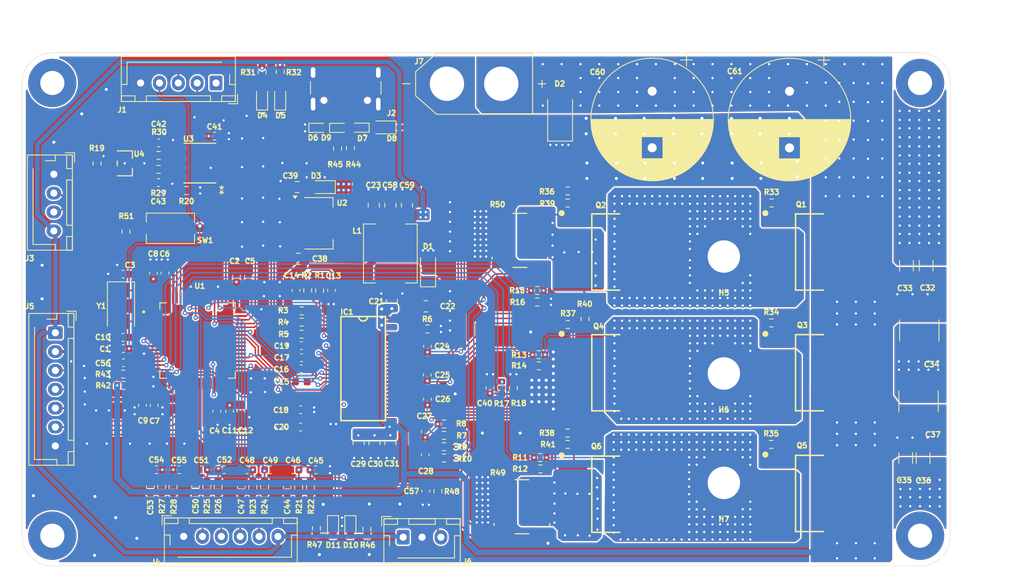
<source format=kicad_pcb>
(kicad_pcb (version 20240108) (generator "pcbnew") (generator_version "8.0")
  (layers (0 "F.Cu" signal) (1 "In1.Cu" signal) (2 "In2.Cu" signal) (31 "B.Cu" signal) (34 "B.Paste" user) (35 "F.Paste" user) (36 "B.SilkS" user "B.Silkscreen") (37 "F.SilkS" user "F.Silkscreen") (38 "B.Mask" user) (39 "F.Mask" user) (44 "Edge.Cuts" user))
  (net 0 "")
  (net 1 "NRST")
  (net 2 "GND")
  (net 3 "VCC")
  (net 4 "Net-(U1-PH0{slash}OSC_IN)")
  (net 5 "Net-(U1-VCAP_1)")
  (net 6 "Net-(U1-VCAP_2)")
  (net 7 "Net-(U1-PH1{slash}OSC_OUT)")
  (net 8 "Net-(C13-Pad2)")
  (net 9 "Net-(IC1-COMP)")
  (net 10 "Net-(IC1-CP2)")
  (net 11 "Net-(IC1-CP1)")
  (net 12 "Net-(IC1-GVDD)")
  (net 13 "Net-(IC1-DVDD)")
  (net 14 "Net-(IC1-AVDD)")
  (net 15 "Net-(IC1-BST_BK)")
  (net 16 "Net-(D1-K)")
  (net 17 "Net-(IC1-BST_A)")
  (net 18 "/MOSFET DRIVER/H1_VS")
  (net 19 "Net-(IC1-BST_B)")
  (net 20 "/MOSFET DRIVER/H2_VS")
  (net 21 "/MOSFET DRIVER/H3_VS")
  (net 22 "Net-(IC1-BST_C)")
  (net 23 "Net-(IC1-SN1)")
  (net 24 "Net-(IC1-SP1)")
  (net 25 "Net-(IC1-SN2)")
  (net 26 "Net-(IC1-SP2)")
  (net 27 "V_SUPPLY")
  (net 28 "+5V")
  (net 29 "Net-(D3-A)")
  (net 30 "/MCU/ADC_TEMP")
  (net 31 "/CAN BUS/CANL")
  (net 32 "/CAN BUS/CANH")
  (net 33 "/HALL_FILTER/HALL1_IN")
  (net 34 "/HALL_FILTER/HALL1_OUT")
  (net 35 "/HALL_FILTER/HALL2_IN")
  (net 36 "/HALL_FILTER/HALL2_OUT")
  (net 37 "/HALL_FILTER/HALL3_IN")
  (net 38 "/HALL_FILTER/HALL3_OUT")
  (net 39 "/HALL_FILTER/TEMP_IN")
  (net 40 "/HALL_FILTER/TEMP_OUT")
  (net 41 "/MCU/AN_IN")
  (net 42 "/MCU/SERVO")
  (net 43 "Net-(D6-A2)")
  (net 44 "Net-(D7-A2)")
  (net 45 "Net-(D9-A2)")
  (net 50 "Net-(IC1-RT_CLK)")
  (net 51 "Net-(IC1-VSENSE)")
  (net 52 "Net-(IC1-DTC)")
  (net 53 "Net-(IC1-BIAS)")
  (net 54 "/MCU/SENS1")
  (net 55 "/MCU/SENS2")
  (net 56 "/MCU/SENS3")
  (net 57 "Net-(R20-Pad2)")
  (net 58 "Net-(U3-CANH)")
  (net 59 "Net-(U3-CANL)")
  (net 60 "Net-(D4-A)")
  (net 61 "Net-(D5-A)")
  (net 62 "Net-(Q1-Pad1)")
  (net 63 "/MOSFET DRIVER/M_H1")
  (net 64 "/MOSFET DRIVER/M_H2")
  (net 65 "Net-(Q3-Pad1)")
  (net 66 "/MOSFET DRIVER/M_H3")
  (net 67 "Net-(Q5-Pad1)")
  (net 68 "/MOSFET DRIVER/M_L1")
  (net 69 "Net-(Q2-Pad1)")
  (net 70 "Net-(Q4-Pad1)")
  (net 71 "/MOSFET DRIVER/M_L2")
  (net 72 "Net-(Q6-Pad1)")
  (net 73 "/MOSFET DRIVER/M_L3")
  (net 74 "/MOSFET DRIVER/HI_LOW")
  (net 75 "/MOSFET DRIVER/H3_LOW")
  (net 76 "/MCU/USB_D-")
  (net 77 "/MCU/USB_D+")
  (net 78 "/MCU/LED_RED")
  (net 79 "Net-(D10-A)")
  (net 80 "/MCU/LED_GREEN")
  (net 81 "Net-(D11-A)")
  (net 82 "Net-(J6-Pin_3)")
  (net 83 "/MCU/H3")
  (net 84 "/MCU/H1")
  (net 85 "/MCU/DC_CAL")
  (net 86 "/MCU/L3")
  (net 87 "/MCU/BR_S01")
  (net 88 "/MCU/FAULT")
  (net 89 "/MCU/L2")
  (net 90 "/MCU/BR_S02")
  (net 92 "/MCU/L1")
  (net 94 "/MCU/EN_GATE")
  (net 96 "/MCU/H2")
  (net 98 "/CAN BUS/CAN_TX")
  (net 99 "/CAN BUS/CAN_RX")
  (net 101 "/MCU/MISO_ADC_EXT2")
  (net 102 "/MCU/RX_SCL_MOSI")
  (net 109 "SWDIO")
  (net 111 "/MCU/TX_SDA_NSS")
  (net 112 "/MCU/SCK_ADC_EXT")
  (net 116 "SWCLK")
  (net 119 "/MOSFET DRIVER/SH1_A")
  (net 120 "/MOSFET DRIVER/SH1_B")
  (net 121 "/MOSFET DRIVER/SH2_A")
  (net 122 "/MOSFET DRIVER/SH2_B")
  (net 127 "Net-(R51-Pad2)")
  (footprint "Resistor_SMD:R_0603_1608Metric" (layer "F.Cu") (at 129.475 72.485)
    (property "Reference" "R14")
    (property "Value" "2k2")
  )
  (footprint "Resistor_SMD:R_0603_1608Metric" (layer "F.Cu") (at 129.675 84.64)
    (property "Reference" "R11")
    (property "Value" "39K")
  )
  (footprint "LED_SMD:LED_0603_1608Metric_Pad1.05x0.95mm_HandSolder" (layer "F.Cu") (at 95.2 36.925 90)
    (property "Reference" "D5")
    (property "Value" "RED")
  )
  (footprint "Connector_JST:JST_XH_B5B-XH-AM_1x05_P2.50mm_Vertical" (layer "F.Cu") (at 86.7 35 180)
    (property "Reference" "J1")
    (property "Value" "Conn_01x05_Socket")
  )
  (footprint "Capacitor_SMD:C_0805_2012Metric" (layer "F.Cu") (at 110 63.95 90)
    (property "Reference" "C21")
    (property "Value" "10uF/100V")
  )
  (footprint "Capacitor_SMD:C_0805_2012Metric" (layer "F.Cu") (at 97.6 58.3 180)
    (property "Reference" "C38")
    (property "Value" "10uF")
  )
  (footprint "Connector_JST:JST_XH_B7B-XH-AM_1x07_P2.50mm_Vertical" (layer "F.Cu") (at 65.4 68.1 -90)
    (property "Reference" "J5")
    (property "Value" "Conn_01x07_Socket")
  )
  (footprint "Capacitor_SMD:C_0603_1608Metric" (layer "F.Cu") (at 90 78.5 90)
    (property "Reference" "C12")
    (property "Value" "2.2uF")
  )
  (footprint "Resistor_SMD:R_0603_1608Metric" (layer "F.Cu") (at 160.3 66.8)
    (property "Reference" "R34")
    (property "Value" "4R7")
  )
  (footprint "Resistor_SMD:R_0603_1608Metric" (layer "F.Cu") (at 133.3 82.9)
    (property "Reference" "R41")
    (property "Value" "39K")
  )
  (footprint "Resistor_SMD:R_0603_1608Metric" (layer "F.Cu") (at 116.9 80.2)
    (property "Reference" "R8")
    (property "Value" "100R")
  )
  (footprint "Capacitor_SMD:C_0603_1608Metric" (layer "F.Cu") (at 79.93 60.1875 -90)
    (property "Reference" "C6")
    (property "Value" "2.2uF")
  )
  (footprint "MountingHole:MountingHole_3.2mm_M3_Pad" (layer "F.Cu") (at 65 95)
    (property "Reference" "H4" (hide yes))
    (property "Value" "MountingHole_Pad")
  )
  (footprint "Capacitor_SMD:C_0805_2012Metric" (layer "F.Cu") (at 109.8 51.2 -90)
    (property "Reference" "C58")
    (property "Value" "10uF")
  )
  (footprint "Resistor_SMD:R_0603_1608Metric" (layer "F.Cu") (at 74.75 54.7 90)
    (property "Reference" "R51")
    (property "Value" "2.2K")
  )
  (footprint "MountingHole:MountingHole_3.2mm_M3_Pad" (layer "F.Cu") (at 180 95)
    (property "Reference" "H2" (hide yes))
    (property "Value" "MountingHole_Pad")
  )
  (footprint "Capacitor_SMD:C_0603_1608Metric" (layer "F.Cu") (at 78.8 86.25 180)
    (property "Reference" "C54")
    (property "Value" "100nF")
  )
  (footprint "Capacitor_SMD:C_0603_1608Metric" (layer "F.Cu") (at 89.4 60.6 -90)
    (property "Reference" "C2")
    (property "Value" "2.2uF")
  )
  (footprint "Capacitor_SMD:C_1206_3216Metric" (layer "F.Cu") (at 178.2 59.225 90)
    (property "Reference" "C33")
    (property "Value" "10uF/50V")
  )
  (footprint "Capacitor_SMD:C_0805_2012Metric" (layer "F.Cu") (at 107.7 82.7 90)
    (property "Reference" "C30")
    (property "Value" "10uF/50V")
  )
  (footprint "ESDCAN24_2BLY:SOT_24-2BLY_STM-M" (layer "F.Cu") (at 74.6104 45.65 -90)
    (property "Reference" "U4")
    (property "Value" "ESDCAN24-2BLY")
  )
  (footprint "Resistor_SMD:R_0603_1608Metric" (layer "F.Cu") (at 114.725 67.6)
    (property "Reference" "R6")
    (property "Value" "1M")
  )
  (footprint "Resistor_SMD:R_0603_1608Metric" (layer "F.Cu") (at 104.5 43.655 -90)
    (property "Reference" "R44")
    (property "Value" "22R")
  )
  (footprint "Resistor_SMD:R_0603_1608Metric" (layer "F.Cu") (at 79.5 88.55 -90)
    (property "Reference" "R27")
    (property "Value" "2.2K")
  )
  (footprint "IRFS7530TRL7PP:TO127P1524X483-7N" (layer "F.Cu") (at 167.4 89.4)
    (property "Reference" "Q5")
    (property "Value" "IRFS7530TRL7PP")
  )
  (footprint "Capacitor_SMD:C_1206_3216Metric" (layer "F.Cu") (at 180.8 59.2 90)
    (property "Reference" "C32")
    (property "Value" "10uF/50V")
  )
  (footprint "Resistor_SMD:R_0603_1608Metric" (layer "F.Cu") (at 160.275 82.9)
    (property "Reference" "R35")
    (property "Value" "4R7")
  )
  (footprint "Resistor_SMD:R_0603_1608Metric" (layer "F.Cu") (at 95.2 33.525 -90)
    (property "Reference" "R32")
    (property "Value" "1K")
  )
  (footprint "Connector_JST:JST_XH_B3B-XH-AM_1x03_P2.50mm_Vertical" (layer "F.Cu") (at 111.5 95.2)
    (property "Reference" "J6")
    (property "Value" "Conn_01x03_Socket")
  )
  (footprint "Resistor_SMD:R_0603_1608Metric" (layer "F.Cu") (at 74.395 73.58 180)
    (property "Reference" "R43")
    (property "Value" "2.2K")
  )
  (footprint "Capacitor_SMD:C_0603_1608Metric" (layer "F.Cu") (at 81.8 86.25)
    (property "Reference" "C55")
    (property "Value" "4.7nF")
  )
  (footprint "Capacitor_SMD:C_0603_1608Metric" (layer "F.Cu") (at 74.37 60.34 180)
    (property "Reference" "C3")
    (property "Value" "15pF")
  )
  (footprint "Resistor_SMD:R_0603_1608Metric" (layer "F.Cu") (at 133.3 49.3)
    (property "Reference" "R36")
    (property "Value" "4R7")
  )
  (footprint "STM32F405RGT6:QFP50P1200X1200X160-64N" (layer "F.Cu") (at 84.25 69.13)
    (property "Reference" "U1")
    (property "Value" "STM32F405RGT6")
  )
  (footprint "Resistor_SMD:R_0603_1608Metric" (layer "F.Cu") (at 82.775 49.25 180)
    (property "Reference" "R20")
    (property "Value" "10K")
  )
  (footprint "Capacitor_SMD:C_0603_1608Metric" (layer "F.Cu") (at 114.425 81.2 -90)
    (property "Reference" "C27")
    (property "Value" "2.2nF")
  )
  (footprint "Capacitor_SMD:C_0603_1608Metric" (layer "F.Cu") (at 97.3 62.4875 -90)
    (property "Reference" "C14")
    (property "Value" "120pF")
  )
  (footprint "Capacitor_SMD:C_0603_1608Metric" (layer "F.Cu") (at 84.775 86.25 180)
    (property "Reference" "C51")
    (property "Value" "100nF")
  )
  (footprint "Diode_SMD:D_SOD-323F" (layer "F.Cu") (at 100.9 48.8 180)
    (property "Reference" "D3")
    (property "Value" "BAT60A")
  )
  (footprint "Button_Switch_SMD:SW_Tactile_SPST_NO_Straight_CK_PTS636Sx25SMTRLFS" (layer "F.Cu") (at 80.65 54.25)
    (property "Reference" "SW1")
    (property "Value" "SW_Push")
  )
  (footprint "Capacitor_SMD:C_0603_1608Metric" (layer "F.Cu") (at 114.69155 73.7 -90)
    (property "Reference" "C25")
    (property "Value" "220nF")
  )
  (footprint "Resistor_SMD:R_0603_1608Metric" (layer "F.Cu") (at 99.2 88.575 90)
    (property "Reference" "R22")
    (property "Value" "10K")
  )
  (footprint "Capacitor_SMD:C_0603_1608Metric" (layer "F.Cu") (at 96.9 86.2625 180)
    (property "Reference" "C46")
    (property "Value" "100nF")
  )
  (footprint "DRV8302:TSSOP-56_3" (layer "F.Cu") (at 106.2 72.85)
    (property "Reference" "IC1")
    (property "Value" "DRV8302")
  )
  (footprint "Capacitor_SMD:C_0603_1608Metric" (layer "F.Cu") (at 123 75.4 90)
    (property "Reference" "C40")
    (property "Value" "2.2uF")
  )
  (footprint "Resistor_SMD:R_0603_1608Metric" (layer "F.Cu") (at 126.1 75.4 90)
    (property "Reference" "R18")
    (property "Value" "10K")
  )
  (footprint "Resistor_SMD:R_0603_1608Metric" (layer "F.Cu") (at 116.925 83.2)
    (property "Reference" "R9")
    (property "Value" "100R")
  )
  (footprint "Capacitor_SMD:C_0603_1608Metric" (layer "F.Cu") (at 99.925 86.2625)
    (property "Reference" "C45")
    (property "Value" "4.7nF")
  )
  (footprint "Resistor_SMD:R_0603_1608Metric" (layer "F.Cu") (at 116.1 89.1 -90)
    (property "Reference" "R48")
    (property "Value" "2.2K")
  )
  (footprint "Capacitor_SMD:C_0603_1608Metric" (layer "F.Cu") (at 88.5 78.5 90)
    (property "Reference" "C11")
    (property "Value" "2.2uF")
  )
  (footprint "Resistor_SMD:R_0603_1608Metric" (layer "F.Cu") (at 129.475 71.01)
    (property "Reference" "R13")
    (property "Value" "39K")
  )
  (footprint "Resistor_SMD:R_0603_1608Metric" (layer "F.Cu") (at 79.085 44.6 180)
    (property "Reference" "R30")
    (property "Value" "10R")
  )
  (footprint "Capacitor_SMD:C_0603_1608Metric" (layer "F.Cu") (at 79.105 42.93)
    (property "Reference" "C42")
    (property "Value" "51pF")
  )
  (footprint "Resistor_SMD:R_0603_1608Metric" (layer "F.Cu") (at 133.275 81.4)
    (property "Reference" "R38")
    (property "Value" "4R7")
  )
  (footprint "Capacitor_SMD:C_0603_1608Metric" (layer "F.Cu") (at 87.775 86.25)
    (property "Reference" "C52")
    (property "Value" "4.7nF")
  )
  (footprint "Resistor_SMD:R_0603_1608Metric" (layer "F.Cu") (at 98.05 65.2)
    (property "Reference" "R3")
    (property "Value" "18K")
  )
  (footprint "Capacitor_SMD:C_0603_1608Metric" (layer "F.Cu") (at 86.8 78.5 -90)
    (property "Reference" "C4")
    (property "Value" "2.2uF")
  )
  (footprint "Capacitor_SMD:C_0603_1608Metric" (layer "F.Cu") (at 86.5 42.05)
    (property "Reference" "C41")
    (property "Value" "2.2uF")
  )
  (footprint "Resistor_SMD:R_0603_1608Metric" (layer "F.Cu") (at 74.42 75.08)
    (property "Reference" "R42")
    (property "Value" "39K")
  )
  (footprint "Capacitor_SMD:C_0603_1608Metric" (layer "F.Cu") (at 93.9 86.2625)
    (property "Reference" "C49")
    (property "Value" "4.7nF")
  )
  (footprint "Capacitor_SMD:C_0603_1608Metric" (layer "F.Cu") (at 76.96 77.725 90)
    (property "Reference" "C9")
    (property "Value" "2.2uF")
  )
  (footprint "Crystal:Crystal_SMD_Abracon_ABM3-2Pin_5.0x3.2mm" (layer "F.Cu") (at 74.1 64.55 -90)
    (property "Reference" "Y1")
    (property "Value" "8MHz 10ppm")
  )
  (footprint "Resistor_SMD:R_0603_1608Metric" (layer "F.Cu") (at 93.125 88.55 90)
    (property "Reference" "R24")
    (property "Value" "10K")
  )
  (footprint "Resistor_SMD:R_0603_1608Metric" (layer "F.Cu") (at 79.085 46.45 180)
    (property "Reference" "R29")
    (property "Value" "10R")
  )
  (footprint "Capacitor_SMD:C_0805_2012Metric" (layer "F.Cu") (at 114.5 64.6)
    (property "Reference" "C22")
    (property "Value" "100nF")
  )
  (footprint "Resistor_SMD:R_0603_1608Metric" (layer "F.Cu") (at 100 94 -90)
    (property "Reference" "R47")
    (property "Value" "1K")
  )
  (footprint "Inductor_SMD:L_Chilisin_BMRB00060612" (layer "F.Cu") (at 109.8 57.6 90)
    (property "Reference" "L1")
    (property "Value" "22uH")
  )
  (footprint "Diode_SMD:D_SOD-523" (layer "F.Cu") (at 105.73 40.925 180)
    (property "Reference" "D7")
    (property "Value" "LESD5D5.0CT1G")
  )
  (footprint "Capacitor_SMD:C_0805_2012Metric" (layer "F.Cu") (at 105.6 82.7 90)
    (property "Reference" "C29")
    (property "Value" "10uF/50V")
  )
  (footprint "Capacitor_SMD:C_0603_1608Metric" (layer "F.Cu") (at 97.9 80.6)
    (property "Reference" "C20")
    (property "Value" "2.2uF")
  )
  (footprint "SN65HVD232DR:D8-L" (layer "F.Cu") (at 84.555 45.62 180)
    (property "Reference" "U3")
    (property "Value" "SN65HVD232DR")
  )
  (footprint "WSLP27261L000FEA:WSLP2726_1mOHM_VIS" (layer "F.Cu") (at 127.2362 91.1615 180)
    (property "Reference" "R49")
    (property "Value" "1m")
  )
  (footprint "Capacitor_SMD:C_0603_1608Metric" (layer "F.Cu") (at 102 62.475 90)
    (property "Reference" "C13")
    (property "Value" "6.8nF")
  )
  (footprint "Capacitor_SMD:C_0603_1608Metric" (layer "F.Cu") (at 98 72.9)
    (property "Reference" "C16")
    (property "Value" "2.2uF")
  )
  (footprint "Capacitor_SMD:C_0603_1608Metric" (layer "F.Cu") (at 114.71655 76.9101 -90)
    (property "Reference" "C26")
    (property "Value" "220nF")
  )
  (footprint "IRFS7530TRL7PP:TO127P1524X483-7N" (layer "F.Cu") (at 140.4 57.4)
    (property "Reference" "Q2")
    (property "Value" "IRFS7530TRL7PP")
  )
  (footprint "XT60-M:AMASS_XT60-M" (layer "F.Cu") (at 120.9 35.1 180)
    (property "Reference" "J7")
    (property "Value" "XT60-M")
  )
  (footprint "Capacitor_SMD:C_0805_2012Metric" (layer "F.Cu") (at 109.8 82.7 90)
    (property "Reference" "C31")
    (property "Value" "10uF/50V")
  )
  (footprint "Capacitor_SMD:C_0603_1608Metric" (layer "F.Cu") (at 78.5 77.725 90)
    (property "Reference" "C7")
    (property "Value" "2.2uF")
  )
  (footprint "Connector_USB:USB_C_Receptacle_GCT_USB4105-xx-A_16P_TopMnt_Horizontal" (layer "F.Cu") (at 103.88 34.695 180)
    (property "Reference" "J2")
    (property "Value" "USB_C_Receptacle_USB2.0_16P")
  )
  (footprint "Capacitor_SMD:C_0603_1608Metric" (layer "F.Cu") (at 74.37 68.72 180)
    (property "Reference" "C10")
    (property "Value" "15pF")
  )
  (footprint "MountingHole:MountingHole_3.2mm_M3_Pad" (layer "F.Cu") (at 180 35)
    (property "Reference" "H1" (hide yes))
    (property "Value" "MountingHole_Pad")
  )
  (footprint "Resistor_SMD:R_0603_1608Metric" (layer "F.Cu") (at 86.975 88.55 90)
    (property "Reference" "R26")
    (property "Value" "10K")
  )
  (footprint "Capacitor_SMD:C_0603_1608Metric" (layer "F.Cu") (at 98.025 71.4)
    (property "Reference" "C17")
    (property "Value" "2.2uF")
  )
  (footprint "Resistor_SMD:R_0603_1608Metric" (layer "F.Cu") (at 92.8 33.575 -90)
    (property "Reference" "R31")
    (property "Value" "1K")
  )
  (footprint "Package_TO_SOT_SMD:SOT-223-3_TabPin2" (layer "F.Cu") (at 100.3 53.6)
    (property "Reference" "U2")
    (property "Value" "AMS1117-3.3")
  )
  (footprint "Capacitor_SMD:C_0805_2012Metric" (layer "F.Cu") (at 97.45 48.8 180)
    (property "Reference" "C39")
    (property "Value" "22uF")
  )
  (footprint "Resistor_SMD:R_0603_1608Metric" (layer "F.Cu") (at 116.9 81.7)
    (property "Reference" "R7")
    (property "Value" "100R")
  )
  (footprint "MountingHole:MountingHole_3.2mm_M3_Pad" (layer "F.Cu") (at 65 35)
    (property "Reference" "H3" (hide yes))
    (property "Value" "MountingHole_Pad")
  )
  (footprint "Capacitor_SMD:C_0805_2012Metric" (layer "F.Cu") (at 107.6 51.2 -90)
    (property "Reference" "C23")
    (property "Value" "10uF")
  )
  (footprint "WSLP27261L000FEA:WSLP2726_1mOHM_VIS" (layer "F.Cu") (at 126.9638 55.8615 180)
    (property "Reference" "R50")
    (property "Value" "1m")
  )
  (footprint "MountingHole:MountingHole_4.3mm_M4_ISO7380_Pad" (layer "F.Cu") (at 154 88 180)
    (property "Reference" "H7")
    (property "Value" "MountingHole_Pad")
  )
  (footprint "Capacitor_SMD:C_0603_1608Metric" (layer "F.Cu") (at 114.725 69.9 -90)
    (property "Reference" "C24")
    (property "Value" "220nF")
  )
  (footprint "Capacitor_THT:CP_Radial_D16.0mm_P7.50mm" (layer "F.Cu") (at 162.7 36.1 -90)
    (property "Reference" "C61")
    (property "Value" "820uF/80V")
  )
  (footprint "Connector_JST:JST_XH_B6B-XH-AM_1x06_P2.50mm_Vertical" (layer "F.Cu") (at 82.4 95.1)
    (property "Reference" "J4")
    (property "Value" "HALL SENSOR")
  )
  (footprint "Resistor_SMD:R_0603_1608Metric" (layer "F.Cu") (at 129.275 62.5)
    (property "Reference" "R15")
    (property "Value" "39K")
  )
  (footprint "Resistor_SMD:R_0603_1608Metric" (layer "F.Cu") (at 85.475 88.55 -90)
    (property "Reference" "R25")
    (property "Value" "2.2K")
  )
  (footprint "Resistor_SMD:R_0603_1608Metric" (layer "F.Cu") (at 98.85 62.5 -90)
    (property "Reference" "R2")
    (property "Value" "15K")
  )
  (footprint "IRFS7530TRL7PP:TO127P1524X483-7N" (layer "F.Cu") (at 167.4 57.4)
    (property "Reference" "Q1")
    (property "Value" "IRFS7530TRL7PP")
  )
  (footprint "Capacitor_SMD:C_0603_1608Metric" (layer "F.Cu") (at 74.4 70.2)
    (property "Reference" "C1")
    (property "Value" "100nF")
  )
  (footprint "Diode_SMD:D_SOD-523" (layer "F.Cu") (at 100.26 40.945)
    (property "Reference" "D6")
    (property "Value" "LESD5D5.0CT1G")
  )
  (footprint "Resistor_SMD:R_0603_1608Metric" (layer "F.Cu") (at 98.025 68.3)
    (property "Reference" "R5")
    (property "Value" "10K")
  )
  (footprint "Capacitor_SMD:C_0603_1608Metric" (layer "F.Cu") (at 90.8 86.2625 180)
    (property "Reference" "C48")
    (property "Value" "100nF")
  )
  (footprint "MountingHole:MountingHole_4.3mm_M4_ISO7380_Pad" (layer "F.Cu") (at 154 73.5 180)
    (property "Reference" "H6")
    (property "Value" "MountingHole_Pad")
  )
  (footprint "IRFS7530TRL7PP:TO127P1524X483-7N" (layer "F.Cu") (at 140.4 73.4)
    (property "Reference" "Q4")
    (property "Value" "IRFS7530TRL7PP")
  )
  (footprint "Capacitor_THT:CP_Radial_D16.0mm_P7.50mm" (layer "F.Cu") (at 144.5 36.087246 -90)
    (property "Reference" "C60")
    (property "Value" "820uF/80V")
  )
  (footprint "Resistor_SMD:R_0603_1608Metric" (layer "F.Cu") (at 129.6875 86.145)
    (property "Reference" "R12")
    (property "Value" "2k2")
  )
  (footprint "Capacitor_SMD:C_0603_1608Metric" (layer "F.Cu") (at 78.4 60.2 -90)
    (property "Reference" "C8")
    (property "Value" "2.2uF")
  )
  (footprint "Capacitor_SMD:C_0603_1608Metric" (layer "F.Cu") (at 96.125 88.6 90)
    (property "Reference" "C44")
    (property "Value" "4.7nF")
  )
  (footprint "Resistor_SMD:R_0603_1608Metric" (layer "F.Cu") (at 91.575 88.575 -90)
    (property "Reference" "R23")
    (property "Value" "2.2K")
  )
  (footprint "Capacitor_SMD:C_2220_5750Metric" (layer "F.Cu") (at 179.8 77.2 90)
    (property "Reference" "C37")
    (property "Value" "15uF/100V")
  )
  (footprint "IRFS7530TRL7PP:TO127P1524X483-7N" (layer "F.Cu") (at 167.4 73.4)
    (property "Reference" "Q3")
    (property "Value" "IRFS7530TRL7PP")
  )
  (footprint "Resistor_SMD:R_0603_1608Metric" (layer "F.Cu") (at 97.65 88.6 -90)
    (property "Reference" "R21")
    (property "Value" "2.2K")
  )
  (footprint "LED_SMD:LED_0603_1608Metric_Pad1.05x0.95mm_HandSolder" (layer "F.Cu") (at 102.2 94 -90)
    (property "Reference" "D11")
    (property "Value" "GREEN")
  )
  (footprint "Capacitor_SMD:C_0603_1608Metric" (layer "F.Cu") (at 83.975 88.5125 90)
    (property "Reference" "C50")
    (property "Value" "4.7nF")
  )
  (footprint "Resistor_SMD:R_0603_1608Metric" (layer "F.Cu") (at 116.925 84.7)
    (property "Reference" "R10")
    (property "Value" "100R")
  )
  (footprint "Diode_SMD:D_SOD-523" (layer "F.Cu") (at 103.0125 40.945)
    (property "Reference" "D9")
    (property "Value" "LESD5D5.0CT1G")
  )
  (footprint "Connector_JST:JST_XH_B4B-XH-AM_1x04_P2.50mm_Vertical" (layer "F.Cu") (at 65.2 47.1 -90)
    (property "Reference" "J3")
    (property "Value" "CAN BUS")
  )
  (footprint "IRFS7530TRL7PP:TO127P1524X483-7N" (layer "F.Cu") (at 140.4 89.5)
    (property "Reference" "Q6")
    (property "Value" "IRFS7530TRL7PP")
  )
  (footprint "Resistor_SMD:R_0603_1608Metric" (layer "F.Cu") (at 133.325 67)
    (property "Reference" "R37")
    (property "Value" "4R7")
  )
  (footprint "Resistor_SMD:R_0603_1608Metric" (layer "F.Cu") (at 106.7 94.1 -90)
    (property "Reference" "R46")
    (property "Value" "1K")
  )
  (footprint "Resistor_SMD:R_0603_1608Metric" (layer "F.Cu") (at 133.3 50.9)
    (property "Reference" "R39")
    (property "Value" "39K")
  )
  (footprint "Resistor_SMD:R_0603_1608Metric" (layer "F.Cu") (at 98.0375 66.7)
    (property "Reference" "R4")
    (property "Value" "3.3K")
  )
  (footprint "Resistor_SMD:R_0603_1608Metric" (layer "F.Cu") (at 129.275 64.035)
    (property "Reference" "R16")
    (property "Value" "2k2")
  )
  (footprint "Resistor_SMD:R_0603_1608Metric" (layer "F.Cu") (at 160.325 50.9)
    (property "Reference" "R33")
    (property "Value" "4R7")
  )
  (footprint "LED_SMD:LED_0603_1608Metric_Pad1.05x0.95mm_HandSolder" (layer "F.Cu") (at 104.5 94 -90)
    (property "Reference" "D10")
    (property "Value" "BLUE")
  )
  (footprint "Capacitor_SMD:C_2220_5750Metric" (layer "F.Cu") (at 179.9 67.8 -90)
    (property "Reference" "C34")
    (property "Value" "15uF/100V")
  )
  (footprint "Diode_SMD:D_SMA" (layer "F.Cu") (at 132.3 39.2 90)
    (property "Reference" "D2")
    (property "Value" "SMAJ60A")
  )
  (footprint "Resistor_SMD:R_0603_1608Metric" (layer "F.Cu") (at 135.6 66.275 -90)
    (property "Reference" "R40")
    (property "Value" "39K")
  )
  (footprint "Capacitor_SMD:C_1206_3216Metric" (layer "F.Cu") (at 180.4 84.725 -90)
    (property "Reference" "C36")
    (property "Value" "10uF/50V")
  )
  (footprint "Diode_SMD:D_SOD-123F" (layer "F.Cu") (at 114.8 59.8 90)
    (property "Reference" "D1")
    (property "Value" "PMEG6020")
  )
  (footprint "Capacitor_SMD:C_0603_1608Metric" (layer "F.Cu") (at 91 60.6 90)
    (property "Reference" "C5")
    (property "Value" "2.2uF")
  )
  (footprint "Resistor_SMD:R_0603_1608Metric" (layer "F.Cu") (at 100.425 62.5125 -90)
    (property "Reference" "R1")
    (property "Value" "220K")
  )
  (footprint "Capacitor_SMD:C_0603_1608Metric" (layer "F.Cu") (at 79.065 48.2 180)
    (property "Reference" "C43")
    (property "Value" "51pF")
  )
  (footprint "Capacitor_SMD:C_1206_3216Metric" (layer "F.Cu") (at 178.1 84.7 -90)
    (property "Reference" "C35")
    (property "Value" "10uF/50V")
  )
  (footprint "Capacitor_SMD:C_0603_1608Metric" (layer "F.Cu") (at 90.05 88.6 90)
    (property "Reference" "C47")
    (property "Value" "4.7nF")
  )
  (footprint "Capacitor_SMD:C_0603_1608Metric" (layer "F.Cu") (at 98 74.6 180)
    (property "Reference" "C15")
    (property "Value" "22nF")
  )
  (footprint "Resistor_SMD:R_0603_1608Metric" (layer "F.Cu") (at 70.925 45.67 90)
    (property "Reference" "R19")
    (property "Value" "120R")
  )
  (footprint "Resistor_SMD:R_0603_1608Metric" (layer "F.Cu") (at 102.8 43.7 -90)
    (property "Reference" "R45")
    (property "Value" "22R")
  )
  (footprint "MountingHole:MountingHole_4.3mm_M4_ISO7380_Pad" (layer "F.Cu") (at 154 58 180)
    (property "Reference" "H5")
    (property "Value" "MountingHole_Pad")
  )
  (footprint "LED_SMD:LED_0603_1608Metric_Pad1.05x0.95mm_HandSolder" (layer "F.Cu") (at 92.8 36.925 90)
    (property "Reference" "D4")
    (property "Value" "GREEN")
  )
  (footprint "Capacitor_SMD:C_0805_2012Metric" (layer "F.Cu") (at 112 51.2 -90)
    (property "Reference" "C59")
    (property "Value" "10uF")
  )
  (footprint "Resistor_SMD:R_0603_1608Metric" (layer "F.Cu") (at 124.545 75.3925 -90)
    (property "Reference" "R17")
    (property "Value" "NTC_10K")
  )
  (footprint "Capacitor_SMD:C_0603_1608Metric" (layer "F.Cu") (at 78 88.55 90)
    (property "Reference" "C53")
    (property "Value" "4.7nF")
  )
  (footprint "Diode_SMD:D_SOD-323" (layer "F.Cu") (at 108.94 40.885 180)
    (property "Reference" "D8")
    (property "Value" "BAT760-7")
  )
  (footprint "Capacitor_SMD:C_0603_1608Metric" (layer "F.Cu") (at 97.9 78.3 180)
    (property "Reference" "C18")
    (property "Value" "2.2uF")
  )
  (footprint "Capacitor_SMD:C_0603_1608Metric" (layer "F.Cu") (at 114.5 89.1 -90)
    (property "Reference" "C57")
    (property "Value" "100nF")
  )
  (footprint "Resistor_SMD:R_0603_1608Metric" (layer "F.Cu") (at 81 88.55 90)
    (property "Reference" "R28")
    (property "Value" "10K")
  )
  (footprint "Capacitor_SMD:C_0603_1608Metric" (layer "F.Cu") (at 98.025 69.8)
    (property "Reference" "C19")
    (property "Value" "2.2uF")
  )
  (footprint "Capacitor_SMD:C_0603_1608Metric" (layer "F.Cu") (at 114.425 84.3 -90)
    (property "Reference" "C28")
    (property "Value" "2.2nF")
  )
  (footprint "Capacitor_SMD:C_0603_1608Metric" (layer "F.Cu") (at 74.42 72.08 180)
    (property "Reference" "C56")
    (property "Value" "100nF")
  )
  (gr_arc (start 61 35) (mid 62.171573 32.171573) (end 65 31) (stroke (width 0.05)) (layer "Edge.Cuts"))
  (gr_arc (start 184 95) (mid 182.828427 97.828427) (end 180 99) (stroke (width 0.05)) (layer "Edge.Cuts"))
  (gr_arc (start 180 31) (mid 182.828427 32.171573) (end 184 35) (stroke (width 0.05)) (layer "Edge.Cuts"))
  (gr_line (start 180 31) (end 65 31) (stroke (width 0.05)) (layer "Edge.Cuts"))
  (gr_arc (start 65 99) (mid 62.171573 97.828427) (end 61 95) (stroke (width 0.05)) (layer "Edge.Cuts"))
  (gr_line (start 61 35) (end 61 95) (stroke (width 0.05)) (layer "Edge.Cuts"))
  (gr_line (start 184 95) (end 184 35) (stroke (width 0.05)) (layer "Edge.Cuts"))
  (gr_line (start 65 99) (end 180 99) (stroke (width 0.05)) (layer "Edge.Cuts"))
  (segment (start 76.1 68.8) (end 76.52 68.38) (width 0.2) (layer "F.Cu") (net 1))
  (segment (start 76.52 68.38) (end 78.58 68.38) (width 0.2) (layer "F.Cu") (net 1))
  (segment (start 75.3 70.2) (end 76.1 69.4) (width 0.2) (layer "F.Cu") (net 1))
  (segment (start 76.1 69.4) (end 76.1 68.8) (width 0.2) (layer "F.Cu") (net 1))
  (segment (start 75.175 70.2) (end 75.3 70.2) (width 0.2) (layer "F.Cu") (net 1))
  (via (at 75.175 70.2) (size 0.6) (drill 0.3) (layers "F.Cu" "B.Cu") (net 1))
  (via (at 84.55 53.95) (size 0.8) (drill 0.4) (layers "F.Cu" "B.Cu") (net 1))
  (segment (start 83.05 52) (end 83.05 37.95) (width 0.2) (layer "B.Cu") (net 1))
  (segment (start 84.55 56) (end 84.55 53.95) (width 0.2) (layer "B.Cu") (net 1))
  (segment (start 84.55 53.95) (end 84.55 53.5) (width 0.2) (layer "B.Cu") (net 1))
  (segment (start 83.05 37.95) (end 82.25 37.15) (width 0.2) (layer "B.Cu") (net 1))
  (segment (start 75.175 70.2) (end 75.2 70.175) (width 0.2) (layer "B.Cu") (net 1))
  (segment (start 75.2 57.3) (end 76.15 56.35) (width 0.2) (layer "B.Cu") (net 1))
  (segment (start 79.2 36.6) (end 79.2 35) (width 0.2) (layer "B.Cu") (net 1))
  (segment (start 76.15 56.35) (end 84.2 56.35) (width 0.2) (layer "B.Cu") (net 1))
  (segment (start 84.2 56.35) (end 84.55 56) (width 0.2) (layer "B.Cu") (net 1))
  (segment (start 84.55 53.5) (end 83.05 52) (width 0.2) (layer "B.Cu") (net 1))
  (segment (start 79.75 37.15) (end 79.2 36.6) (width 0.2) (layer "B.Cu") (net 1))
  (segment (start 82.25 37.15) (end 79.75 37.15) (width 0.2) (layer "B.Cu") (net 1))
  (segment (start 75.2 70.175) (end 75.2 57.3) (width 0.2) (layer "B.Cu") (net 1))
  (segment (start 81 63.46) (end 81 59.8) (width 0.2) (layer "F.Cu") (net 2))
  (segment (start 102.425 79.6) (end 102.425 80.025) (width 0.2) (layer "F.Cu") (net 2))
  (segment (start 80.4625 59.4125) (end 79.93 59.4125) (width 0.2) (layer "F.Cu") (net 2))
  (segment (start 77.159073 70.88) (end 77.150939 70.871866) (width 0.2) (layer "F.Cu") (net 2))
  (segment (start 80.5 59.45) (end 80.4625 59.4125) (width 0.2) (layer "F.Cu") (net 2))
  (segment (start 104.65 93.275) (end 104.5 93.125) (width 0.2) (layer "F.Cu") (net 2))
  (segment (start 102.15 93.175) (end 102.2 93.125) (width 0.2) (layer "F.Cu") (net 2))
  (segment (start 102.425 80.025) (end 102.6 80.2) (width 0.2) (layer "F.Cu") (net 2))
  (segment (start 81 59.8) (end 80.65 59.45) (width 0.2) (layer "F.Cu") (net 2))
  (segment (start 78.58 70.88) (end 77.159073 70.88) (width 0.2) (layer "F.Cu") (net 2))
  (segment (start 80.65 59.45) (end 80.5 59.45) (width 0.2) (layer "F.Cu") (net 2))
  (via (at 92.95 53.4) (size 0.6) (drill 0.3) (layers "F.Cu" "B.Cu") (net 2))
  (via (at 110.3 49.1) (size 0.6) (drill 0.3) (layers "F.Cu" "B.Cu") (net 2))
  (via (at 128.55 76.3) (size 0.8) (drill 0.4) (layers "F.Cu" "B.Cu") (net 2))
  (via (at 121 54.25) (size 0.6) (drill 0.3) (layers "F.Cu" "B.Cu") (net 2))
  (via (at 158.9 45.6) (size 0.8) (drill 0.4) (layers "F.Cu" "B.Cu") (net 2))
  (via (at 181.2 49.2) (size 0.6) (drill 0.3) (layers "F.Cu" "B.Cu") (net 2))
  (via (at 117.7 53.4) (size 0.6) (drill 0.3) (layers "F.Cu" "B.Cu") (net 2))
  (via (at 130.7 96) (size 0.8) (drill 0.4) (layers "F.Cu" "B.Cu") (net 2))
  (via (at 122.5 58) (size 0.6) (drill 0.3) (layers "F.Cu" "B.Cu") (net 2))
  (via (at 158.9 47.65) (size 0.8) (drill 0.4) (layers "F.Cu" "B.Cu") (net 2))
  (via (at 95.2 56.65) (size 0.6) (drill 0.3) (layers "F.Cu" "B.Cu") (net 2))
  (via (at 121.25 91.75) (size 0.6) (drill 0.3) (layers "F.Cu" "B.Cu") (net 2))
  (via (at 101.8 86.7) (size 0.6) (drill 0.3) (layers "F.Cu" "B.Cu") (net 2))
  (via (at 77.2 45.65) (size 0.6) (drill 0.3) (layers "F.Cu" "B.Cu") (net 2))
  (via (at 147.35 39.681) (size 0.8) (drill 0.4) (layers "F.Cu" "B.Cu") (net 2))
  (via (at 181.2 44.6) (size 0.6) (drill 0.3) (layers "F.Cu" "B.Cu") (net 2))
  (via (at 179.9 46.9) (size 0.6) (drill 0.3) (layers "F.Cu" "B.Cu") (net 2))
  (via (at 182.5 49.2) (size 0.6) (drill 0.3) (layers "F.Cu" "B.Cu") (net 2))
  (via (at 182.5 50.3) (size 0.6) (drill 0.3) (layers "F.Cu" "B.Cu") (net 2))
  (via (at 73.4 92.6) (size 0.8) (drill 0.4) (layers "F.Cu" "B.Cu") (net 2))
  (via (at 69.6 82.8) (size 0.6) (drill 0.3) (layers "F.Cu" "B.Cu") (net 2))
  (via (at 130.45 76.3) (size 0.8) (drill 0.4) (layers "F.Cu" "B.Cu") (net 2))
  (via (at 180 88.8) (size 0.6) (drill 0.3) (layers "F.Cu" "B.Cu") (net 2))
  (via (at 72.6 69.1) (size 0.6) (drill 0.3) (layers "F.Cu" "B.Cu") (net 2))
  (via (at 181.2 51.5) (size 0.6) (drill 0.3) (layers "F.Cu" "B.Cu") (net 2))
  (via (at 182.5 43.4) (size 0.6) (drill 0.3) (layers "F.Cu" "B.Cu") (net 2))
  (via (at 122 93.25) (size 0.6) (drill 0.3) (layers "F.Cu" "B.Cu") (net 2))
  (via (at 129.5 77.25) (size 0.8) (drill 0.4) (layers "F.Cu" "B.Cu") (net 2))
  (via (at 84.6 49.65) (size 0.6) (drill 0.3) (layers "F.Cu" "B.Cu") (net 2))
  (via (at 155 39.681) (size 0.8) (drill 0.4) (layers "F.Cu" "B.Cu") (net 2))
  (via (at 90.75 39.35) (size 0.6) (drill 0.3) (layers "F.Cu" "B.Cu") (net 2))
  (via (at 179.8 73) (size 0.6) (drill 0.3) (layers "F.Cu" "B.Cu") (net 2))
  (via (at 110.3 84.7) (size 0.6) (drill 0.3) (layers "F.Cu" "B.Cu") (net 2))
  (via (at 121.75 57.25) (size 0.6) (drill 0.3) (layers "F.Cu" "B.Cu") (net 2))
  (via (at 177.3 52.7) (size 0.6) (drill 0.3) (layers "F.Cu" "B.Cu") (net 2))
  (via (at 72.6 72.5) (size 0.6) (drill 0.3) (layers "F.Cu" "B.Cu") (net 2))
  (via (at 158.8 39.681) (size 0.8) (drill 0.4) (layers "F.Cu" "B.Cu") (net 2))
  (via (at 128.4 68) (size 0.8) (drill 0.4) (layers "F.Cu" "B.Cu") (net 2))
  (via (at 178.6 39.9) (size 0.6) (drill 0.3) (layers "F.Cu" "B.Cu") (net 2))
  (via (at 177.3 49.2) (size 0.6) (drill 0.3) (layers "F.Cu" "B.Cu") (net 2))
  (via (at 117.7 67.8) (size 0.6) (drill 0.3) (layers "F.Cu" "B.Cu") (net 2))
  (via (at 112.5 49.1) (size 0.6) (drill 0.3) (layers "F.Cu" "B.Cu") (net 2))
  (via (at 84.6 48.85) (size 0.6) (drill 0.3) (layers "F.Cu" "B.Cu") (net 2))
  (via (at 181.2 52.7) (size 0.6) (drill 0.3) (layers "F.Cu" "B.Cu") (net 2))
  (via (at 122.75 92.5) (size 0.6) (drill 0.3) (layers "F.Cu" "B.Cu") (net 2))
  (via (at 70.8 78.4) (size 0.6) (drill 0.3) (layers "F.Cu" "B.Cu") (net 2))
  (via (at 72.6 70.6) (size 0.6) (drill 0.3) (layers "F.Cu" "B.Cu") (net 2))
  (via (at 135.85 47.65) (size 0.8) (drill 0.4) (layers "F.Cu" "B.Cu") (net 2))
  (via (at 91.35 74.15) (size 0.6) (drill 0.3) (layers "F.Cu" "B.Cu") (net 2))
  (via (at 177.3 51.5) (size 0.6) (drill 0.3) (layers "F.Cu" "B.Cu") (net 2))
  (via (at 122 90.25) (size 0.6) (drill 0.3) (layers "F.Cu" "B.Cu") (net 2))
  (via (at 155.1 45.6) (size 0.8) (drill 0.4) (layers "F.Cu" "B.Cu") (net 2))
  (via (at 105 84.7) (size 0.6) (drill 0.3) (layers "F.Cu" "B.Cu") (net 2))
  (via (at 69.3 77.6) (size 0.6) (drill 0.3) (layers "F.Cu" "B.Cu") (net 2))
  (via (at 92.95 42.3) (size 0.6) (drill 0.3) (layers "F.Cu" "B.Cu") (net 2))
  (via (at 65.2 42.85) (size 0.8) (drill 0.4) (layers "F.Cu" "B.Cu") (net 2))
  (via (at 177.3 48) (size 0.6) (drill 0.3) (layers "F.Cu" "B.Cu") (net 2))
  (via (at 93.1 61.4) (size 0.6) (drill 0.3) (layers "F.Cu" "B.Cu") (net 2))
  (via (at 72.4 60.3) (size 0.6) (drill 0.3) (layers "F.Cu" "B.Cu") (net 2))
  (via (at 116.5 67.2) (size 0.6) (drill 0.3) (layers "F.Cu" "B.Cu") (net 2))
  (via (at 179.8 71.9) (size 0.6) (drill 0.3) (layers "F.Cu" "B.Cu") (net 2))
  (via (at 92.95 56.55) (size 0.6) (drill 0.3) (layers "F.Cu" "B.Cu") (net 2))
  (via (at 181.1 73) (size 0.6) (drill 0.3) (layers "F.Cu" "B.Cu") (net 2))
  (via (at 122.5 52.75) (size 0.6) (drill 0.3) (layers "F.Cu" "B.Cu") (net 2))
  (via (at 130.45 75.35) (size 0.8) (drill 0.4) (layers "F.Cu" "B.Cu") (net 2))
  (via (at 182.6 91.1) (size 0.6) (drill 0.3) (layers "F.Cu" "B.Cu") (net 2))
  (via (at 182.5 55) (size 0.6) (drill 0.3) (layers "F.Cu" "B.Cu") (net 2))
  (via (at 177.4 87.6) (size 0.6) (drill 0.3) (layers "F.Cu" "B.Cu") (net 2))
  (via (at 117.7 56) (size 0.6) (drill 0.3) (layers "F.Cu" "B.Cu") (net 2))
  (via (at 182.5 38.7) (size 0.6) (drill 0.3) (layers "F.Cu" "B.Cu") (net 2))
  (via (at 143.45 39.681) (size 0.8) (drill 0.4) (layers "F.Cu" "B.Cu") (net 2))
  (via (at 78.4 75.2) (size 0.6) (drill 0.3) (layers "F.Cu" "B.Cu") (net 2))
  (via (at 93.15 74.15) (size 0.6) (drill 0.3) (layers "F.Cu" "B.Cu") (net 2))
  (via (at 114.1 57.2) (size 0.6) (drill 0.3) (layers "F.Cu" "B.Cu") (net 2))
  (via (at 178.6 45.7) (size 0.6) (drill 0.3) (layers "F.Cu" "B.Cu") (net 2))
  (via (at 72.6 74) (size 0.6) (drill 0.3) (layers "F.Cu" "B.Cu") (net 2))
  (via (at 132.6 43.2) (size 0.6) (drill 0.3) (layers "F.Cu" "B.Cu") (net 2))
  (via (at 177.3 45.7) (size 0.6) (drill 0.3) (layers "F.Cu" "B.Cu") (net 2))
  (via (at 122.75 89.5) (size 0.6) (drill 0.3) (layers "F.Cu" "B.Cu") (net 2))
  (via (at 181.2 42.2) (size 0.6) (drill 0.3) (layers "F.Cu" "B.Cu") (net 2))
  (via (at 98.5 40.5) (size 0.6) (drill 0.3) (layers "F.Cu" "B.Cu") (net 2))
  (via (at 72.6 71.7) (size 0.6) (drill 0.3) (layers "F.Cu" "B.Cu") (net 2))
  (via (at 121.75 55) (size 0.6) (drill 0.3) (layers "F.Cu" "B.Cu") (net 2))
  (via (at 95.8 80.7) (size 0.6) (drill 0.3) (layers "F.Cu" "B.Cu") (net 2))
  (via (at 117.7 62.6) (size 0.6) (drill 0.3) (layers "F.Cu" "B.Cu") (net 2))
  (via (at 121 52.75) (size 0.6) (drill 0.3) (layers "F.Cu" "B.Cu") (net 2))
  (via (at 91.3 76) (size 0.6) (drill 0.3) (layers "F.Cu" "B.Cu") (net 2))
  (via (at 178.5 71.9) (size 0.6) (drill 0.3) (layers "F.Cu" "B.Cu") (net 2))
  (via (at 151.1 41.731) (size 0.8) (drill 0.4) (layers "F.Cu" "B.Cu") (net 2))
  (via (at 121 58) (size 0.6) (drill 0.3) (layers "F.Cu" "B.Cu") (net 2))
  (via (at 121 55) (size 0.6) (drill 0.3) (layers "F.Cu" "B.Cu") (net 2))
  (via (at 102.6 80.2) (size 0.6) (drill 0.3) (layers "F.Cu" "B.Cu") (net 2))
  (via (at 121.25 91) (size 0.6) (drill 0.3) (layers "F.Cu" "B.Cu") (net 2))
  (via (at 129.5 76.3) (size 0.8) (drill 0.4) (layers "F.Cu" "B.Cu") (net 2))
  (via (at 177.3 44.6) (size 0.6) (drill 0.3) (layers "F.Cu" "B.Cu") (net 2))
  (via (at 74.6 78.4) (size 0.6) (drill 0.3) (layers "F.Cu" "B.Cu") (net 2))
  (via (at 95.15 53.45) (size 0.6) (drill 0.3) (layers "F.Cu" "B.Cu") (net 2))
  (via (at 116.5 68) (size 0.6) (drill 0.3) (layers "F.Cu" "B.Cu") (net 2))
  (via (at 181.2 45.7) (size 0.6) (drill 0.3) (layers "F.Cu" "B.Cu") (net 2))
  (via (at 143.55 47.65) (size 0.8) (drill 0.4) (layers "F.Cu" "B.Cu") (net 2))
  (via (at 177.3 43.4) (size 0.6) (drill 0.3) (layers "F.Cu" "B.Cu") (net 2))
  (via (at 131.4 74.4) (size 0.8) (drill 0.4) (layers "F.Cu" "B.Cu") (net 2))
  (via (at 122.75 91) (size 0.6) (drill 0.3) (layers "F.Cu" "B.Cu") (net 2))
  (via (at 86 46.25) (size 0.6) (drill 0.3) (layers "F.Cu" "B.Cu") (net 2))
  (via (at 121.25 87.25) (size 0.6) (drill 0.3) (layers "F.Cu" "B.Cu") (net 2))
  (via (at 106.1 84.7) (size 0.6) (drill 0.3) (layers "F.Cu" "B.Cu") (net 2))
  (via (at 95.15 61.4) (size 0.6) (drill 0.3) (layers "F.Cu" "B.Cu") (net 2))
  (via (at 100.9 90.85) (size 0.8) (drill 0.4) (layers "F.Cu" "B.Cu") (net 2))
  (via (at 121 55.75) (size 0.6) (drill 0.3) (layers "F.Cu" "B.Cu") (net 2))
  (via (at 181.2 46.9) (size 0.6) (drill 0.3) (layers "F.Cu" "B.Cu") (net 2))
  (via (at 117.7 65.2) (size 0.6) (drill 0.3) (layers "F.Cu" "B.Cu") (net 2))
  (via (at 69.3 75.9) (size 0.6) (drill 0.3) (layers "F.Cu" "B.Cu") (net 2))
  (via (at 76.2 95.35) (size 0.8) (drill 0.4) (layers "F.Cu" "B.Cu") (net 2))
  (via (at 121.25 88.75) (size 0.6) (drill 0.3) (layers "F.Cu" "B.Cu") (net 2))
  (via (at 95.25 48) (size 0.6) (drill 0.3) (layers "F.Cu" "B.Cu") (net 2))
  (via (at 82.5 82.8) (size 0.6) (drill 0.3) (layers "F.Cu" "B.Cu") (net 2))
  (via (at 102.3 64.3) (size 0.6) (drill 0.3) (layers "F.Cu" "B.Cu") (net 2))
  (via (at 179.9 56.2) (size 0.6) (drill 0.3) (layers "F.Cu" "B.Cu") (net 2))
  (via (at 135.85 45.6) (size 0.8) (drill 0.4) (layers "F.Cu" "B.Cu") (net 2))
  (via (at 131.4 78.2) (size 0.8) (drill 0.4) (layers "F.Cu" "B.Cu") (net 2))
  (via (at 79.6 78) (size 0.6) (drill 0.3) (layers "F.Cu" "B.Cu") (net 2))
  (via (at 181.2 56.2) (size 0.6) (drill 0.3) (layers "F.Cu" "B.Cu") (net 2))
  (via (at 177.3 46.9) (size 0.6) (drill 0.3) (layers "F.Cu" "B.Cu") (net 2))
  (via (at 122 89.5) (size 0.6) (drill 0.3) (layers "F.Cu" "B.Cu") (net 2))
  (via (at 178.6 55) (size 0.6) (drill 0.3) (layers "F.Cu" "B.Cu") (net 2))
  (via (at 121.75 52) (size 0.6) (drill 0.3) (layers "F.Cu" "B.Cu") (net 2))
  (via (at 73.6 59.1) (size 0.6) (drill 0.3) (layers "F.Cu" "B.Cu") (net 2))
  (via (at 139.65 41.731) (size 0.8) (drill 0.4) (layers "F.Cu" "B.Cu") (net 2))
  (via (at 162.7 41.731) (size 0.8) (drill 0.4) (layers "F.Cu" "B.Cu") (net 2))
  (via (at 87.7 39.95) (size 0.6) (drill 0.3) (layers "F.Cu" "B.Cu") (net 2))
  (via (at 90.15 46.15) (size 0.6) (drill 0.3) (layers "F.Cu" "B.Cu") (net 2))
  (via (at 178.7 88.8) (size 0.6) (drill 0.3) (layers "F.Cu" "B.Cu") (net 2))
  (via (at 180 89.9) (size 0.6) (drill 0.3) (layers "F.Cu" "B.Cu") (net 2))
  (via (at 182.5 51.5) (size 0.6) (drill 0.3) (layers "F.Cu" "B.Cu") (net 2))
  (via (at 96.2 71.35) (size 0.6) (drill 0.3) (layers "F.Cu" "B.Cu") (net 2))
  (via (at 122 92.5) (size 0.6) (drill 0.3) (layers "F.Cu" "B.Cu") (net 2))
  (via (at 80.9 48.35) (size 0.6) (drill 0.3) (layers "F.Cu" "B.Cu") (net 2))
  (via (at 129.5 74.4) (size 0.8) (drill 0.4) (layers "F.Cu" "B.Cu") (net 2))
  (via (at 86.95 62) (size 0.6) (drill 0.3) (layers "F.Cu" "B.Cu") (net 2))
  (via (at 178.7 91.1) (size 0.6) (drill 0.3) (layers "F.Cu" "B.Cu") (net 2))
  (via (at 122.6 73.6) (size 0.6) (drill 0.3) (layers "F.Cu" "B.Cu") (net 2))
  (via (at 101.9 80.2) (size 0.6) (drill 0.3) (layers "F.Cu" "B.Cu") (net 2))
  (via (at 127 81.4) (size 0.8) (drill 0.4) (layers "F.Cu" "B.Cu") (net 2))
  (via (at 177.3 50.3) (size 0.6) (drill 0.3) (layers "F.Cu" "B.Cu") (net 2))
  (via (at 111.05 90.8) (size 0.8) (drill 0.4) (layers "F.Cu" "B.Cu") (net 2))
  (via (at 100.4 97.5) (size 0.8) (drill 0.4) (layers "F.Cu" "B.Cu") (net 2))
  (via (at 121.75 56.5) (size 0.6) (drill 0.3) (layers "F.Cu" "B.Cu") (net 2))
  (via (at 91.1 79.3) (size 0.6) (drill 0.3) (layers "F.Cu" "B.Cu") (net 2))
  (via (at 178.7 89.9) (size 0.6) (drill 0.3) (layers "F.Cu" "B.Cu") (net 2))
  (via (at 182.5 53.9) (size 0.6) (drill 0.3) (layers "F.Cu" "B.Cu") (net 2))
  (via (at 122.5 54.25) (size 0.6) (drill 0.3) (layers "F.Cu" "B.Cu") (net 2))
  (via (at 182.5 39.9) (size 0.6) (drill 0.3) (layers "F.Cu" "B.Cu") (net 2))
  (via (at 75.9 78) (size 0.6) (drill 0.3) (layers "F.Cu" "B.Cu") (net 2))
  (via (at 143.55 45.6) (size 0.8) (drill 0.4) (layers "F.Cu" "B.Cu") (net 2))
  (via (at 122.75 90.25) (size 0.6) (drill 0.3) (layers "F.Cu" "B.Cu") (net 2))
  (via (at 117.7 66.5) (size 0.6) (drill 0.3) (layers "F.Cu" "B.Cu") (net 2))
  (via (at 178.6 52.7) (size 0.6) (drill 0.3) (layers "F.Cu" "B.Cu") (net 2))
  (via (at 69.2 72.5) (size 0.6) (drill 0.3) (layers "F.Cu" "B.Cu") (net 2))
  (via (at 122.75 87.25) (size 0.6) (drill 0.3) (layers "F.Cu" "B.Cu") (net 2))
  (via (at 114.1 90.9) (size 0.6) (drill 0.3) (layers "F.Cu" "B.Cu") (net 2))
  (via (at 122.5 52) (size 0.6) (drill 0.3) (layers "F.Cu" "B.Cu") (net 2))
  (via (at 62.5 89.7) (size 0.8) (drill 0.4) (layers "F.Cu" "B.Cu") (net 2))
  (via (at 177.2 73) (size 0.6) (drill 0.3) (layers "F.Cu" "B.Cu") (net 2))
  (via (at 182.6 88.8) (size 0.6) (drill 0.3) (layers "F.Cu" "B.Cu") (net 2))
  (via (at 179.9 53.9) (size 0.6) (drill 0.3) (layers "F.Cu" "B.Cu") (net 2))
  (via (at 179.9 51.5) (size 0.6) (drill 0.3) (layers "F.Cu" "B.Cu") (net 2))
  (via (at 179.9 41) (size 0.6) (drill 0.3) (layers "F.Cu" "B.Cu") (net 2))
  (via (at 181.3 91.1) (size 0.6) (drill 0.3) (layers "F.Cu" "B.Cu") (net 2))
  (via (at 75.3 82.8) (size 0.6) (drill 0.3) (layers "F.Cu" "B.Cu") (net 2))
  (via (at 179.9 52.7) (size 0.6) (drill 0.3) (layers "F.Cu" "B.Cu") (net 2))
  (via (at 95.1 65.05) (size 0.6) (drill 0.3) (layers "F.Cu" "B.Cu") (net 2))
  (via (at 155 41.731) (size 0.8) (drill 0.4) (layers "F.Cu" "B.Cu") (net 2))
  (via (at 179.9 44.6) (size 0.6) (drill 0.3) (layers "F.Cu" "B.Cu") (net 2))
  (via (at 93.05 63.25) (size 0.6) (drill 0.3) (layers "F.Cu" "B.Cu") (net 2))
  (via (at 121 56.5) (size 0.6) (drill 0.3) (layers "F.Cu" "B.Cu") (net 2))
  (via (at 178.6 49.2) (size 0.6) (drill 0.3) (layers "F.Cu" "B.Cu") (net 2))
  (via (at 88.4 41.65) (size 0.6) (drill 0.3) (layers "F.Cu" "B.Cu") (net 2))
  (via (at 90.15 53.45) (size 0.6) (drill 0.3) (layers "F.Cu" "B.Cu") (net 2))
  (via (at 114.8 57.2) (size 0.6) (drill 0.3) (layers "F.Cu" "B.Cu") (net 2))
  (via (at 103.4 93.7) (size 0.6) (drill 0.3) (layers "F.Cu" "B.Cu") (net 2))
  (via (at 115.5 57.2) (size 0.6) (drill 0.3) (layers "F.Cu" "B.Cu") (net 2))
  (via (at 83.85 39.55) (size 0.6) (drill 0.3) (layers "F.Cu" "B.Cu") (net 2))
  (via (at 121.25 88) (size 0.6) (drill 0.3) (layers "F.Cu" "B.Cu") (net 2))
  (via (at 180 87.6) (size 0.6) (drill 0.3) (layers "F.Cu" "B.Cu") (net 2))
  (via (at 177.3 42.2) (size 0.6) (drill 0.3) (layers "F.Cu" "B.Cu") (net 2))
  (via (at 128.55 74.4) (size 0.8) (drill 0.4) (layers "F.Cu" "B.Cu") (net 2))
  (via (at 79.9 41.75) (size 0.6) (drill 0.3) (layers "F.Cu" "B.Cu") (net 2))
  (via (at 123.4 73.6) (size 0.6) (drill 0.3) (layers "F.Cu" "B.Cu") (net 2))
  (via (at 94.6 80.7) (size 0.6) (drill 0.3) (layers "F.Cu" "B.Cu") (net 2))
  (via (at 79.9 49.35) (size 0.6) (drill 0.3) (layers "F.Cu" "B.Cu") (net 2))
  (via (at 72.6 69.8) (size 0.6) (drill 0.3) (layers "F.Cu" "B.Cu") (net 2))
  (via (at 122.75 88.75) (size 0.6) (drill 0.3) (layers "F.Cu" "B.Cu") (net 2))
  (via (at 178.6 41) (size 0.6) (drill 0.3) (layers "F.Cu" "B.Cu") (net 2))
  (via (at 131.4 77.25) (size 0.8) (drill 0.4) (layers "F.Cu" "B.Cu") (net 2))
  (via (at 179.9 55) (size 0.6) (drill 0.3) (layers "F.Cu" "B.Cu") (net 2))
  (via (at 182.5 45.7) (size 0.6) (drill 0.3) (layers "F.Cu" "B.Cu") (net 2))
  (via (at 179.9 49.2) (size 0.6) (drill 0.3) (layers "F.Cu" "B.Cu") (net 2))
  (via (at 109.2 49.1) (size 0.6) (drill 0.3) (layers "F.Cu" "B.Cu") (net 2))
  (via (at 121.75 58) (size 0.6) (drill 0.3) (layers "F.Cu" "B.Cu") (net 2))
  (via (at 101.8 85.8) (size 0.6) (drill 0.3) (layers "F.Cu" "B.Cu") (net 2))
  (via (at 182.4 71.9) (size 0.6) (drill 0.3) (layers "F.Cu" "B.Cu") (net 2))
  (via (at 111.4 49.1) (size 0.6) (drill 0.3) (layers "F.Cu" "B.Cu") (net 2))
  (via (at 181.2 38.7) (size 0.6) (drill 0.3) (layers "F.Cu" "B.Cu") (net 2))
  (via (at 122.5 57.25) (size 0.6) (drill 0.3) (layers "F.Cu" "B.Cu") (net 2))
  (via (at 122.5 55.75) (size 0.6) (drill 0.3) (layers "F.Cu" "B.Cu") (net 2))
  (via (at 90.15 50.3) (size 0.6) (drill 0.3) (layers "F.Cu" "B.Cu") (net 2))
  (via (at 117.7 54.7) (size 0.6) (drill 0.3) (layers "F.Cu" "B.Cu") (net 2))
  (via (at 163.75 47.4) (size 0.8) (drill 0.4) (layers "F.Cu" "B.Cu") (net 2))
  (via (at 177.3 38.7) (size 0.6) (drill 0.3) (layers "F.Cu" "B.Cu") (net 2))
  (via (at 125.7 73.6) (size 0.6) (drill 0.3) (layers "F.Cu" "B.Cu") (net 2))
  (via (at 63.65 63.6) (size 0.8) (drill 0.4) (layers "F.Cu" "B.Cu") (net 2))
  (via (at 90.15 42.35) (size 0.6) (drill 0.3) (layers "F.Cu" "B.Cu") (net 2))
  (via (at 72.6 68.3) (size 0.6) (drill 0.3) (layers "F.Cu" "B.Cu") (net 2))
  (via (at 182.6 87.6) (size 0.6) (drill 0.3) (layers "F.Cu" "B.Cu") (net 2))
  (via (at 122 91.75) (size 0.6) (drill 0.3) (layers "F.Cu" "B.Cu") (net 2))
  (via (at 121.75 53.5) (size 0.6) (drill 0.3) (layers "F.Cu" "B.Cu") (net 2))
  (via (at 78 58.4) (size 0.6) (drill 0.3) (layers "F.Cu" "B.Cu") (net 2))
  (via (at 131.4 72.55) (size 0.8) (drill 0.4) (layers "F.Cu" "B.Cu") (net 2))
  (via (at 106.4 41.9) (size 0.6) (drill 0.3) (layers "F.Cu" "B.Cu") (net 2))
  (via (at 182.5 56.2) (size 0.6) (drill 0.3) (layers "F.Cu" "B.Cu") (net 2))
  (via (at 178.6 48) (size 0.6) (drill 0.3) (layers "F.Cu" "B.Cu") (net 2))
  (via (at 139.65 39.681) (size 0.8) (drill 0.4) (layers "F.Cu" "B.Cu") (net 2))
  (via (at 99.7 78.6) (size 0.6) (drill 0.3) (layers "F.Cu" "B.Cu") (net 2))
  (via (at 121.75 52.75) (size 0.6) (drill 0.3) (layers "F.Cu" "B.Cu") (net 2))
  (via (at 118.4 76.2) (size 0.8) (drill 0.4) (layers "F.Cu" "B.Cu") (net 2))
  (via (at 106.9 49.1) (size 0.6) (drill 0.3) (layers "F.Cu" "B.Cu") (net 2))
  (via (at 177.3 53.9) (size 0.6) (drill 0.3) (layers "F.Cu" "B.Cu") (net 2))
  (via (at 80.2 82.8) (size 0.6) (drill 0.3) (layers "F.Cu" "B.Cu") (net 2))
  (via (at 147.35 41.731) (size 0.8) (drill 0.4) (layers "F.Cu" "B.Cu") (net 2))
  (via (at 178.6 44.6) (size 0.6) (drill 0.3) (layers "F.Cu" "B.Cu") (net 2))
  (via (at 109.3 84.7) (size 0.6) (drill 0.3) (layers "F.Cu" "B.Cu") (net 2))
  (via (at 131.1 64.4) (size 0.6) (drill 0.3) (layers "F.Cu" "B.Cu") (net 2))
  (via (at 181.3 88.8) (size 0.6) (drill 0.3) (layers "F.Cu" "B.Cu") (net 2))
  (via (at 122 88) (size 0.6) (drill 0.3) (layers "F.Cu" "B.Cu") (net 2))
  (via (at 162.7 39.681) (size 0.8) (drill 0.4) (layers "F.Cu" "B.Cu") (net 2))
  (via (at 158.8 41.731) (size 0.8) (drill 0.4) (layers "F.Cu" "B.Cu") (net 2))
  (via (at 121.75 55.75) (size 0.6) (drill 0.3) (layers "F.Cu" "B.Cu") (net 2))
  (via (at 121.25 90.25) (size 0.6) (drill 0.3) (layers "F.Cu" "B.Cu") (net 2))
  (via (at 182.5 52.7) (size 0.6) (drill 0.3) (layers "F.Cu" "B.Cu") (net 2))
  (via (at 70.65 89.8) (size 0.8) (drill 0.4) (layers "F.Cu" "B.Cu") (net 2))
  (via (at 178.6 38.7) (size 0.6) (drill 0.3) (layers "F.Cu" "B.Cu") (net 2))
  (via (at 122 88.75) (size 0.6) (drill 0.3) (layers "F.Cu" "B.Cu") (net 2))
  (via (at 77.9 82.8) (size 0.6) (drill 0.3) (layers "F.Cu" "B.Cu") (net 2))
  (via (at 86.9 80.3) (size 0.6) (drill 0.3) (layers "F.Cu" "B.Cu") (net 2))
  (via (at 131.8 43.2) (size 0.6) (drill 0.3) (layers "F.Cu" "B.Cu") (net 2))
  (via (at 122.75 91.75) (size 0.6) (drill 0.3) (layers "F.Cu" "B.Cu") (net 2))
  (via (at 63.65 59.15) (size 0.8) (drill 0.4) (layers "F.Cu" "B.Cu") (net 2))
  (via (at 131.4 71.6) (size 0.8) (drill 0.4) (layers "F.Cu" "B.Cu") (net 2))
  (via (at 95.5 45.6) (size 0.6) (drill 0.3) (layers "F.Cu" "B.Cu") (net 2))
  (via (at 78.8 58.4) (size 0.6) (drill 0.3) (layers "F.Cu" "B.Cu") (net 2))
  (via (at 177.3 55) (size 0.6) (drill 0.3) (layers "F.Cu" "B.Cu") (net 2))
  (via (at 131.1 63.6) (size 0.6) (drill 0.3) (layers "F.Cu" "B.Cu") (net 2))
  (via (at 128.55 75.35) (size 0.8) (drill 0.4) (layers "F.Cu" "B.Cu") (net 2))
  (via (at 131.4 73.5) (size 0.8) (drill 0.4) (layers "F.Cu" "B.Cu") (net 2))
  (via (at 181.1 71.9) (size 0.6) (drill 0.3) (layers "F.Cu" "B.Cu") (net 2))
  (via (at 131.4 70.65) (size 0.8) (drill 0.4) (layers "F.Cu" "B.Cu") (net 2))
  (via (at 99.7 78) (size 0.6) (drill 0.3) (layers "F.Cu" "B.Cu") (net 2))
  (via (at 181.3 89.9) (size 0.6) (drill 0.3) (layers "F.Cu" "B.Cu") (net 2))
  (via (at 178.7 87.6) (size 0.6) (drill 0.3) (layers "F.Cu" "B.Cu") (net 2))
  (via (at 179.9 42.2) (size 0.6) (drill 0.3) (layers "F.Cu" "B.Cu") (net 2))
  (via (at 92.9 39) (size 0.6) (drill 0.3) (layers "F.Cu" "B.Cu") (net 2))
  (via (at 108.2 84.7) (size 0.6) (drill 0.3) (layers "F.Cu" "B.Cu") (net 2))
  (via (at 177.3 39.9) (size 0.6) (drill 0.3) (layers "F.Cu" "B.Cu") (net 2))
  (via (at 131.4 76.3) (size 0.8) (drill 0.4) (layers "F.Cu" "B.Cu") (net 2))
  (via (at 122.5 53.5) (size 0.6) (drill 0.3) (layers "F.Cu" "B.Cu") (net 2))
  (via (at 181.2 53.9) (size 0.6) (drill 0.3) (layers "F.Cu" "B.Cu") (net 2))
  (via (at 114.9 90.9) (size 0.6) (drill 0.3) (layers "F.Cu" "B.Cu") (net 2))
  (via (at 181.2 39.9) (size 0.6) (drill 0.3) (layers "F.Cu" "B.Cu") (net 2))
  (via (at 122 87.25) (size 0.6) (drill 0.3) (layers "F.Cu" "B.Cu") (net 2))
  (via (at 182.6 89.9) (size 0.6) (drill 0.3) (layers "F.Cu" "B.Cu") (net 2))
  (via (at 122 81.4) (size 0.8) (drill 0.4) (layers "F.Cu" "B.Cu") (net 2))
  (via (at 68.9 39.1) (size 0.8) (drill 0.4) (layers "F.Cu" "B.Cu") (net 2))
  (via (at 80.3 58.4) (size 0.6) (drill 0.3) (layers "F.Cu" "B.Cu") (net 2))
  (via (at 70.6 97.6) (size 0.8) (drill 0.4) (layers "F.Cu" "B.Cu") (net 2))
  (via (at 122 91) (size 0.6) (drill 0.3) (layers "F.Cu" "B.Cu") (net 2))
  (via (at 130.45 77.25) (size 0.8) (drill 0.4) (layers "F.Cu" "B.Cu") (net 2))
  (via (at 74.6 45.65) (size 0.6) (drill 0.3) (layers "F.Cu" "B.Cu") (net 2))
  (via (at 121.25 89.5) (size 0.6) (drill 0.3) (layers "F.Cu" "B.Cu") (net 2))
  (via (at 72.5 78.4) (size 0.6) (drill 0.3) (layers "F.Cu" "B.Cu") (net 2))
  (via (at 88.4 42.45) (size 0.6) (drill 0.3) (layers "F.Cu" "B.Cu") (net 2))
  (via (at 179.9 48) (size 0.6) (drill 0.3) (layers "F.Cu" "B.Cu") (net 2))
  (via (at 131.4 75.35) (size 0.8) (drill 0.4) (layers "F.Cu" "B.Cu") (net 2))
  (via (at 178.6 53.9) (size 0.6) (drill 0.3) (layers "F.Cu" "B.Cu") (net 2))
  (via (at 117.7 50.8) (size 0.6) (drill 0.3) (layers "F.Cu" "B.Cu") (net 2))
  (via (at 179.9 50.3) (size 0.6) (drill 0.3) (layers "F.Cu" "B.Cu") (net 2))
  (via (at 139.75 45.6) (size 0.8) (drill 0.4) (layers "F.Cu" "B.Cu") (net 2))
  (via (at 117.7 52.1) (size 0.6) (drill 0.3) (layers "F.Cu" "B.Cu") (net 2))
  (via (at 77.150939 70.871866) (size 0.6) (drill 0.3) (layers "F.Cu" "B.Cu") (net 2))
  (via (at 108.2 49.1) (size 0.6) (drill 0.3) (layers "F.Cu" "B.Cu") (net 2))
  (via (at 75.9 78.9) (size 0.6) (drill 0.3) (layers "F.Cu" "B.Cu") (net 2))
  (via (at 92.7 65) (size 0.6) (drill 0.3) (layers "F.Cu" "B.Cu") (net 2))
  (via (at 179.9 45.7) (size 0.6) (drill 0.3) (layers "F.Cu" "B.Cu") (net 2))
  (via (at 79.5 58.4) (size 0.6) (drill 0.3) (layers "F.Cu" "B.Cu") (net 2))
  (via (at 178.5 73) (size 0.6) (drill 0.3) (layers "F.Cu" "B.Cu") (net 2))
  (via (at 182.5 41) (size 0.6) (drill 0.3) (layers "F.Cu" "B.Cu") (net 2))
  (via (at 133.4 43.2) (size 0.6) (drill 0.3) (layers "F.Cu" "B.Cu") (net 2))
  (via (at 117.7 57.3) (size 0.6) (drill 0.3) (layers "F.Cu" "B.Cu") (net 2))
  (via (at 89.45 58.35) (size 0.6) (drill 0.3) (layers "F.Cu" "B.Cu") (net 2))
  (via (at 90.15 56.7) (size 0.6) (drill 0.3) (layers "F.Cu" "B.Cu") (net 2))
  (via (at 121.25 93.25) (size 0.6) (drill 0.3) (layers "F.Cu" "B.Cu") (net 2))
  (via (at 95.3 38.95) (size 0.6) (drill 0.3) (layers "F.Cu" "B.Cu") (net 2))
  (via (at 178.6 50.3) (size 0.6) (drill 0.3) (layers "F.Cu" "B.Cu") (net 2))
  (via (at 178.6 51.5) (size 0.6) (drill 0.3) (layers "F.Cu" "B.Cu") (net 2))
  (via (at 177.4 88.8) (size 0.6) (drill 0.3) (layers "F.Cu" "B.Cu") (net 2))
  (via (at 151.1 39.681) (size 0.8) (drill 0.4) (layers "F.Cu" "B.Cu") (net 2))
  (via (at 107 90.8) (size 0.8) (drill 0.4) (layers "F.Cu" "B.Cu") (net 2))
  (via (at 131 43.2) (size 0.6) (drill 0.3) (layers "F.Cu" "B.Cu") (net 2))
  (via (at 151.2 47.65) (size 0.8) (drill 0.4) (layers "F.Cu" "B.Cu") (net 2))
  (via (at 95.1 50.35) (size 0.6) (drill 0.3) (layers "F.Cu" "B.Cu") (net 2))
  (via (at 155.1 47.65) (size 0.8) (drill 0.4) (layers "F.Cu" "B.Cu") (net 2))
  (via (at 182.5 48) (size 0.6) (drill 0.3) (layers "F.Cu" "B.Cu") (net 2))
  (via (at 67.5 71.9) (size 0.6) (drill 0.3) (layers "F.Cu" "B.Cu") (net 2))
  (via (at 135.75 41.731) (size 0.8) (drill 0.4) (layers "F.Cu" "B.Cu") (net 2))
  (via (at 147.45 45.6) (size 0.8) (drill 0.4) (layers "F.Cu" "B.Cu") (net 2))
  (via (at 143.45 41.731) (size 0.8) (drill 0.4) (layers "F.Cu" "B.Cu") (net 2))
  (via (at 91.05 58.35) (size 0.6) (drill 0.3) (layers "F.Cu" "B.Cu") (net 2))
  (via (at 121.75 54.25) (size 0.6) (drill 0.3) (layers "F.Cu" "B.Cu") (net 2))
  (via (at 101.1 47.5) (size 0.6) (drill 0.3) (layers "F.Cu" "B.Cu") (net 2))
  (via (at 98.7 45.65) (size 0.6) (drill 0.3) (layers "F.Cu" "B.Cu") (net 2))
  (via (at 179.9 38.7) (size 0.6) (drill 0.3) (layers "F.Cu" "B.Cu") (net 2))
  (via (at 117.7 63.9) (size 0.6) (drill 0.3) (layers "F.Cu" "B.Cu") (net 2))
  (via (at 122.5 56.5) (size 0.6) (drill 0.3) (layers "F.Cu" "B.Cu") (net 2))
  (via (at 121.25 92.5) (size 0.6) (drill 0.3) (layers "F.Cu" "B.Cu") (net 2))
  (via (at 107.2 84.7) (size 0.6) (drill 0.3) (layers "F.Cu" "B.Cu") (net 2))
  (via (at 177.4 89.9) (size 0.6) (drill 0.3) (layers "F.Cu" "B.Cu") (net 2))
  (via (at 135.75 39.681) (size 0.8) (drill 0.4) (layers "F.Cu" "B.Cu") (net 2))
  (via (at 101.65 45.65) (size 0.6) (drill 0.3) (layers "F.Cu" "B.Cu") (net 2))
  (via (at 92.95 46.05) (size 0.6) (drill 0.3) (layers "F.Cu" "B.Cu") (net 2))
  (via (at 151.2 45.6) (size 0.8) (drill 0.4) (layers "F.Cu" "B.Cu") (net 2))
  (via (at 139.75 47.65) (size 0.8) (drill 0.4) (layers "F.Cu" "B.Cu") (net 2))
  (via (at 72.2 82.8) (size 0.6) (drill 0.3) (layers "F.Cu" "B.Cu") (net 2))
  (via (at 98.7 47.5) (size 0.6) (drill 0.3) (layers "F.Cu" "B.Cu") (net 2))
  (via (at 122.75 88) (size 0.6) (drill 0.3) (layers "F.Cu" "B.Cu") (net 2))
  (via (at 122.75 93.25) (size 0.6) (drill 0.3) (layers "F.Cu" "B.Cu") (net 2))
  (via (at 182.5 46.9) (size 0.6) (drill 0.3) (layers "F.Cu" "B.Cu") (net 2))
  (via (at 179.9 43.4) (size 0.6) (drill 0.3) (layers "F.Cu" "B.Cu") (net 2))
  (via (at 121 53.5) (size 0.6) (drill 0.3) (layers "F.Cu" "B.Cu") (net 2))
  (via (at 92.95 50.2) (size 0.6) (drill 0.3) (layers "F.Cu" "B.Cu") (net 2))
  (via (at 177.3 41) (size 0.6) (drill 0.3) (layers "F.Cu" "B.Cu") (net 2))
  (via (at 96.2 69.7) (size 0.6) (drill 0.3) (layers "F.Cu" "B.Cu") (net 2))
  (via (at 180 91.1) (size 0.6) (drill 0.3) (layers "F.Cu" "B.Cu") (net 2))
  (via (at 181.2 43.4) (size 0.6) (drill 0.3) (layers "F.Cu" "B.Cu") (net 2))
  (via (at 121 57.25) (size 0.6) (drill 0.3) (layers "F.Cu" "B.Cu") (net 2))
  (via (at 177.4 91.1) (size 0.6) (drill 0.3) (layers "F.Cu" "B.Cu") (net 2))
  (via (at 122.5 55) (size 0.6) (drill 0.3) (layers "F.Cu" "B.Cu") (net 2))
  (via (at 96.2 68.25) (size 0.6) (drill 0.3) (layers "F.Cu" "B.Cu") (net 2))
  (via (at 181.2 41) (size 0.6) (drill 0.3) (layers "F.Cu" "B.Cu") (net 2))
  (via (at 129.5 75.35) (size 0.8) (drill 0.4) (layers "F.Cu" "B.Cu") (net 2))
  (via (at 126.5 73.6) (size 0.6) (drill 0.3) (layers "F.Cu" "B.Cu") (net 2))
  (via (at 93.2 75.95) (size 0.6) (drill 0.3) (layers "F.Cu" "B.Cu") (net 2))
  (via (at 72.6 73.2) (size 0.6) (drill 0.3) (layers "F.Cu" "B.Cu") (net 2))
  (via (at 79.6 78.9) (size 0.6) (drill 0.3) (layers "F.Cu" "B.Cu") (net 2))
  (via (at 69.3 74.1) (size 0.6) (drill 0.3) (layers "F.Cu" "B.Cu") (net 2))
  (via (at 182.5 44.6) (size 0.6) (drill 0.3) (layers "F.Cu" "B.Cu") (net 2))
  (via (at 103.4 92.6) (size 0.6) (drill 0.3) (layers "F.Cu" "B.Cu") (net 2))
  (via (at 177.3 56.2) (size 0.6) (drill 0.3) (layers "F.Cu" "B.Cu") (net 2))
  (via (at 163.75 45.35) (size 0.8) (drill 0.4) (layers "F.Cu" "B.Cu") (net 2))
  (via (at 147.45 47.65) (size 0.8) (drill 0.4) (layers "F.Cu" "B.Cu") (net 2))
  (via (at 101.6 64.3) (size 0.6) (drill 0.3) (layers "F.Cu" "B.Cu") (net 2))
  (via (at 96.2 66.65) (size 0.6) (drill 0.3) (layers "F.Cu" "B.Cu") (net 2))
  (via (at 178.6 46.9) (size 0.6) (drill 0.3) (layers "F.Cu" "B.Cu") (net 2))
  (via (at 182.4 73) (size 0.6) (drill 0.3) (layers "F.Cu" "B.Cu") (net 2))
  (via (at 78.4 73.95) (size 0.6) (drill 0.3) (layers "F.Cu" "B.Cu") (net 2))
  (via (at 128.55 77.25) (size 0.8) (drill 0.4) (layers "F.Cu" "B.Cu") (net 2))
  (via (at 181.3 87.6) (size 0.6) (drill 0.3) (layers "F.Cu" "B.Cu") (net 2))
  (via (at 88.5 80.3) (size 0.6) (drill 0.3) (layers "F.Cu" "B.Cu") (net 2))
  (via (at 181.2 48) (size 0.6) (drill 0.3) (layers "F.Cu" "B.Cu") (net 2))
  (via (at 81 42.55) (size 0.6) (drill 0.3) (layers "F.Cu" "B.Cu") (net 2))
  (via (at 95.15 63.25) (size 0.6) (drill 0.3) (layers "F.Cu" "B.Cu") (net 2))
  (via (at 178.6 42.2) (size 0.6) (drill 0.3) (layers "F.Cu" "B.Cu") (net 2))
  (via (at 107 97.5) (size 0.8) (drill 0.4) (layers "F.Cu" "B.Cu") (net 2))
  (via (at 98.5 41.4) (size 0.6) (drill 0.3) (layers "F.Cu" "B.Cu") (net 2))
  (via (at 178.6 43.4) (size 0.6) (drill 0.3) (layers "F.Cu" "B.Cu") (net 2))
  (via (at 72.15 35.85) (size 0.8) (drill 0.4) (layers "F.Cu" "B.Cu") (net 2))
  (via (at 83.35 62) (size 0.6) (drill 0.3) (layers "F.Cu" "B.Cu") (net 2))
  (via (at 181.2 50.3) (size 0.6) (drill 0.3) (layers "F.Cu" "B.Cu") (net 2))
  (via (at 179.9 39.9) (size 0.6) (drill 0.3) (layers "F.Cu" "B.Cu") (net 2))
  (via (at 181.2 55) (size 0.6) (drill 0.3) (layers "F.Cu" "B.Cu") (net 2))
  (via (at 130.45 74.4) (size 0.8) (drill 0.4) (layers "F.Cu" "B.Cu") (net 2))
  (via (at 111.4 62.9) (size 0.6) (drill 0.3) (layers "F.Cu" "B.Cu") (net 2))
  (via (at 182.5 42.2) (size 0.6) (drill 0.3) (layers "F.Cu" "B.Cu") (net 2))
  (via (at 178.6 56.2) (size 0.6) (drill 0.3) (layers "F.Cu" "B.Cu") (net 2))
  (via (at 121 52) (size 0.6) (drill 0.3) (layers "F.Cu" "B.Cu") (net 2))
  (via (at 177.2 71.9) (size 0.6) (drill 0.3) (layers "F.Cu" "B.Cu") (net 2))
  (via (at 108.6 62.9) (size 0.6) (drill 0.3) (layers "F.Cu" "B.Cu") (net 2))
  (segment (start 89.4 61.375) (end 89.4 64.86) (width 0.6) (layer "F.Cu") (net 3))
  (segment (start 76.96 71.89) (end 76.96 76.95) (width 0.2) (layer "F.Cu") (net 3))
  (segment (start 97.65 86.025) (end 97.625 86) (width 0.2) (layer "F.Cu") (net 3))
  (segment (start 70.4 76.2) (end 71.15 76.95) (width 0.4) (layer "F.Cu") (net 3))
  (segment (start 91.575 86.2625) (end 91.575 87.75) (width 0.2) (layer "F.Cu") (net 3))
  (segment (start 97.675 87.75) (end 97.65 87.775) (width 0.2) (layer "F.Cu") (net 3))
  (segment (start 85.55 87.65) (end 85.475 87.725) (width 0.2) (layer "F.Cu") (net 3))
  (segment (start 124.545 74.5675) (end 124.5675 74.5675) (width 0.4) (layer "F.Cu") (net 3))
  (segment (start 85.55 86.25) (end 85.55 87.65) (width 0.2) (layer "F.Cu") (net 3))
  (segment (start 89.78 65.24) (end 89.92 65.24) (width 0.6) (layer "F.Cu") (net 3))
  (segment (start 89.4 64.86) (end 89.78 65.24) (width 0.6) (layer "F.Cu") (net 3))
  (segment (start 124.5675 74.5675) (end 124.6 74.6) (width 0.4) (layer "F.Cu") (net 3))
  (segment (start 78.58 71.38) (end 77.47 71.38) (width 0.2) (layer "F.Cu") (net 3))
  (segment (start 71.15 76.95) (end 76.96 76.95) (width 0.4) (layer "F.Cu") (net 3))
  (segment (start 77.47 71.38) (end 76.96 71.89) (width 0.2) (layer "F.Cu") (net 3))
  (segment (start 85.725 42.05) (end 85.725 44.475) (width 0.4) (layer "F.Cu") (net 3))
  (segment (start 102.425 70.1) (end 101.575403 70.1) (width 0.2) (layer "F.Cu") (net 3))
  (segment (start 65.4 70.6) (end 69.6 70.6) (width 0.4) (layer "F.Cu") (net 3))
  (segment (start 91.575 85.975) (end 91.55 85.95) (width 0.2) (layer "F.Cu") (net 3))
  (segment (start 103.6259 77.6) (end 103.63787 77.61197) (width 0.2) (layer "F.Cu") (net 3))
  (segment (start 85.725 44.475) (end 86.235 44.985) (width 0.4) (layer "F.Cu") (net 3))
  (segment (start 101.575403 70.1) (end 101.277746 69.802343) (width 0.2) (layer "F.Cu") (net 3))
  (segment (start 86.235 44.985) (end 87.17755 44.985) (width 0.4) (layer "F.Cu") (net 3))
  (segment (start 70.4 71.4) (end 70.4 76.2) (width 0.4) (layer "F.Cu") (net 3))
  (segment (start 69.6 70.6) (end 70.4 71.4) (width 0.4) (layer "F.Cu") (net 3))
  (segment (start 79.575 87.65) (end 79.5 87.725) (width 0.2) (layer "F.Cu") (net 3))
  (segment (start 97.675 86.2625) (end 97.675 87.75) (width 0.2) (layer "F.Cu") (net 3))
  (segment (start 102.425 77.6) (end 103.6259 77.6) (width 0.2) (layer "F.Cu") (net 3))
  (segment (start 79.575 86.25) (end 79.575 87.65) (width 0.2) (layer "F.Cu") (net 3))
  (via (at 101.277746 69.802343) (size 0.6) (drill 0.3) (layers "F.Cu" "B.Cu") (net 3))
  (via (at 88.5 77.725) (size 0.6) (drill 0.3) (layers "F.Cu" "B.Cu") (net 3))
  (via (at 103.6 49.2) (size 0.6) (drill 0.3) (layers "F.Cu" "B.Cu") (net 3))
  (via (at 103.63787 77.61197) (size 0.6) (drill 0.3) (layers "F.Cu" "B.Cu") (net 3))
  (via (at 102.95 49.2) (size 0.6) (drill 0.3) (layers "F.Cu" "B.Cu") (net 3))
  (via (at 78.4 60.975) (size 0.6) (drill 0.3) (layers "F.Cu" "B.Cu") (net 3))
  (via (at 104.25 49.2) (size 0.6) (drill 0.3) (layers "F.Cu" "B.Cu") (net 3))
  (via (at 85.55 86.25) (size 0.6) (drill 0.3) (layers "F.Cu" "B.Cu") (net 3))
  (via (at 92.8 33.02) (size 0.6) (drill 0.3) (layers "F.Cu" "B.Cu") (net 3))
  (via (at 97.675 86.2625) (size 0.6) (drill 0.3) (layers "F.Cu" "B.Cu") (net 3))
  (via (at 89.4 61.375) (size 0.6) (drill 0.3) (layers "F.Cu" "B.Cu") (net 3))
  (via (at 85.725 42.05) (size 0.6) (drill 0.3) (layers "F.Cu" "B.Cu") (net 3))
  (via (at 103.6 48.4) (size 0.6) (drill 0.3) (layers "F.Cu" "B.Cu") (net 3))
  (via (at 91.575 86.2625) (size 0.6) (drill 0.3) (layers "F.Cu" "B.Cu") (net 3))
  (via (at 79.575 86.25) (size 0.6) (drill 0.3) (layers "F.Cu" "B.Cu") (net 3))
  (via (at 102.9 48.4) (size 0.6) (drill 0.3) (layers "F.Cu" "B.Cu") (net 3))
  (via (at 124.6 74.6) (size 0.6) (drill 0.3) (layers "F.Cu" "B.Cu") (net 3))
  (via (at 104.3 48.4) (size 0.6) (drill 0.3) (layers "F.Cu" "B.Cu") (net 3))
  (segment (start 78.58 67.38) (end 77.800268 67.38) (width 0.2) (layer "F.Cu") (net 4))
  (segment (start 76.5 63.4) (end 75.6 62.5) (width 0.2) (layer "F.Cu") (net 4))
  (segment (start 75.145 60.34) (end 75.145 61.455) (width 0.2) (layer "F.Cu") (net 4))
  (segment (start 75.6 62.5) (end 74.1 62.5) (width 0.2) (layer "F.Cu") (net 4))
  (segment (start 75.145 61.455) (end 74.1 62.5) (width 0.2) (layer "F.Cu") (net 4))
  (segment (start 76.5 66.079732) (end 76.5 63.4) (width 0.2) (layer "F.Cu") (net 4))
  (segment (start 77.800268 67.38) (end 76.5 66.079732) (width 0.2) (layer "F.Cu") (net 4))
  (segment (start 86.8 77.725) (end 87.5 77.025) (width 0.2) (layer "F.Cu") (net 5))
  (segment (start 87.5 77.025) (end 87.5 74.8) (width 0.2) (layer "F.Cu") (net 5))
  (segment (start 91.4 65.179732) (end 91.4 61.8) (width 0.2) (layer "F.Cu") (net 6))
  (segment (start 91.4 61.8) (end 91 61.4) (width 0.2) (layer "F.Cu") (net 6))
  (segment (start 90.699732 65.88) (end 91.4 65.179732) (width 0.2) (layer "F.Cu") (net 6))
  (segment (start 91 61.4) (end 91 61.375) (width 0.2) (layer "F.Cu") (net 6))
  (segment (start 89.92 65.88) (end 90.699732 65.88) (width 0.2) (layer "F.Cu") (net 6))
  (segment (start 78.58 67.88) (end 77.48 67.88) (width 0.2) (layer "F.Cu") (net 7))
  (segment (start 75.145 68.72) (end 75.145 67.645) (width 0.2) (layer "F.Cu") (net 7))
  (segment (start 76.2 66.6) (end 74.1 66.6) (width 0.2) (layer "F.Cu") (net 7))
  (segment (start 75.145 67.645) (end 74.1 66.6) (width 0.2) (layer "F.Cu") (net 7))
  (segment (start 77.48 67.88) (end 76.2 66.6) (width 0.2) (layer "F.Cu") (net 7))
  (segment (start 99.4 59.8) (end 101.7 59.8) (width 0.2) (layer "F.Cu") (net 8))
  (segment (start 101.7 59.8) (end 102 60.1) (width 0.2) (layer "F.Cu") (net 8))
  (segment (start 98.85 60.35) (end 99.4 59.8) (width 0.2) (layer "F.Cu") (net 8))
  (segment (start 98.85 61.675) (end 98.85 60.35) (width 0.2) (layer "F.Cu") (net 8))
  (segment (start 102 60.1) (end 102 61.7) (width 0.2) (layer "F.Cu") (net 8))
  (segment (start 102.425 66.6) (end 100.959315 66.6) (width 0.2) (layer "F.Cu") (net 9))
  (segment (start 100.025 64.3) (end 99.05 63.325) (width 0.2) (layer "F.Cu") (net 9))
  (segment (start 97.3 63.2625) (end 98.7875 63.2625) (width 0.2) (layer "F.Cu") (net 9))
  (segment (start 100.959315 66.6) (end 100.859314 66.5) (width 0.2) (layer "F.Cu") (net 9))
  (segment (start 98.7875 63.2625) (end 98.85 63.325) (width 0.2) (layer "F.Cu") (net 9))
  (segment (start 99.05 63.325) (end 98.85 63.325) (width 0.2) (layer "F.Cu") (net 9))
  (segment (start 100.859314 66.5) (end 100.025 65.665686) (width 0.2) (layer "F.Cu") (net 9))
  (segment (start 100.025 65.665686) (end 100.025 64.3) (width 0.2) (layer "F.Cu") (net 9))
  (segment (start 100.862256 72.7) (end 100.425 72.7) (width 0.2) (layer "F.Cu") (net 10))
  (segment (start 101.162256 73) (end 100.862256 72.7) (width 0.2) (layer "F.Cu") (net 10))
  (segment (start 99.95 73.939382) (end 99.289382 74.6) (width 0.2) (layer "F.Cu") (net 10))
  (segment (start 99.289382 74.6) (end 98.775 74.6) (width 0.2) (layer "F.Cu") (net 10))
  (segment (start 101.475 73) (end 101.162256 73) (width 0.2) (layer "F.Cu") (net 10))
  (segment (start 99.95 73.175) (end 99.95 73.939382) (width 0.2) (layer "F.Cu") (net 10))
  (segment (start 102.425 73.1) (end 101.575 73.1) (width 0.2) (layer "F.Cu") (net 10))
  (segment (start 100.425 72.7) (end 99.95 73.175) (width 0.2) (layer "F.Cu") (net 10))
  (segment (start 101.575 73.1) (end 101.475 73) (width 0.2) (layer "F.Cu") (net 10))
  (segment (start 99.55 73.55) (end 99.3 73.8) (width 0.2) (layer "F.Cu") (net 11))
  (segment (start 100 72.3) (end 99.55 72.75) (width 0.2) (layer "F.Cu") (net 11))
  (segment (start 101.027942 72.3) (end 100 72.3) (width 0.2) (layer "F.Cu") (net 11))
  (segment (start 97.6 73.8) (end 97.225 74.175) (width 0.2) (layer "F.Cu") (net 11))
  (segment (start 102.425 72.6) (end 101.327942 72.6) (width 0.2) (layer "F.Cu") (net 11))
  (segment (start 99.55 72.75) (end 99.55 73.55) (width 0.2) (layer "F.Cu") (net 11))
  (segment (start 99.3 73.8) (end 97.6 73.8) (width 0.2) (layer "F.Cu") (net 11))
  (segment (start 97.225 74.175) (end 97.225 74.6) (width 0.2) (layer "F.Cu") (net 11))
  (segment (start 101.327942 72.6) (end 101.027942 72.3) (width 0.2) (layer "F.Cu") (net 11))
  (segment (start 98.8 71.4) (end 98.8 72.875) (width 0.2) (layer "F.Cu") (net 12))
  (segment (start 98.8 72.875) (end 98.775 72.9) (width 0.2) (layer "F.Cu") (net 12))
  (segment (start 98.8 71.4) (end 100.693628 71.4) (width 0.2) (layer "F.Cu") (net 12))
  (segment (start 100.693628 71.4) (end 101.393628 72.1) (width 0.2) (layer "F.Cu") (net 12))
  (segment (start 101.393628 72.1) (end 102.425 72.1) (width 0.2) (layer "F.Cu") (net 12))
  (segment (start 103.9 71.675) (end 103.325 71.1) (width 0.2) (layer "F.Cu") (net 13))
  (segment (start 101.6 77.1) (end 101.3 77.4) (width 0.2) (layer "F.Cu") (net 13))
  (segment (start 98.8 69.8) (end 100.225 69.8) (width 0.2) (layer "F.Cu") (net 13))
  (segment (start 100.225 69.8) (end 101.525 71.1) (width 0.2) (layer "F.Cu") (net 13))
  (segment (start 102.425 77.1) (end 103.325 77.1) (width 0.2) (layer "F.Cu") (net 13))
  (segment (start 103.9 76.525) (end 103.9 71.675) (width 0.2) (layer "F.Cu") (net 13))
  (segment (start 101.3 77.4) (end 97.4 77.4) (width 0.2) (layer "F.Cu") (net 13))
  (segment (start 103.325 71.1) (end 102.425 71.1) (width 0.2) (layer "F.Cu") (net 13))
  (segment (start 97.4 77.4) (end 97.125 77.675) (width 0.2) (layer "F.Cu") (net 13))
  (segment (start 101.525 71.1) (end 102.425 71.1) (width 0.2) (layer "F.Cu") (net 13))
  (segment (start 102.425 77.1) (end 101.6 77.1) (width 0.2) (layer "F.Cu") (net 13))
  (segment (start 97.125 77.675) (end 97.125 78.3) (width 0.2) (layer "F.Cu") (net 13))
  (segment (start 103.325 77.1) (end 103.9 76.525) (width 0.2) (layer "F.Cu") (net 13))
  (segment (start 99.8 80.6) (end 98.675 80.6) (width 0.2) (layer "F.Cu") (net 14))
  (segment (start 101.3 79.1) (end 99.8 80.6) (width 0.2) (layer "F.Cu") (net 14))
  (segment (start 102.425 79.1) (end 101.3 79.1) (width 0.2) (layer "F.Cu") (net 14))
  (segment (start 109.975 68.1) (end 110.9 68.1) (width 0.2) (layer "F.Cu") (net 15))
  (segment (start 110.9 68.1) (end 111.3 67.7) (width 0.2) (layer "F.Cu") (net 15))
  (segment (start 111.8 64.6) (end 113.55 64.6) (width 0.2) (layer "F.Cu") (net 15))
  (segment (start 111.3 65.1) (end 111.8 64.6) (width 0.2) (layer "F.Cu") (net 15))
  (segment (start 111.3 67.7) (end 111.3 65.1) (width 0.2) (layer "F.Cu") (net 15))
  (segment (start 109.975 69.1) (end 109.975 68.6) (width 0.2) (layer "F.Cu") (net 16))
  (segment (start 112.5 69.125) (end 114.725 69.125) (width 0.2) (layer "F.Cu") (net 17))
  (segment (start 109.975 70.1) (end 111.525 70.1) (width 0.2) (layer "F.Cu") (net 17))
  (segment (start 111.525 70.1) (end 112.5 69.125) (width 0.2) (layer "F.Cu") (net 17))
  (segment (start 119.144607 70.594607) (end 121.15 68.589214) (width 0.2) (layer "F.Cu") (net 18))
  (segment (start 129.325 61.725) (end 130.1 62.5) (width 0.2) (layer "F.Cu") (net 18))
  (segment (start 122.55 65.55) (end 126.25 65.55) (width 0.2) (layer "F.Cu") (net 18))
  (segment (start 109.975 71.1) (end 113.225 71.1) (width 0.2) (layer "F.Cu") (net 18))
  (segment (start 126.974265 62.425735) (end 127.675 61.725) (width 0.2) (layer "F.Cu") (net 18))
  (segment (start 126.25 65.55) (end 126.974265 64.825735) (width 0.2) (layer "F.Cu") (net 18))
  (segment (start 113.225 71.1) (end 113.625 70.7) (width 0.2) (layer "F.Cu") (net 18))
  (segment (start 126.974265 64.825735) (end 126.974265 62.425735) (width 0.2) (layer "F.Cu") (net 18))
  (segment (start 121.15 66.95) (end 122.55 65.55) (width 0.2) (layer "F.Cu") (net 18))
  (segment (start 114.7 70.7) (end 114.725 70.675) (width 0.2) (layer "F.Cu") (net 18))
  (segment (start 127.675 61.725) (end 129.325 61.725) (width 0.2) (layer "F.Cu") (net 18))
  (segment (start 121.15 68.589214) (end 121.15 66.95) (width 0.2) (layer "F.Cu") (net 18))
  (segment (start 113.625 70.7) (end 114.7 70.7) (width 0.2) (layer "F.Cu") (net 18))
  (via (at 153.5 63.5) (size 0.6) (drill 0.3) (layers "F.Cu" "B.Cu") (net 18))
  (via (at 152.5 51) (size 0.6) (drill 0.3) (layers "F.Cu" "B.Cu") (net 18))
  (via (at 146.5 64.5) (size 0.6) (drill 0.3) (layers "F.Cu" "B.Cu") (net 18))
  (via (at 139.5 64.5) (size 0.6) (drill 0.3) (layers "F.Cu" "B.Cu") (net 18))
  (via (at 139.5 57) (size 0.6) (drill 0.3) (layers "F.Cu" "B.Cu") (net 18))
  (via (at 155.5 51) (size 0.6) (drill 0.3) (layers "F.Cu" "B.Cu") (net 18))
  (via (at 143.5 64.5) (size 0.6) (drill 0.3) (layers "F.Cu" "B.Cu") (net 18))
  (via (at 151.5 51) (size 0.6) (drill 0.3) (layers "F.Cu" "B.Cu") (net 18))
  (via (at 141.5 63.5) (size 0.6) (drill 0.3) (layers "F.Cu" "B.Cu") (net 18))
  (via (at 153.5 50) (size 0.6) (drill 0.3) (layers "F.Cu" "B.Cu") (net 18))
  (via (at 151.5 50) (size 0.6) (drill 0.3) (layers "F.Cu" "B.Cu") (net 18))
  (via (at 151.5 53) (size 0.6) (drill 0.3) (layers "F.Cu" "B.Cu") (net 18))
  (via (at 144.5 50) (size 0.6) (drill 0.3) (layers "F.Cu" "B.Cu") (net 18))
  (via (at 139.5 54) (size 0.6) (drill 0.3) (layers "F.Cu" "B.Cu") (net 18))
  (via (at 151.5 63.5) (size 0.6) (drill 0.3) (layers "F.Cu" "B.Cu") (net 18))
  (via (at 149.5 53) (size 0.6) (drill 0.3) (layers "F.Cu" "B.Cu") (net 18))
  (via (at 156.5 53) (size 0.6) (drill 0.3) (layers "F.Cu" "B.Cu") (net 18))
  (via (at 149.5 56) (size 0.6) (drill 0.3) (layers "F.Cu" "B.Cu") (net 18))
  (via (at 145.5 51) (size 0.6) (drill 0.3) (layers "F.Cu" "B.Cu") (net 18))
  (via (at 157.5 52) (size 0.6) (drill 0.3) (layers "F.Cu" "B.Cu") (net 18))
  (via (at 150.5 63.5) (size 0.6) (drill 0.3) (layers "F.Cu" "B.Cu") (net 18))
  (via (at 142.5 50) (size 0.6) (drill 0.3) (layers "F.Cu" "B.Cu") (net 18))
  (via (at 155.5 52) (size 0.6) (drill 0.3) (layers "F.Cu" "B.Cu") (net 18))
  (via (at 149.5 63.5) (size 0.6) (drill 0.3) (layers "F.Cu" "B.Cu") (net 18))
  (via (at 153.5 64.5) (size 0.6) (drill 0.3) (layers "F.Cu" "B.Cu") (net 18))
  (via (at 146.5 51) (size 0.6) (drill 0.3) (layers "F.Cu" "B.Cu") (net 18))
  (via (at 145.5 63.5) (size 0.6) (drill 0.3) (layers "F.Cu" "B.Cu") (net 18))
  (via (at 142.5 63.5) (size 0.6) (drill 0.3) (layers "F.Cu" "B.Cu") (net 18))
  (via (at 157.5 53) (size 0.6) (drill 0.3) (layers "F.Cu" "B.Cu") (net 18))
  (via (at 157.5 62.5) (size 0.6) (drill 0.3) (layers "F.Cu" "B.Cu") (net 18))
  (via (at 151.5 64.5) (size 0.6) (drill 0.3) (layers "F.Cu" "B.Cu") (net 18))
  (via (at 150.5 53) (size 0.6) (drill 0.3) (layers "F.Cu" "B.Cu") (net 18))
  (via (at 153.5 53) (size 0.6) (drill 0.3) (layers "F.Cu" "B.Cu") (net 18))
  (via (at 139.5 63.5) (size 0.6) (drill 0.3) (layers "F.Cu" "B.Cu") (net 18))
  (via (at 149.5 59.5) (size 0.6) (drill 0.3) (layers "F.Cu" "B.Cu") (net 18))
  (via (at 150.5 54) (size 0.6) (drill 0.3) (layers "F.Cu" "B.Cu") (net 18))
  (via (at 149.5 51) (size 0.6) (drill 0.3) (layers "F.Cu" "B.Cu") (net 18))
  (via (at 139.5 55) (size 0.6) (drill 0.3) (layers "F.Cu" "B.Cu") (net 18))
  (via (at 145.5 50) (size 0.6) (drill 0.3) (layers "F.Cu" "B.Cu") (net 18))
  (via (at 154.5 63.5) (size 0.6) (drill 0.3) (layers "F.Cu" "B.Cu") (net 18))
  (via (at 149.5 57) (size 0.6) (drill 0.3) (layers "F.Cu" "B.Cu") (net 18))
  (via (at 149.5 60.5) (size 0.6) (drill 0.3) (layers "F.Cu" "B.Cu") (net 18))
  (via (at 150.5 52) (size 0.6) (drill 0.3) (layers "F.Cu" "B.Cu") (net 18))
  (via (at 142.5 64.5) (size 0.6) (drill 0.3) (layers "F.Cu" "B.Cu") (net 18))
  (via (at 151.5 62.5) (size 0.6) (drill 0.3) (layers "F.Cu" "B.Cu") (net 18))
  (via (at 157.5 55) (size 0.6) (drill 0.3) (layers "F.Cu" "B.Cu") (net 18))
  (via (at 146.5 50) (size 0.6) (drill 0.3) (layers "F.Cu" "B.Cu") (net 18))
  (via (at 151.5 54) (size 0.6) (drill 0.3) (layers "F.Cu" "B.Cu") (net 18))
  (via (at 156.5 63.5) (size 0.6) (drill 0.3) (layers "F.Cu" "B.Cu") (net 18))
  (via (at 147.5 64.5) (size 0.6) (drill 0.3) (layers "F.Cu" "B.Cu") (net 18))
  (via (at 156.5 62.5) (size 0.6) (drill 0.3) (layers "F.Cu" "B.Cu") (net 18))
  (via (at 156.5 50) (size 0.6) (drill 0.3) (layers "F.Cu" "B.Cu") (net 18))
  (via (at 156.5 51) (size 0.6) (drill 0.3) (layers "F.Cu" "B.Cu") (net 18))
  (via (at 140.5 64.5) (size 0.6) (drill 0.3) (layers "F.Cu" "B.Cu") (net 18))
  (via (at 151.5 52) (size 0.6) (drill 0.3) (layers "F.Cu" "B.Cu") (net 18))
  (via (at 119.144607 70.594607) (size 0.6) (drill 0.3) (layers "F.Cu" "B.Cu") (net 18))
  (via (at 154.5 64.5) (size 0.6) (drill 0.3) (layers "F.Cu" "B.Cu") (net 18))
  (via (at 153.5 51) (size 0.6) (drill 0.3) (layers "F.Cu" "B.Cu") (net 18))
  (via (at 155.5 64.5) (size 0.6) (drill 0.3) (layers "F.Cu" "B.Cu") (net 18))
  (via (at 144.5 64.5) (size 0.6) (drill 0.3) (layers "F.Cu" "B.Cu") (net 18))
  (via (at 148.5 63.5) (size 0.6) (drill 0.3) (layers "F.Cu" "B.Cu") (net 18))
  (via (at 150.5 55) (size 0.6) (drill 0.3) (layers "F.Cu" "B.Cu") (net 18))
  (via (at 139.5 62) (size 0.6) (drill 0.3) (layers "F.Cu" "B.Cu") (net 18))
  (via (at 153.5 62.5) (size 0.6) (drill 0.3) (layers "F.Cu" "B.Cu") (net 18))
  (via (at 130.1 62.5) (size 0.6) (drill 0.3) (layers "F.Cu" "B.Cu") (net 18))
  (via (at 157.5 64.5) (size 0.6) (drill 0.3) (layers "F.Cu" "B.Cu") (net 18))
  (via (at 147.5 50) (size 0.6) (drill 0.3) (layers "F.Cu" "B.Cu") (net 18))
  (via (at 147.5 51) (size 0.6) (drill 0.3) (layers "F.Cu" "B.Cu") (net 18))
  (via (at 156.5 61.5) (size 0.6) (drill 0.3) (layers "F.Cu" "B.Cu") (net 18))
  (via (at 141.5 50) (size 0.6) (drill 0.3) (layers "F.Cu" "B.Cu") (net 18))
  (via (at 143.5 50) (size 0.6) (drill 0.3) (layers "F.Cu" "B.Cu") (net 18))
  (via (at 139.5 51) (size 0.6) (drill 0.3) (layers "F.Cu" "B.Cu") (net 18))
  (via (at 144.5 51) (size 0.6) (drill 0.3) (layers "F.Cu" "B.Cu") (net 18))
  (via (at 156.5 54) (size 0.6) (drill 0.3) (layers "F.Cu" "B.Cu") (net 18))
  (via (at 157.5 60.5) (size 0.6) (drill 0.3) (layers "F.Cu" "B.Cu") (net 18))
  (via (at 149.5 58.5) (size 0.6) (drill 0.3) (layers "F.Cu" "B.Cu") (net 18))
  (via (at 152.5 52) (size 0.6) (drill 0.3) (layers "F.Cu" "B.Cu") (net 18))
  (via (at 139.5 61) (size 0.6) (drill 0.3) (layers "F.Cu" "B.Cu") (net 18))
  (via (at 157.5 54) (size 0.6) (drill 0.3) (layers "F.Cu" "B.Cu") (net 18))
  (via (at 148.5 50) (size 0.6) (drill 0.3) (layers "F.Cu" "B.Cu") (net 18))
  (via (at 153.5 52) (size 0.6) (drill 0.3) (layers "F.Cu" "B.Cu") (net 18))
  (via (at 143.5 63.5) (size 0.6) (drill 0.3) (layers "F.Cu" "B.Cu") (net 18))
  (via (at 139.5 52) (size 0.6) (drill 0.3) (layers "F.Cu" "B.Cu") (net 18))
  (via (at 150.5 62.5) (size 0.6) (drill 0.3) (layers "F.Cu" "B.Cu") (net 18))
  (via (at 140.5 51) (size 0.6) (drill 0.3) (layers "F.Cu" "B.Cu") (net 18))
  (via (at 148.5 51) (size 0.6) (drill 0.3) (layers "F.Cu" "B.Cu") (net 18))
  (via (at 154.5 52) (size 0.6) (drill 0.3) (layers "F.Cu" "B.Cu") (net 18))
  (via (at 155.5 53) (size 0.6) (drill 0.3) (layers "F.Cu" "B.Cu") (net 18))
  (via (at 149.5 50) (size 0.6) (drill 0.3) (layers "F.Cu" "B.Cu") (net 18))
  (via (at 152.5 50) (size 0.6) (drill 0.3) (layers "F.Cu" "B.Cu") (net 18))
  (via (at 156.5 52) (size 0.6) (drill 0.3) (layers "F.Cu" "B.Cu") (net 18))
  (via (at 155.5 62.5) (size 0.6) (drill 0.3) (layers "F.Cu" "B.Cu") (net 18))
  (via (at 140.5 50) (size 0.6) (drill 0.3) (layers "F.Cu" "B.Cu") (net 18))
  (via (at 142.5 51) (size 0.6) (drill 0.3) (layers "F.Cu" "B.Cu") (net 18))
  (via (at 144.5 63.5) (size 0.6) (drill 0.3) (layers "F.Cu" "B.Cu") (net 18))
  (via (at 157.5 51) (size 0.6) (drill 0.3) (layers "F.Cu" "B.Cu") (net 18))
  (via (at 157.5 50) (size 0.6) (drill 0.3) (layers "F.Cu" "B.Cu") (net 18))
  (via (at 146.5 63.5) (size 0.6) (drill 0.3) (layers "F.Cu" "B.Cu") (net 18))
  (via (at 143.5 51) (size 0.6) (drill 0.3) (layers "F.Cu" "B.Cu") (net 18))
  (via (at 145.5 64.5) (size 0.6) (drill 0.3) (layers "F.Cu" "B.Cu") (net 18))
  (via (at 139.5 50) (size 0.6) (drill 0.3) (layers "F.Cu" "B.Cu") (net 18))
  (via (at 156.5 64.5) (size 0.6) (drill 0.3) (layers "F.Cu" "B.Cu") (net 18))
  (via (at 154.5 53) (size 0.6) (drill 0.3) (layers "F.Cu" "B.Cu") (net 18))
  (via (at 139.5 59) (size 0.6) (drill 0.3) (layers "F.Cu" "B.Cu") (net 18))
  (via (at 141.5 51) (size 0.6) (drill 0.3) (layers "F.Cu" "B.Cu") (net 18))
  (via (at 139.5 60) (size 0.6) (drill 0.3) (layers "F.Cu" "B.Cu") (net 18))
  (via (at 139.5 58) (size 0.6) (drill 0.3) (layers "F.Cu" "B.Cu") (net 18))
  (via (at 152.5 62.5) (size 0.6) (drill 0.3) (layers "F.Cu" "B.Cu") (net 18))
  (via (at 155.5 50) (size 0.6) (drill 0.3) (layers "F.Cu" "B.Cu") (net 18))
  (via (at 139.5 56) (size 0.6) (drill 0.3) (layers "F.Cu" "B.Cu") (net 18))
  (via (at 150.5 64.5) (size 0.6) (drill 0.3) (layers "F.Cu" "B.Cu") (net 18))
  (via (at 150.5 50) (size 0.6) (drill 0.3) (layers "F.Cu" "B.Cu") (net 18))
  (via (at 154.5 62.5) (size 0.6) (drill 0.3) (layers "F.Cu" "B.Cu") (net 18))
  (via (at 149.5 61.5) (size 0.6) (drill 0.3) (layers "F.Cu" "B.Cu") (net 18))
  (via (at 149.5 64.5) (size 0.6) (drill 0.3) (layers "F.Cu" "B.Cu") (net 18))
  (via (at 139.5 53) (size 0.6) (drill 0.3) (layers "F.Cu" "B.Cu") (net 18))
  (via (at 157.5 61.5) (size 0.6) (drill 0.3) (layers "F.Cu" "B.Cu") (net 18))
  (via (at 154.5 51) (size 0.6) (drill 0.3) (layers "F.Cu" "B.Cu") (net 18))
  (via (at 140.5 63.5) (size 0.6) (drill 0.3) (layers "F.Cu" "B.Cu") (net 18))
  (via (at 152.5 64.5) (size 0.6) (drill 0.3) (layers "F.Cu" "B.Cu") (net 18))
  (via (at 114.725 70.675) (size 0.6) (drill 0.3) (layers "F.Cu" "B.Cu") (net 18))
  (via (at 152.5 53) (size 0.6) (drill 0.3) (layers "F.Cu" "B.Cu") (net 18))
  (via (at 147.5 63.5) (size 0.6) (drill 0.3) (layers "F.Cu" "B.Cu") (net 18))
  (via (at 152.5 63.5) (size 0.6) (drill 0.3) (layers "F.Cu" "B.Cu") (net 18))
  (via (at 148.5 64.5) (size 0.6) (drill 0.3) (layers "F.Cu" "B.Cu") (net 18))
  (via (at 149.5 54) (size 0.6) (drill 0.3) (layers "F.Cu" "B.Cu") (net 18))
  (via (at 157.5 63.5) (size 0.6) (drill 0.3) (layers "F.Cu" "B.Cu") (net 18))
  (via (at 149.5 55) (size 0.6) (drill 0.3) (layers "F.Cu" "B.Cu") (net 18))
  (via (at 155.5 63.5) (size 0.6) (drill 0.3) (layers "F.Cu" "B.Cu") (net 18))
  (via (at 141.5 64.5) (size 0.6) (drill 0.3) (layers "F.Cu" "B.Cu") (net 18))
  (via (at 150.5 51) (size 0.6) (drill 0.3) (layers "F.Cu" "B.Cu") (net 18))
  (via (at 154.5 50) (size 0.6) (drill 0.3) (layers "F.Cu" "B.Cu") (net 18))
  (via (at 149.5 52) (size 0.6) (drill 0.3) (layers "F.Cu" "B.Cu") (net 18))
  (segment (start 114.8 70.6) (end 114.725 70.675) (width 0.2) (layer "B.Cu") (net 18))
  (segment (start 119.139214 70.6) (end 114.8 70.6) (width 0.2) (layer "B.Cu") (net 18))
  (segment (start 130.1 62.5) (end 138.5 62.5) (width 0.2) (layer "B.Cu") (net 18))
  (segment (start 138.5 62.5) (end 139.5 63.5) (width 0.2) (layer "B.Cu") (net 18))
  (segment (start 119.144607 70.594607) (end 119.139214 70.6) (width 0.2) (layer "B.Cu") (net 18))
  (segment (start 114.61655 73) (end 114.69155 72.925) (width 0.2) (layer "F.Cu") (net 19))
  (segment (start 112.625 72.6) (end 113.025 73) (width 0.2) (layer "F.Cu") (net 19))
  (segment (start 113.025 73) (end 114.61655 73) (width 0.2) (layer "F.Cu") (net 19))
  (segment (start 109.975 72.6) (end 112.625 72.6) (width 0.2) (layer "F.Cu") (net 19))
  (segment (start 117.725 74.15) (end 121.64 70.235) (width 0.2) (layer "F.Cu") (net 20))
  (segment (start 117.725 74.6) (end 117.725 74.15) (width 0.2) (layer "F.Cu") (net 20))
  (segment (start 109.975 73.6) (end 112.493628 73.6) (width 0.2) (layer "F.Cu") (net 20))
  (segment (start 114.56655 74.6) (end 114.69155 74.475) (width 0.2) (layer "F.Cu") (net 20))
  (segment (start 149.7 73.2) (end 149 73.2) (width 0.2) (layer "F.Cu") (net 20))
  (segment (start 113.493628 74.6) (end 114.56655 74.6) (width 0.2) (layer "F.Cu") (net 20))
  (segment (start 112.493628 73.6) (end 113.493628 74.6) (width 0.2) (layer "F.Cu") (net 20))
  (segment (start 149 73.2) (end 149 73.4) (width 0.2) (layer "F.Cu") (net 20))
  (segment (start 129.525 70.235) (end 130.3 71.01) (width 0.2) (layer "F.Cu") (net 20))
  (segment (start 121.64 70.235) (end 129.525 70.235) (width 0.2) (layer "F.Cu") (net 20))
  (via (at 149.5 76.5) (size 0.6) (drill 0.3) (layers "F.Cu" "B.Cu") (net 20))
  (via (at 152.5 66.5) (size 0.6) (drill 0.3) (layers "F.Cu" "B.Cu") (net 20))
  (via (at 155.5 66.5) (size 0.6) (drill 0.3) (layers "F.Cu" "B.Cu") (net 20))
  (via (at 155.5 78.5) (size 0.6) (drill 0.3) (layers "F.Cu" "B.Cu") (net 20))
  (via (at 145.5 67.5) (size 0.6) (drill 0.3) (layers "F.Cu" "B.Cu") (net 20))
  (via (at 149.5 67.5) (size 0.6) (drill 0.3) (layers "F.Cu" "B.Cu") (net 20))
  (via (at 149.5 71.5) (size 0.6) (drill 0.3) (layers "F.Cu" "B.Cu") (net 20))
  (via (at 157.5 66.5) (size 0.6) (drill 0.3) (layers "F.Cu" "B.Cu") (net 20))
  (via (at 157.5 70.5) (size 0.6) (drill 0.3) (layers "F.Cu" "B.Cu") (net 20))
  (via (at 154.5 79.5) (size 0.6) (drill 0.3) (layers "F.Cu" "B.Cu") (net 20))
  (via (at 149.5 78.5) (size 0.6) (drill 0.3) (layers "F.Cu" "B.Cu") (net 20))
  (via (at 153.5 78.5) (size 0.6) (drill 0.3) (layers "F.Cu" "B.Cu") (net 20))
  (via (at 139.5 68.5) (size 0.6) (drill 0.3) (layers "F.Cu" "B.Cu") (net 20))
  (via (at 149.5 68.5) (size 0.6) (drill 0.3) (layers "F.Cu" "B.Cu") (net 20))
  (via (at 139.5 75.5) (size 0.6) (drill 0.3) (layers "F.Cu" "B.Cu") (net 20))
  (via (at 149.5 77.5) (size 0.6) (drill 0.3) (layers "F.Cu" "B.Cu") (net 20))
  (via (at 114.69155 74.475) (size 0.6) (drill 0.3) (layers "F.Cu" "B.Cu") (net 20))
  (via (at 156.5 69.5) (size 0.6) (drill 0.3) (layers "F.Cu" "B.Cu") (net 20))
  (via (at 148.5 66.5) (size 0.6) (drill 0.3) (layers "F.Cu" "B.Cu") (net 20))
  (via (at 145.4 79.5) (size 0.6) (drill 0.3) (layers "F.Cu" "B.Cu") (net 20))
  (via (at 149.5 66.5) (size 0.6) (drill 0.3) (layers "F.Cu" "B.Cu") (net 20))
  (via (at 152.5 69.5) (size 0.6) (drill 0.3) (layers "F.Cu" "B.Cu") (net 20))
  (via (at 144.5 66.5) (size 0.6) (drill 0.3) (layers "F.Cu" "B.Cu") (net 20))
  (via (at 143.4 79.5) (size 0.6) (drill 0.3) (layers "F.Cu" "B.Cu") (net 20))
  (via (at 140.5 67.5) (size 0.6) (drill 0.3) (layers "F.Cu" "B.Cu") (net 20))
  (via (at 147.5 67.5) (size 0.6) (drill 0.3) (layers "F.Cu" "B.Cu") (net 20))
  (via (at 149.5 74.5) (size 0.6) (drill 0.3) (layers "F.Cu" "B.Cu") (net 20))
  (via (at 155.5 69.5) (size 0.6) (drill 0.3) (layers "F.Cu" "B.Cu") (net 20))
  (via (at 153.5 79.5) (size 0.6) (drill 0.3) (layers "F.Cu" "B.Cu") (net 20))
  (via (at 157.5 76.5) (size 0.6) (drill 0.3) (layers "F.Cu" "B.Cu") (net 20))
  (via (at 155.5 67.5) (size 0.6) (drill 0.3) (layers "F.Cu" "B.Cu") (net 20))
  (via (at 151.5 67.5) (size 0.6) (drill 0.3) (layers "F.Cu" "B.Cu") (net 20))
  (via (at 151.5 78.5) (size 0.6) (drill 0.3) (layers "F.Cu" "B.Cu") (net 20))
  (via (at 153.5 67.5) (size 0.6) (drill 0.3) (layers "F.Cu" "B.Cu") (net 20))
  (via (at 142.5 66.5) (size 0.6) (drill 0.3) (layers "F.Cu" "B.Cu") (net 20))
  (via (at 157.5 77.5) (size 0.6) (drill 0.3) (layers "F.Cu" "B.Cu") (net 20))
  (via (at 157.5 67.5) (size 0.6) (drill 0.3) (layers "F.Cu" "B.Cu") (net 20))
  (via (at 142.4 79.5) (size 0.6) (drill 0.3) (layers "F.Cu" "B.Cu") (net 20))
  (via (at 149.5 70.5) (size 0.6) (drill 0.3) (layers "F.Cu" "B.Cu") (net 20))
  (via (at 139.5 69.5) (size 0.6) (drill 0.3) (layers "F.Cu" "B.Cu") (net 20))
  (via (at 150.5 69.5) (size 0.6) (drill 0.3) (layers "F.Cu" "B.Cu") (net 20))
  (via (at 151.5 68.5) (size 0.6) (drill 0.3) (layers "F.Cu" "B.Cu") (net 20))
  (via (at 146.5 67.5) (size 0.6) (drill 0.3) (layers "F.Cu" "B.Cu") (net 20))
  (via (at 155.5 77.5) (size 0.6) (drill 0.3) (layers "F.Cu" "B.Cu") (net 20))
  (via (at 139.5 72.5) (size 0.6) (drill 0.3) (layers "F.Cu" "B.Cu") (net 20))
  (via (at 154.5 78.5) (size 0.6) (drill 0.3) (layers "F.Cu" "B.Cu") (net 20))
  (via (at 149.5 72.5) (size 0.6) (drill 0.3) (layers "F.Cu" "B.Cu") (net 20))
  (via (at 139.5 71.5) (size 0.6) (drill 0.3) (layers "F.Cu" "B.Cu") (net 20))
  (via (at 150.5 76.5) (size 0.6) (drill 0.3) (layers "F.Cu" "B.Cu") (net 20))
  (via (at 154.5 68.5) (size 0.6) (drill 0.3) (layers "F.Cu" "B.Cu") (net 20))
  (via (at 141.4 79.5) (size 0.6) (drill 0.3) (layers "F.Cu" "B.Cu") (net 20))
  (via (at 149.5 79.5) (size 0.6) (drill 0.3) (layers "F.Cu" "B.Cu") (net 20))
  (via (at 143.5 67.5) (size 0.6) (drill 0.3) (layers "F.Cu" "B.Cu") (net 20))
  (via (at 149.5 75.5) (size 0.6) (drill 0.3) (layers "F.Cu" "B.Cu") (net 20))
  (via (at 130.3 71.01) (size 0.6) (drill 0.3) (layers "F.Cu" "B.Cu") (net 20))
  (via (at 155.5 79.5) (size 0.6) (drill 0.3) (layers "F.Cu" "B.Cu") (net 20))
  (via (at 152.5 79.5) (size 0.6) (drill 0.3) (layers "F.Cu" "B.Cu") (net 20))
  (via (at 147.4 79.5) (size 0.6) (drill 0.3) (layers "F.Cu" "B.Cu") (net 20))
  (via (at 157.5 79.5) (size 0.6) (drill 0.3) (layers "F.Cu" "B.Cu") (net 20))
  (via (at 152.5 68.5) (size 0.6) (drill 0.3) (layers "F.Cu" "B.Cu") (net 20))
  (via (at 156.5 67.5) (size 0.6) (drill 0.3) (layers "F.Cu" "B.Cu") (net 20))
  (via (at 152.5 77.5) (size 0.6) (drill 0.3) (layers "F.Cu" "B.Cu") (net 20))
  (via (at 156.5 77.5) (size 0.6) (drill 0.3) (layers "F.Cu" "B.Cu") (net 20))
  (via (at 150.5 79.5) (size 0.6) (drill 0.3) (layers "F.Cu" "B.Cu") (net 20))
  (via (at 151.5 66.5) (size 0.6) (drill 0.3) (layers "F.Cu" "B.Cu") (net 20))
  (via (at 154.5 67.5) (size 0.6) (drill 0.3) (layers "F.Cu" "B.Cu") (net 20))
  (via (at 147.5 66.5) (size 0.6) (drill 0.3) (layers "F.Cu" "B.Cu") (net 20))
  (via (at 139.5 78.5) (size 0.6) (drill 0.3) (layers "F.Cu" "B.Cu") (net 20))
  (via (at 139.5 76.5) (size 0.6) (drill 0.3) (layers "F.Cu" "B.Cu") (net 20))
  (via (at 139.5 73.5) (size 0.6) (drill 0.3) (layers "F.Cu" "B.Cu") (net 20))
  (via (at 157.5 69.5) (size 0.6) (drill 0.3) (layers "F.Cu" "B.Cu") (net 20))
  (via (at 153.5 66.5) (size 0.6) (drill 0.3) (layers "F.Cu" "B.Cu") (net 20))
  (via (at 150.5 77.5) (size 0.6) (drill 0.3) (layers "F.Cu" "B.Cu") (net 20))
  (via (at 150.5 66.5) (size 0.6) (drill 0.3) (layers "F.Cu" "B.Cu") (net 20))
  (via (at 139.5 70.5) (size 0.6) (drill 0.3) (layers "F.Cu" "B.Cu") (net 20))
  (via (at 139.5 77.5) (size 0.6) (drill 0.3) (layers "F.Cu" "B.Cu") (net 20))
  (via (at 152.5 67.5) (size 0.6) (drill 0.3) (layers "F.Cu" "B.Cu") (net 20))
  (via (at 154.5 66.5) (size 0.6) (drill 0.3) (layers "F.Cu" "B.Cu") (net 20))
  (via (at 157.5 68.5) (size 0.6) (drill 0.3) (layers "F.Cu" "B.Cu") (net 20))
  (via (at 141.5 67.5) (size 0.6) (drill 0.3) (layers "F.Cu" "B.Cu") (net 20))
  (via (at 139.5 66.5) (size 0.6) (drill 0.3) (layers "F.Cu" "B.Cu") (net 20))
  (via (at 144.4 79.5) (size 0.6) (drill 0.3) (layers "F.Cu" "B.Cu") (net 20))
  (via (at 151.5 79.5) (size 0.6) (drill 0.3) (layers "F.Cu" "B.Cu") (net 20))
  (via (at 151.5 69.5) (size 0.6) (drill 0.3) (layers "F.Cu" "B.Cu") (net 20))
  (via (at 151.5 77.5) (size 0.6) (drill 0.3) (layers "F.Cu" "B.Cu") (net 20))
  (via (at 140.4 79.5) (size 0.6) (drill 0.3) (layers "F.Cu" "B.Cu") (net 20))
  (via (at 140.5 66.5) (size 0.6) (drill 0.3) (layers "F.Cu" "B.Cu") (net 20))
  (via (at 153.5 68.5) (size 0.6) (drill 0.3) (layers "F.Cu" "B.Cu") (net 20))
  (via (at 156.5 68.5) (size 0.6) (drill 0.3) (layers "F.Cu" "B.Cu") (net 20))
  (via (at 142.5 67.5) (size 0.6) (drill 0.3) (layers "F.Cu" "B.Cu") (net 20))
  (via (at 148.4 79.5) (size 0.6) (drill 0.3) (layers "F.Cu" "B.Cu") (net 20))
  (via (at 152.5 78.5) (size 0.6) (drill 0.3) (layers "F.Cu" "B.Cu") (net 20))
  (via (at 146.5 66.5) (size 0.6) (drill 0.3) (layers "F.Cu" "B.Cu") (net 20))
  (via (at 150.5 67.5) (size 0.6) (drill 0.3) (layers "F.Cu" "B.Cu") (net 20))
  (via (at 148.5 67.5) (size 0.6) (drill 0.3) (layers "F.Cu" "B.Cu") (net 20))
  (via (at 143.5 66.5) (size 0.6) (drill 0.3) (layers "F.Cu" "B.Cu") (net 20))
  (via (at 156.5 79.5) (size 0.6) (drill 0.3) (layers "F.Cu" "B.Cu") (net 20))
  (via (at 150.5 68.5) (size 0.6) (drill 0.3) (layers "F.Cu" "B.Cu") (net 20))
  (via (at 155.5 68.5) (size 0.6) (drill 0.3) (layers "F.Cu" "B.Cu") (net 20))
  (via (at 150.5 70.5) (size 0.6) (drill 0.3) (layers "F.Cu" "B.Cu") (net 20))
  (via (at 146.4 79.5) (size 0.6) (drill 0.3) (layers "F.Cu" "B.Cu") (net 20))
  (via (at 144.5 67.5) (size 0.6) (drill 0.3) (layers "F.Cu" "B.Cu") (net 20))
  (via (at 139.5 74.5) (size 0.6) (drill 0.3) (layers "F.Cu" "B.Cu") (net 20))
  (via (at 139.5 67.5) (size 0.6) (drill 0.3) (layers "F.Cu" "B.Cu") (net 20))
  (via (at 157.5 78.5) (size 0.6) (drill 0.3) (layers "F.Cu" "B.Cu") (net 20))
  (via (at 117.725 74.6) (size 0.6) (drill 0.3) (layers "F.Cu" "B.Cu") (net 20))
  (via (at 150.5 78.5) (size 0.6) (drill 0.3) (layers "F.Cu" "B.Cu") (net 20))
  (via (at 156.5 66.5) (size 0.6) (drill 0.3) (layers "F.Cu" "B.Cu") (net 20))
  (via (at 149.5 73.5) (size 0.6) (drill 0.3) (layers "F.Cu" "B.Cu") (net 20))
  (via (at 141.5 66.5) (size 0.6) (drill 0.3) (layers "F.Cu" "B.Cu") (net 20))
  (via (at 145.5 66.5) (size 0.6) (drill 0.3) (layers "F.Cu" "B.Cu") (net 20))
  (via (at 149.5 69.5) (size 0.6) (drill 0.3) (layers "F.Cu" "B.Cu") (net 20))
  (via (at 156.5 78.5) (size 0.6) (drill 0.3) (layers "F.Cu" "B.Cu") (net 20))
  (segment (start 130.75 68.45) (end 139.45 68.45) (width 0.2) (layer "B.Cu") (net 20))
  (segment (start 130.3 71.01) (end 130.3 68.9) (width 0.2) (layer "B.Cu") (net 20))
  (segment (start 114.81655 74.6) (end 114.69155 74.475) (width 0.2) (layer "B.Cu") (net 20))
  (segment (start 130.3 68.9) (end 130.75 68.45) (width 0.2) (layer "B.Cu") (net 20))
  (segment (start 117.725 74.6) (end 114.81655 74.6) (width 0.2) (layer "B.Cu") (net 20))
  (segment (start 139.45 68.45) (end 139.5 68.5) (width 0.2) (layer "B.Cu") (net 20))
  (segment (start 109.975 76.1) (end 112.693628 76.1) (width 0.2) (layer "F.Cu") (net 21))
  (segment (start 130.5 80.581372) (end 130.5 84.64) (width 0.2) (layer "F.Cu") (net 21))
  (segment (start 115.425 79.425) (end 129.343628 79.425) (width 0.2) (layer "F.Cu") (net 21))
  (segment (start 112.693628 76.1) (end 114.278728 77.6851) (width 0.2) (layer "F.Cu") (net 21))
  (segment (start 114.278728 77.6851) (end 114.71655 77.6851) (width 0.2) (layer "F.Cu") (net 21))
  (segment (start 115.25 79.6) (end 115.425 79.425) (width 0.2) (layer "F.Cu") (net 21))
  (segment (start 129.343628 79.425) (end 130.5 80.581372) (width 0.2) (layer "F.Cu") (net 21))
  (via (at 154.5 95.5) (size 0.6) (drill 0.3) (layers "F.Cu" "B.Cu") (net 21))
  (via (at 152.5 81.6) (size 0.6) (drill 0.3) (layers "F.Cu" "B.Cu") (net 21))
  (via (at 157.5 84.6) (size 0.6) (drill 0.3) (layers "F.Cu" "B.Cu") (net 21))
  (via (at 149.4 93.5) (size 0.6) (drill 0.3) (layers "F.Cu" "B.Cu") (net 21))
  (via (at 155.5 92.5) (size 0.6) (drill 0.3) (layers "F.Cu" "B.Cu") (net 21))
  (via (at 155.5 94.5) (size 0.6) (drill 0.3) (layers "F.Cu" "B.Cu") (net 21))
  (via (at 151.4 82.6) (size 0.6) (drill 0.3) (layers "F.Cu" "B.Cu") (net 21))
  (via (at 147.4 82.6) (size 0.6) (drill 0.3) (layers "F.Cu" "B.Cu") (net 21))
  (via (at 139.4 93.6) (size 0.6) (drill 0.3) (layers "F.Cu" "B.Cu") (net 21))
  (via (at 139.4 94.6) (size 0.6) (drill 0.3) (layers "F.Cu" "B.Cu") (net 21))
  (via (at 157.5 85.6) (size 0.6) (drill 0.3) (layers "F.Cu" "B.Cu") (net 21))
  (via (at 153.5 92.5) (size 0.6) (drill 0.3) (layers "F.Cu" "B.Cu") (net 21))
  (via (at 154.5 81.6) (size 0.6) (drill 0.3) (layers "F.Cu" "B.Cu") (net 21))
  (via (at 149.4 86.6) (size 0.6) (drill 0.3) (layers "F.Cu" "B.Cu") (net 21))
  (via (at 139.4 83.6) (size 0.6) (drill 0.3) (layers "F.Cu" "B.Cu") (net 21))
  (via (at 157.5 82.6) (size 0.6) (drill 0.3) (layers "F.Cu" "B.Cu") (net 21))
  (via (at 154.5 93.5) (size 0.6) (drill 0.3) (layers "F.Cu" "B.Cu") (net 21))
  (via (at 157.5 92.5) (size 0.6) (drill 0.3) (layers "F.Cu" "B.Cu") (net 21))
  (via (at 149.4 88.5) (size 0.6) (drill 0.3) (layers "F.Cu" "B.Cu") (net 21))
  (via (at 150.4 90.5) (size 0.6) (drill 0.3) (layers "F.Cu" "B.Cu") (net 21))
  (via (at 143.4 81.6) (size 0.6) (drill 0.3) (layers "F.Cu" "B.Cu") (net 21))
  (via (at 155.5 83.6) (size 0.6) (drill 0.3) (layers "F.Cu" "B.Cu") (net 21))
  (via (at 151.4 93.5) (size 0.6) (drill 0.3) (layers "F.Cu" "B.Cu") (net 21))
  (via (at 155.5 82.6) (size 0.6) (drill 0.3) (layers "F.Cu" "B.Cu") (net 21))
  (via (at 151.4 95.5) (size 0.6) (drill 0.3) (layers "F.Cu" "B.Cu") (net 21))
  (via (at 150.4 83.6) (size 0.6) (drill 0.3) (layers "F.Cu" "B.Cu") (net 21))
  (via (at 147.4 95.5) (size 0.6) (drill 0.3) (layers "F.Cu" "B.Cu") (net 21))
  (via (at 147.4 83.6) (size 0.6) (drill 0.3) (layers "F.Cu" "B.Cu") (net 21))
  (via (at 157.5 83.6) (size 0.6) (drill 0.3) (layers "F.Cu" "B.Cu") (net 21))
  (via (at 156.5 83.6) (size 0.6) (drill 0.3) (layers "F.Cu" "B.Cu") (net 21))
  (via (at 146.4 95.5) (size 0.6) (drill 0.3) (layers "F.Cu" "B.Cu") (net 21))
  (via (at 149.4 92.5) (size 0.6) (drill 0.3) (layers "F.Cu" "B.Cu") (net 21))
  (via (at 145.4 82.6) (size 0.6) (drill 0.3) (layers "F.Cu" "B.Cu") (net 21))
  (via (at 149.4 95.5) (size 0.6) (drill 0.3) (layers "F.Cu" "B.Cu") (net 21))
  (via (at 151.4 92.5) (size 0.6) (drill 0.3) (layers "F.Cu" "B.Cu") (net 21))
  (via (at 154.5 82.6) (size 0.6) (drill 0.3) (layers "F.Cu" "B.Cu") (net 21))
  (via (at 140.4 83.6) (size 0.6) (drill 0.3) (layers "F.Cu" "B.Cu") (net 21))
  (via (at 152.5 83.6) (size 0.6) (drill 0.3) (layers "F.Cu" "B.Cu") (net 21))
  (via (at 153.5 94.5) (size 0.6) (drill 0.3) (layers "F.Cu" "B.Cu") (net 21))
  (via (at 149.4 89.5) (size 0.6) (drill 0.3) (layers "F.Cu" "B.Cu") (net 21))
  (via (at 148.4 82.6) (size 0.6) (drill 0.3) (layers "F.Cu" "B.Cu") (net 21))
  (via (at 143.4 95.5) (size 0.6) (drill 0.3) (layers "F.Cu" "B.Cu") (net 21))
  (via (at 156.5 81.6) (size 0.6) (drill 0.3) (layers "F.Cu" "B.Cu") (net 21))
  (via (at 157.5 81.6) (size 0.6) (drill 0.3) (layers "F.Cu" "B.Cu") (net 21))
  (via (at 140.4 82.6) (size 0.6) (drill 0.3) (layers "F.Cu" "B.Cu") (net 21))
  (via (at 149.4 94.5) (size 0.6) (drill 0.3) (layers "F.Cu" "B.Cu") (net 21))
  (via (at 139.4 89.6) (size 0.6) (drill 0.3) (layers "F.Cu" "B.Cu") (net 21))
  (via (at 152.5 92.5) (size 0.6) (drill 0.3) (layers "F.Cu" "B.Cu") (net 21))
  (via (at 155.5 81.6) (size 0.6) (drill 0.3) (layers "F.Cu" "B.Cu") (net 21))
  (via (at 153.5 93.5) (size 0.6) (drill 0.3) (layers "F.Cu" "B.Cu") (net 21))
  (via (at 150.4 81.6) (size 0.6) (drill 0.3) (layers "F.Cu" "B.Cu") (net 21))
  (via (at 145.4 95.5) (size 0.6) (drill 0.3) (layers "F.Cu" "B.Cu") (net 21))
  (via (at 154.5 92.5) (size 0.6) (drill 0.3) (layers "F.Cu" "B.Cu") (net 21))
  (via (at 156.5 91.5) (size 0.6) (drill 0.3) (layers "F.Cu" "B.Cu") (net 21))
  (via (at 144.4 95.5) (size 0.6) (drill 0.3) (layers "F.Cu" "B.Cu") (net 21))
  (via (at 140.4 81.6) (size 0.6) (drill 0.3) (layers "F.Cu" "B.Cu") (net 21))
  (via (at 145.4 81.6) (size 0.6) (drill 0.3) (layers "F.Cu" "B.Cu") (net 21))
  (via (at 139.4 81.6) (size 0.6) (drill 0.3) (layers "F.Cu" "B.Cu") (net 21))
  (via (at 149.4 91.5) (size 0.6) (drill 0.3) (layers "F.Cu" "B.Cu") (net 21))
  (via (at 150.4 85.6) (size 0.6) (drill 0.3) (layers "F.Cu" "B.Cu") (net 21))
  (via (at 151.4 81.6) (size 0.6) (drill 0.3) (layers "F.Cu" "B.Cu") (net 21))
  (via (at 146.4 82.6) (size 0.6) (drill 0.3) (layers "F.Cu" "B.Cu") (net 21))
  (via (at 146.4 83.6) (size 0.6) (drill 0.3) (layers "F.Cu" "B.Cu") (net 21))
  (via (at 153.5 81.6) (size 0.6) (drill 0.3) (layers "F.Cu" "B.Cu") (net 21))
  (via (at 147.4 81.6) (size 0.6) (drill 0.3) (layers "F.Cu" "B.Cu") (net 21))
  (via (at 153.5 82.6) (size 0.6) (drill 0.3) (layers "F.Cu" "B.Cu") (net 21))
  (via (at 150.4 91.5) (size 0.6) (drill 0.3) (layers "F.Cu" "B.Cu") (net 21))
  (via (at 149.4 90.5) (size 0.6) (drill 0.3) (layers "F.Cu" "B.Cu") (net 21))
  (via (at 149.4 83.6) (size 0.6) (drill 0.3) (layers "F.Cu" "B.Cu") (net 21))
  (via (at 143.4 82.6) (size 0.6) (drill 0.3) (layers "F.Cu" "B.Cu") (net 21))
  (via (at 151.4 94.5) (size 0.6) (drill 0.3) (layers "F.Cu" "B.Cu") (net 21))
  (via (at 148.4 95.5) (size 0.6) (drill 0.3) (layers "F.Cu" "B.Cu") (net 21))
  (via (at 155.5 93.5) (size 0.6) (drill 0.3) (layers "F.Cu" "B.Cu") (net 21))
  (via (at 141.4 82.6) (size 0.6) (drill 0.3) (layers "F.Cu" "B.Cu") (net 21))
  (via (at 149.4 87.5) (size 0.6) (drill 0.3) (layers "F.Cu" "B.Cu") (net 21))
  (via (at 149.4 81.6) (size 0.6) (drill 0.3) (layers "F.Cu" "B.Cu") (net 21))
  (via (at 156.5 84.6) (size 0.6) (drill 0.3) (layers "F.Cu" "B.Cu") (net 21))
  (via (at 139.4 91.6) (size 0.6) (drill 0.3) (layers "F.Cu" "B.Cu") (net 21))
  (via (at 145.4 83.6) (size 0.6) (drill 0.3) (layers "F.Cu" "B.Cu") (net 21))
  (via (at 153.5 95.5) (size 0.6) (drill 0.3) (layers "F.Cu" "B.Cu") (net 21))
  (via (at 150.4 92.5) (size 0.6) (drill 0.3) (layers "F.Cu" "B.Cu") (net 21))
  (via (at 151.4 91.5) (size 0.6) (drill 0.3) (layers "F.Cu" "B.Cu") (net 21))
  (via (at 157.5 93.5) (size 0.6) (drill 0.3) (layers "F.Cu" "B.Cu") (net 21))
  (via (at 156.5 93.5) (size 0.6) (drill 0.3) (layers "F.Cu" "B.Cu") (net 21))
  (via (at 144.4 83.6) (size 0.6) (drill 0.3) (layers "F.Cu" "B.Cu") (net 21))
  (via (at 156.5 82.6) (size 0.6) (drill 0.3) (layers "F.Cu" "B.Cu") (net 21))
  (via (at 157.5 95.5) (size 0.6) (drill 0.3) (layers "F.Cu" "B.Cu") (net 21))
  (via (at 151.4 83.6) (size 0.6) (drill 0.3) (layers "F.Cu" "B.Cu") (net 21))
  (via (at 157.5 91.5) (size 0.6) (drill 0.3) (layers "F.Cu" "B.Cu") (net 21))
  (via (at 153.5 83.6) (size 0.6) (drill 0.3) (layers "F.Cu" "B.Cu") (net 21))
  (via (at 143.4 83.6) (size 0.6) (drill 0.3) (layers "F.Cu" "B.Cu") (net 21))
  (via (at 142.4 82.6) (size 0.6) (drill 0.3) (layers "F.Cu" "B.Cu") (net 21))
  (via (at 142.4 83.6) (size 0.6) (drill 0.3) (layers "F.Cu" "B.Cu") (net 21))
  (via (at 154.5 83.6) (size 0.6) (drill 0.3) (layers "F.Cu" "B.Cu") (net 21))
  (via (at 142.4 81.6) (size 0.6) (drill 0.3) (layers "F.Cu" "B.Cu") (net 21))
  (via (at 154.5 94.5) (size 0.6) (drill 0.3) (layers "F.Cu" "B.Cu") (net 21))
  (via (at 149.4 85.6) (size 0.6) (drill 0.3) (layers "F.Cu" "B.Cu") (net 21))
  (via (at 152.5 94.5) (size 0.6) (drill 0.3) (layers "F.Cu" "B.Cu") (net 21))
  (via (at 139.4 87.6) (size 0.6) (drill 0.3) (layers "F.Cu" "B.Cu") (net 21))
  (via (at 150.4 94.5) (size 0.6) (drill 0.3) (layers "F.Cu" "B.Cu") (net 21))
  (via (at 144.4 82.6) (size 0.6) (drill 0.3) (layers "F.Cu" "B.Cu") (net 21))
  (via (at 148.4 83.6) (size 0.6) (drill 0.3) (layers "F.Cu" "B.Cu") (net 21))
  (via (at 140.3 95.5) (size 0.6) (drill 0.3) (layers "F.Cu" "B.Cu") (net 21))
  (via (at 139.4 86.6) (size 0.6) (drill 0.3) (layers "F.Cu" "B.Cu") (net 21))
  (via (at 146.4 81.6) (size 0.6) (drill 0.3) (layers "F.Cu" "B.Cu") (net 21))
  (via (at 157.5 94.5) (size 0.6) (drill 0.3) (layers "F.Cu" "B.Cu") (net 21))
  (via (at 152.5 82.6) (size 0.6) (drill 0.3) (layers "F.Cu" "B.Cu") (net 21))
  (via (at 155.5 95.5) (size 0.6) (drill 0.3) (layers "F.Cu" "B.Cu") (net 21))
  (via (at 156.5 94.5) (size 0.6) (drill 0.3) (layers "F.Cu" "B.Cu") (net 21))
  (via (at 114.71655 77.6851) (size 0.6) (drill 0.3) (layers "F.Cu" "B.Cu") (net 21))
  (via (at 142.3 95.5) (size 0.6) (drill 0.3) (layers "F.Cu" "B.Cu") (net 21))
  (via (at 152.5 95.5) (size 0.6) (drill 0.3) (layers "F.Cu" "B.Cu") (net 21))
  (via (at 139.4 88.6) (size 0.6) (drill 0.3) (layers "F.Cu" "B.Cu") (net 21))
  (via (at 141.4 83.6) (size 0.6) (drill 0.3) (layers "F.Cu" "B.Cu") (net 21))
  (via (at 150.4 93.5) (size 0.6) (drill 0.3) (layers "F.Cu" "B.Cu") (net 21))
  (via (at 149.4 84.6) (size 0.6) (drill 0.3) (layers "F.Cu" "B.Cu") (net 21))
  (via (at 130.5 84.64) (size 0.6) (drill 0.3) (layers "F.Cu" "B.Cu") (net 21))
  (via (at 139.4 84.6) (size 0.6) (drill 0.3) (layers "F.Cu" "B.Cu") (net 21))
  (via (at 151.4 84.6) (size 0.6) (drill 0.3) (layers "F.Cu" "B.Cu") (net 21))
  (via (at 150.4 82.6) (size 0.6) (drill 0.3) (layers "F.Cu" "B.Cu") (net 21))
  (via (at 156.5 95.5) (size 0.6) (drill 0.3) (layers "F.Cu" "B.Cu") (net 21))
  (via (at 141.4 81.6) (size 0.6) (drill 0.3) (layers "F.Cu" "B.Cu") (net 21))
  (via (at 139.4 82.6) (size 0.6) (drill 0.3) (layers "F.Cu" "B.Cu") (net 21))
  (via (at 150.4 84.6) (size 0.6) (drill 0.3) (layers "F.Cu" "B.Cu") (net 21))
  (via (at 115.25 79.6) (size 0.6) (drill 0.3) (layers "F.Cu" "B.Cu") (net 21))
  (via (at 152.5 93.5) (size 0.6) (drill 0.3) (layers "F.Cu" "B.Cu") (net 21))
  (via (at 150.4 95.5) (size 0.6) (drill 0.3) (layers "F.Cu" "B.Cu") (net 21))
  (via (at 139.4 85.6) (size 0.6) (drill 0.3) (layers "F.Cu" "B.Cu") (net 21))
  (via (at 156.5 92.5) (size 0.6) (drill 0.3) (layers "F.Cu" "B.Cu") (net 21))
  (via (at 149.4 82.6) (size 0.6) (drill 0.3) (layers "F.Cu" "B.Cu") (net 21))
  (via (at 139.4 90.6) (size 0.6) (drill 0.3) (layers "F.Cu" "B.Cu") (net 21))
  (via (at 157.5 90.5) (size 0.6) (drill 0.3) (layers "F.Cu" "B.Cu") (net 21))
  (via (at 148.4 81.6) (size 0.6) (drill 0.3) (layers "F.Cu" "B.Cu") (net 21))
  (via (at 141.3 95.5) (size 0.6) (drill 0.3) (layers "F.Cu" "B.Cu") (net 21))
  (via (at 144.4 81.6) (size 0.6) (drill 0.3) (layers "F.Cu" "B.Cu") (net 21))
  (via (at 139.4 92.6) (size 0.6) (drill 0.3) (layers "F.Cu" "B.Cu") (net 21))
  (segment (start 114.7 79.05) (end 114.7 77.70165) (width 0.2) (layer "B.Cu") (net 21))
  (segment (start 130.5 84.64) (end 139.36 84.64) (width 0.2) (layer "B.Cu") (net 21))
  (segment (start 115.25 79.6) (end 114.7 79.05) (width 0.2) (layer "B.Cu") (net 21))
  (segment (start 114.7 77.70165) (end 114.71655 77.6851) (width 0.2) (layer "B.Cu") (net 21))
  (segment (start 139.36 84.64) (end 139.4 84.6) (width 0.2) (layer "B.Cu") (net 21))
  (segment (start 109.975 75.1) (end 112.825 75.1) (width 0.2) (layer "F.Cu") (net 22))
  (segment (start 114.68145 76.1) (end 114.71655 76.1351) (width 0.2) (layer "F.Cu") (net 22))
  (segment (start 113.825 76.1) (end 114.68145 76.1) (width 0.2) (layer "F.Cu") (net 22))
  (segment (start 112.825 75.1) (end 113.825 76.1) (width 0.2) (layer "F.Cu") (net 22))
  (segment (start 115.7 81.7) (end 116.075 81.7) (width 0.2) (layer "F.Cu") (net 23))
  (segment (start 109.975 77.6) (end 111.6 77.6) (width 0.2) (layer "F.Cu") (net 23))
  (segment (start 114.425 80.425) (end 115.7 81.7) (width 0.2) (layer "F.Cu") (net 23))
  (segment (start 111.6 77.6) (end 114.425 80.425) (width 0.2) (layer "F.Cu") (net 23))
  (segment (start 109.975 78.1) (end 111.025 78.1) (width 0.2) (layer "F.Cu") (net 24))
  (segment (start 111.025 78.1) (end 113.625 80.7) (width 0.2) (layer "F.Cu") (net 24))
  (segment (start 113.625 81.175) (end 114.425 81.975) (width 0.2) (layer "F.Cu") (net 24))
  (segment (start 113.625 80.7) (end 113.625 81.175) (width 0.2) (layer "F.Cu") (net 24))
  (via (at 114.425 81.975) (size 0.6) (drill 0.3) (layers "F.Cu" "B.Cu") (net 24))
  (via (at 116.075 80.2) (size 0.6) (drill 0.3) (layers "F.Cu" "B.Cu") (net 24))
  (segment (start 114.425 81.975) (end 116.075 80.325) (width 0.2) (layer "B.Cu") (net 24))
  (segment (start 116.075 80.325) (end 116.075 80.2) (width 0.2) (layer "B.Cu") (net 24))
  (segment (start 115.775 83.525) (end 116.1 83.2) (width 0.2) (layer "F.Cu") (net 25))
  (segment (start 114.425 83.3) (end 114.425 83.525) (width 0.2) (layer "F.Cu") (net 25))
  (segment (start 109.975 78.6) (end 110.890686 78.6) (width 0.2) (layer "F.Cu") (net 25))
  (segment (start 112.825 81.7) (end 114.425 83.3) (width 0.2) (layer "F.Cu") (net 25))
  (segment (start 114.425 83.525) (end 115.775 83.525) (width 0.2) (layer "F.Cu") (net 25))
  (segment (start 110.890686 78.6) (end 112.825 80.534314) (width 0.2) (layer "F.Cu") (net 25))
  (segment (start 112.825 80.534314) (end 112.825 81.7) (width 0.2) (layer "F.Cu") (net 25))
  (segment (start 112.425 82.9) (end 114.425 84.9) (width 0.2) (layer "F.Cu") (net 26))
  (segment (start 109.975 79.1) (end 110.825 79.1) (width 0.2) (layer "F.Cu") (net 26))
  (segment (start 114.425 85.075) (end 115.725 85.075) (width 0.2) (layer "F.Cu") (net 26))
  (segment (start 115.725 85.075) (end 116.1 84.7) (width 0.2) (layer "F.Cu") (net 26))
  (segment (start 110.825 79.1) (end 112.425 80.7) (width 0.2) (layer "F.Cu") (net 26))
  (segment (start 114.425 84.9) (end 114.425 85.075) (width 0.2) (layer "F.Cu") (net 26))
  (segment (start 112.425 80.7) (end 112.425 82.9) (width 0.2) (layer "F.Cu") (net 26))
  (segment (start 109.8 80.65) (end 109.8 81.75) (width 0.8) (layer "F.Cu") (net 27))
  (segment (start 109.7 80.55) (end 109.8 80.65) (width 0.8) (layer "F.Cu") (net 27))
  (segment (start 109.975 67.6) (end 109.975 67.1) (width 0.2) (layer "F.Cu") (net 27))
  (via (at 181 82) (size 0.6) (drill 0.3) (layers "F.Cu" "B.Cu") (net 27))
  (via (at 152.5 34.35) (size 0.6) (drill 0.3) (layers "F.Cu" "B.Cu") (net 27))
  (via (at 169 98) (size 0.6) (drill 0.3) (layers "F.Cu" "B.Cu") (net 27))
  (via (at 174 80) (size 0.6) (drill 0.3) (layers "F.Cu" "B.Cu") (net 27))
  (via (at 169 83) (size 0.6) (drill 0.3) (layers "F.Cu" "B.Cu") (net 27))
  (via (at 169 81.5) (size 0.6) (drill 0.3) (layers "F.Cu" "B.Cu") (net 27))
  (via (at 108.65 67.1) (size 0.8) (drill 0.4) (layers "F.Cu" "B.Cu") (net 27))
  (via (at 174 64) (size 0.6) (drill 0.3) (layers "F.Cu" "B.Cu") (net 27))
  (via (at 171.5 64) (size 0.6) (drill 0.3) (layers "F.Cu" "B.Cu") (net 27))
  (via (at 135 34.35) (size 0.6) (drill 0.3) (layers "F.Cu" "B.Cu") (net 27))
  (via (at 173.1 47.55) (size 0.6) (drill 0.3) (layers "F.Cu" "B.Cu") (net 27))
  (via (at 171.2 50) (size 0.6) (drill 0.3) (layers "F.Cu" "B.Cu") (net 27))
  (via (at 175 37.5) (size 0.6) (drill 0.3) (layers "F.Cu" "B.Cu") (net 27))
  (via (at 173.1 50.05) (size 0.6) (drill 0.3) (layers "F.Cu" "B.Cu") (net 27))
  (via (at 137.5 34.35) (size 0.6) (drill 0.3) (layers "F.Cu" "B.Cu") (net 27))
  (via (at 171.2 42.5) (size 0.6) (drill 0.3) (layers "F.Cu" "B.Cu") (net 27))
  (via (at 167.5 32.5) (size 0.6) (drill 0.3) (layers "F.Cu" "B.Cu") (net 27))
  (via (at 105.55 81.7) (size 0.6) (drill 0.3) (layers "F.Cu" "B.Cu") (net 27))
  (via (at 147.5 32.5) (size 0.6) (drill 0.3) (layers "F.Cu" "B.Cu") (net 27))
  (via (at 171.2 35) (size 0.6) (drill 0.3) (layers "F.Cu" "B.Cu") (net 27))
  (via (at 165 32.5) (size 0.6) (drill 0.3) (layers "F.Cu" "B.Cu") (net 27))
  (via (at 169 80) (size 0.6) (drill 0.3) (layers "F.Cu" "B.Cu") (net 27))
  (via (at 173.1 42.55) (size 0.6) (drill 0.3) (layers "F.Cu" "B.Cu") (net 27))
  (via (at 167.5 45) (size 0.6) (drill 0.3) (layers "F.Cu" "B.Cu") (net 27))
  (via (at 175 50) (size 0.6) (drill 0.3) (layers "F.Cu" "B.Cu") (net 27))
  (via (at 165 34.95) (size 0.6) (drill 0.3) (layers "F.Cu" "B.Cu") (net 27))
  (via (at 155 36.2) (size 0.6) (drill 0.3) (layers "F.Cu" "B.Cu") (net 27))
  (via (at 165 38) (size 0.6) (drill 0.3) (layers "F.Cu" "B.Cu") (net 27))
  (via (at 150 32.5) (size 0.6) (drill 0.3) (layers "F.Cu" "B.Cu") (net 27))
  (via (at 170 32.5) (size 0.6) (drill 0.3) (layers "F.Cu" "B.Cu") (net 27))
  (via (at 175 45) (size 0.6) (drill 0.3) (layers "F.Cu" "B.Cu") (net 27))
  (via (at 140 34.35) (size 0.6) (drill 0.3) (layers "F.Cu" "B.Cu") (net 27))
  (via (at 169.3 37.5) (size 0.6) (drill 0.3) (layers "F.Cu" "B.Cu") (net 27))
  (via (at 174 81.5) (size 0.6) (drill 0.3) (layers "F.Cu" "B.Cu") (net 27))
  (via (at 160 32.5) (size 0.6) (drill 0.3) (layers "F.Cu" "B.Cu") (net 27))
  (via (at 169 65.55) (size 0.6) (drill 0.3) (layers "F.Cu" "B.Cu") (net 27))
  (via (at 175 35) (size 0.6) (drill 0.3) (layers "F.Cu" "B.Cu") (net 27))
  (via (at 140 38) (size 0.6) (drill 0.3) (layers "F.Cu" "B.Cu") (net 27))
  (via (at 132.5 32.5) (size 0.6) (drill 0.3) (layers "F.Cu" "B.Cu") (net 27))
  (via (at 147.5 36.2) (size 0.6) (drill 0.3) (layers "F.Cu" "B.Cu") (net 27))
  (via (at 172.5 32.5) (size 0.6) (drill 0.3) (layers "F.Cu" "B.Cu") (net 27))
  (via (at 181 63) (size 0.6) (drill 0.3) (layers "F.Cu" "B.Cu") (net 27))
  (via (at 152.5 36.2) (size 0.6) (drill 0.3) (layers "F.Cu" "B.Cu") (net 27))
  (via (at 162.5 32.5) (size 0.6) (drill 0.3) (layers "F.Cu" "B.Cu") (net 27))
  (via (at 73.595 75.08) (size 0.6) (drill 0.3) (layers "F.Cu" "B.Cu") (net 27))
  (via (at 169.3 42.5) (size 0.6) (drill 0.3) (layers "F.Cu" "B.Cu") (net 27))
  (via (at 135 36.2) (size 0.6) (drill 0.3) (layers "F.Cu" "B.Cu") (net 27))
  (via (at 147.5 38) (size 0.6) (drill 0.3) (layers "F.Cu" "B.Cu") (net 27))
  (via (at 171.5 65.55) (size 0.6) (drill 0.3) (layers "F.Cu" "B.Cu") (net 27))
  (via (at 147.5 34.35) (size 0.6) (drill 0.3) (layers "F.Cu" "B.Cu") (net 27))
  (via (at 109.8 81.7) (size 0.6) (drill 0.3) (layers "F.Cu" "B.Cu") (net 27))
  (via (at 171.5 81.5) (size 0.6) (drill 0.3) (layers "F.Cu" "B.Cu") (net 27))
  (via (at 169 67) (size 0.6) (drill 0.3) (layers "F.Cu" "B.Cu") (net 27))
  (via (at 145 38) (size 0.6) (drill 0.3) (layers "F.Cu" "B.Cu") (net 27))
  (via (at 167.5 34.95) (size 0.6) (drill 0.3) (layers "F.Cu" "B.Cu") (net 27))
  (via (at 169.3 47.5) (size 0.6) (drill 0.3) (layers "F.Cu" "B.Cu") (net 27))
  (via (at 174 98) (size 0.6) (drill 0.3) (layers "F.Cu" "B.Cu") (net 27))
  (via (at 174 96) (size 0.6) (drill 0.3) (layers "F.Cu" "B.Cu") (net 27))
  (via (at 157.5 34.35) (size 0.6) (drill 0.3) (layers "F.Cu" "B.Cu") (net 27))
  (via (at 152.5 38) (size 0.6) (drill 0.3) (layers "F.Cu" "B.Cu") (net 27))
  (via (at 137.5 32.5) (size 0.6) (drill 0.3) (layers "F.Cu" "B.Cu") (net 27))
  (via (at 150 36.2) (size 0.6) (drill 0.3) (layers "F.Cu" "B.Cu") (net 27))
  (via (at 142.5 34.35) (size 0.6) (drill 0.3) (layers "F.Cu" "B.Cu") (net 27))
  (via (at 171.2 37.5) (size 0.6) (drill 0.3) (layers "F.Cu" "B.Cu") (net 27))
  (via (at 171.5 98) (size 0.6) (drill 0.3) (layers "F.Cu" "B.Cu") (net 27))
  (via (at 169.3 45) (size 0.6) (drill 0.3) (layers "F.Cu" "B.Cu") (net 27))
  (via (at 137.5 38) (size 0.6) (drill 0.3) (layers "F.Cu" "B.Cu") (net 27))
  (via (at 175 40) (size 0.6) (drill 0.3) (layers "F.Cu" "B.Cu") (net 27))
  (via (at 171.5 67) (size 0.6) (drill 0.3) (layers "F.Cu" "B.Cu") (net 27))
  (via (at 167.5 42.5) (size 0.6) (drill 0.3) (layers "F.Cu" "B.Cu") (net 27))
  (via (at 171.5 80) (size 0.6) (drill 0.3) (layers "F.Cu" "B.Cu") (net 27))
  (via (at 179 63) (size 0.6) (drill 0.3) (layers "F.Cu" "B.Cu") (net 27))
  (via (at 167.5 50) (size 0.6) (drill 0.3) (layers "F.Cu" "B.Cu") (net 27))
  (via (at 157.5 38) (size 0.6) (drill 0.3) (layers "F.Cu" "B.Cu") (net 27))
  (via (at 179 82) (size 0.6) (drill 0.3) (layers "F.Cu" "B.Cu") (net 27))
  (via (at 109.7 80.55) (size 0.6) (drill 0.3) (layers "F.Cu" "B.Cu") (net 27))
  (via (at 137.5 36.2) (size 0.6) (drill 0.3) (layers "F.Cu" "B.Cu") (net 27))
  (via (at 160 38) (size 0.6) (drill 0.3) (layers "F.Cu" "B.Cu") (net 27))
  (via (at 175 32.5) (size 0.6) (drill 0.3) (layers "F.Cu" "B.Cu") (net 27))
  (via (at 150 38) (size 0.6) (drill 0.3) (layers "F.Cu" "B.Cu") (net 27))
  (via (at 107.7 81.7) (size 0.6) (drill 0.3) (layers "F.Cu" "B.Cu") (net 27))
  (via (at 157.5 32.5) (size 0.6) (drill 0.3) (layers "F.Cu" "B.Cu") (net 27))
  (via (at 150 34.35) (size 0.6) (drill 0.3) (layers "F.Cu" "B.Cu") (net 27))
  (via (at 155 38) (size 0.6) (drill 0.3) (layers "F.Cu" "B.Cu") (net 27))
  (via (at 167.5 47.5) (size 0.6) (drill 0.3) (layers "F.Cu" "B.Cu") (net 27))
  (via (at 110 64.9) (size 0.8) (drill 0.4) (layers "F.Cu" "B.Cu") (net 27))
  (via (at 142.5 38) (size 0.6) (drill 0.3) (layers "F.Cu" "B.Cu") (net 27))
  (via (at 155 34.35) (size 0.6) (drill 0.3) (layers "F.Cu" "B.Cu") (net 27))
  (via (at 155 32.5) (size 0.6) (drill 0.3) (layers "F.Cu" "B.Cu") (net 27))
  (via (at 160 34.35) (size 0.6) (drill 0.3) (layers "F.Cu" "B.Cu") (net 27))
  (via (at 142.5 32.5) (size 0.6) (drill 0.3) (layers "F.Cu" "B.Cu") (net 27))
  (via (at 108.65 64.95) (size 0.8) (drill 0.4) (layers "F.Cu" "B.Cu") (net 27))
  (via (at 174 67) (size 0.6) (drill 0.3) (layers "F.Cu" "B.Cu") (net 27))
  (via (at 162.5 38) (size 0.6) (drill 0.3) (layers "F.Cu" "B.Cu") (net 27))
  (via (at 171.2 47.5) (size 0.6) (drill 0.3) (layers "F.Cu" "B.Cu") (net 27))
  (via (at 169 96) (size 0.6) (drill 0.3) (layers "F.Cu" "B.Cu") (net 27))
  (via (at 173.1 40.05) (size 0.6) (drill 0.3) (layers "F.Cu" "B.Cu") (net 27))
  (via (at 169.3 40) (size 0.6) (drill 0.3) (layers "F.Cu" "B.Cu") (net 27))
  (via (at 171.5 83) (size 0.6) (drill 0.3) (layers "F.Cu" "B.Cu") (net 27))
  (via (at 167.5 38) (size 0.6) (drill 0.3) (layers "F.Cu" "B.Cu") (net 27))
  (via (at 145 32.5) (size 0.6) (drill 0.3) (layers "F.Cu" "B.Cu") (net 27))
  (via (at 140 32.5) (size 0.6) (drill 0.3) (layers "F.Cu" "B.Cu") (net 27))
  (via (at 140 36.2) (size 0.6) (drill 0.3) (layers "F.Cu" "B.Cu") (net 27))
  (via (at 160 36.2) (size 0.6) (drill 0.3) (layers "F.Cu" "B.Cu") (net 27))
  (via (at 173.1 45.05) (size 0.6) (drill 0.3) (layers "F.Cu" "B.Cu") (net 27))
  (via (at 130 32.5) (size 0.6) (drill 0.3) (layers "F.Cu" "B.Cu") (net 27))
  (via (at 175 42.5) (size 0.6) (drill 0.3) (layers "F.Cu" "B.Cu") (net 27))
  (via (at 135 32.5) (size 0.6) (drill 0.3) (layers "F.Cu" "B.Cu") (net 27))
  (via (at 169 64) (size 0.6) (drill 0.3) (layers "F.Cu" "B.Cu") (net 27))
  (via (at 142.5 36.2) (size 0.6) (drill 0.3) (layers "F.Cu" "B.Cu") (net 27))
  (via (at 174 65.55) (size 0.6) (drill 0.3) (layers "F.Cu" "B.Cu") (net 27))
  (via (at 175 47.5) (size 0.6) (drill 0.3) (layers "F.Cu" "B.Cu") (net 27))
  (via (at 157.5 36.2) (size 0.6) (drill 0.3) (layers "F.Cu" "B.Cu") (net 27))
  (via (at 130 38) (size 0.6) (drill 0.3) (layers "F.Cu" "B.Cu") (net 27))
  (via (at 169.3 35) (size 0.6) (drill 0.3) (layers "F.Cu" "B.Cu") (net 27))
  (via (at 169.3 50) (size 0.6) (drill 0.3) (layers "F.Cu" "B.Cu") (net 27))
  (via (at 152.5 32.5) (size 0.6) (drill 0.3) (layers "F.Cu" "B.Cu") (net 27))
  (via (at 171.2 45) (size 0.6) (drill 0.3) (layers "F.Cu" "B.Cu") (net 27))
  (via (at 167.5 40) (size 0.6) (drill 0.3) (layers "F.Cu" "B.Cu") (net 27))
  (via (at 171.2 40) (size 0.6) (drill 0.3) (layers "F.Cu" "B.Cu") (net 27))
  (via (at 173.1 35.05) (size 0.6) (drill 0.3) (layers "F.Cu" "B.Cu") (net 27))
  (via (at 108.65 66.05) (size 0.8) (drill 0.4) (layers "F.Cu" "B.Cu") (net 27))
  (via (at 135 38) (size 0.6) (drill 0.3) (layers "F.Cu" "B.Cu") (net 27))
  (via (at 174 83) (size 0.6) (drill 0.3) (layers "F.Cu" "B.Cu") (net 27))
  (via (at 177 82) (size 0.6) (drill 0.3) (layers "F.Cu" "B.Cu") (net 27))
  (via (at 173.1 37.55) (size 0.6) (drill 0.3) (layers "F.Cu" "B.Cu") (net 27))
  (via (at 177 63) (size 0.6) (drill 0.3) (layers "F.Cu" "B.Cu") (net 27))
  (via (at 171.5 96) (size 0.6) (drill 0.3) (layers "F.Cu" "B.Cu") (net 27))
  (segment (start 111.9 86.8) (end 111.6 86.5) (width 0.8) (layer "B.Cu") (net 27))
  (segment (start 111.6 85.8) (end 111.6 87.15) (width 0.8) (layer "B.Cu") (net 27))
  (segment (start 108.9 66) (end 110 64.9) (width 0.8) (layer "B.Cu") (net 27))
  (segment (start 110.75 80.55) (end 111.6 81.4) (width 0.8) (layer "B.Cu") (net 27))
  (segment (start 111.6 81.4) (end 111.6 85.8) (width 0.8) (layer "B.Cu") (net 27))
  (segment (start 110.9 89.2) (end 75.4 89.2) (width 0.8) (layer "B.Cu") (net 27))
  (segment (start 119.9 95.8) (end 119.9 87.7) (width 0.8) (layer "B.Cu") (net 27))
  (segment (start 111.6 86.5) (end 111.6 85.8) (width 0.8) (layer "B.Cu") (net 27))
  (segment (start 119.9 87.7) (end 119 86.8) (width 0.8) (layer "B.Cu") (net 27))
  (segment (start 75.4 89.2) (end 73.595 87.395) (width 0.8) (layer "B.Cu") (net 27))
  (segment (start 111.6 88.5) (end 110.9 89.2) (width 0.8) (layer "B.Cu") (net 27))
  (segment (start 167.5 97.2) (end 121.3 97.2) (width 0.8) (layer "B.Cu") (net 27))
  (segment (start 109.7 80.55) (end 108.9 79.75) (width 0.8) (layer "B.Cu") (net 27))
  (segment (start 119 86.8) (end 111.9 86.8) (width 0.8) (layer "B.Cu") (net 27))
  (segment (start 111.6 87.1) (end 111.6 87.15) (width 0.8) (layer "B.Cu") (net 27))
  (segment (start 109.7 80.55) (end 110.75 80.55) (width 0.8) (layer "B.Cu") (net 27))
  (segment (start 73.595 87.395) (end 73.595 75.08) (width 0.8) (layer "B.Cu") (net 27))
  (segment (start 108.9 79.75) (end 108.9 66) (width 0.8) (layer "B.Cu") (net 27))
  (segment (start 111.9 86.8) (end 111.6 87.1) (width 0.8) (layer "B.Cu") (net 27))
  (segment (start 111.6 87.15) (end 111.6 88.5) (width 0.8) (layer "B.Cu") (net 27))
  (segment (start 121.3 97.2) (end 119.9 95.8) (width 0.8) (layer "B.Cu") (net 27))
  (segment (start 98 55.9) (end 98.6 56.5) (width 0.6) (layer "F.Cu") (net 28))
  (segment (start 107.4 52.35) (end 107.6 52.15) (width 0.6) (layer "F.Cu") (net 28))
  (segment (start 114.3 52.4) (end 114.3 42.7) (width 0.6) (layer "F.Cu") (net 28))
  (segment (start 97.225 65.2) (end 96.1 65.2) (width 0.4) (layer "F.Cu") (net 28))
  (segment (start 98 60.1) (end 98.55 59.55) (width 0.4) (layer "F.Cu") (net 28))
  (segment (start 95.9 65) (end 95.9 60.9) (width 0.4) (layer "F.Cu") (net 28))
  (segment (start 104.75 58.25) (end 107.4 55.6) (width 0.6) (layer "F.Cu") (net 28))
  (segment (start 107.6 52.15) (end 107.655 52.205) (width 0.6) (layer "F.Cu") (net 28))
  (segment (start 95.180223 32.6) (end 95.2 32.619777) (width 0.4) (layer "F.Cu") (net 28))
  (segment (start 98.55 59.55) (end 98.55 58.3) (width 0.4) (layer "F.Cu") (net 28))
  (segment (start 96.7 60.1) (end 98 60.1) (width 0.4) (layer "F.Cu") (net 28))
  (segment (start 109.745 52.205) (end 109.8 52.15) (width 0.6) (layer "F.Cu") (net 28))
  (segment (start 114.3 42.7) (end 112.485 40.885) (width 0.6) (layer "F.Cu") (net 28))
  (segment (start 97.15 55.9) (end 98 55.9) (width 0.6) (layer "F.Cu") (net 28))
  (segment (start 107.4 55.6) (end 107.4 52.35) (width 0.6) (layer "F.Cu") (net 28))
  (segment (start 95.9 60.9) (end 96.7 60.1) (width 0.4) (layer "F.Cu") (net 28))
  (segment (start 98.6 58.25) (end 104.75 58.25) (width 0.6) (layer "F.Cu") (net 28))
  (segment (start 96.1 65.2) (end 95.9 65) (width 0.4) (layer "F.Cu") (net 28))
  (segment (start 98.6 56.5) (end 98.6 58.25) (width 0.6) (layer "F.Cu") (net 28))
  (segment (start 112.485 40.885) (end 109.99 40.885) (width 0.6) (layer "F.Cu") (net 28))
  (segment (start 107.655 52.205) (end 109.745 52.205) (width 0.6) (layer "F.Cu") (net 28))
  (segment (start 111.97 52.18) (end 112 52.15) (width 0.6) (layer "F.Cu") (net 28))
  (segment (start 114.2 52.5) (end 114.3 52.4) (width 0.6) (layer "F.Cu") (net 28))
  (segment (start 109.8 54.575) (end 109.8 52.15) (width 0.6) (layer "F.Cu") (net 28))
  (segment (start 98.6 58.25) (end 98.55 58.3) (width 0.6) (layer "F.Cu") (net 28))
  (segment (start 95.2 32.619777) (end 95.2 32.7) (width 0.4) (layer "F.Cu") (net 28))
  (segment (start 109.8 52.15) (end 109.83 52.18) (width 0.6) (layer "F.Cu") (net 28))
  (segment (start 109.83 52.18) (end 111.97 52.18) (width 0.6) (layer "F.Cu") (net 28))
  (via (at 114.5 52.8) (size 0.6) (drill 0.3) (layers "F.Cu" "B.Cu") (net 28))
  (via (at 113.8 52.8) (size 0.6) (drill 0.3) (layers "F.Cu" "B.Cu") (net 28))
  (via (at 95.180223 32.6) (size 0.6) (drill 0.3) (layers "F.Cu" "B.Cu") (net 28))
  (via (at 114.5 52.1) (size 0.6) (drill 0.3) (layers "F.Cu" "B.Cu") (net 28))
  (via (at 113.8 52.1) (size 0.6) (drill 0.3) (layers "F.Cu" "B.Cu") (net 28))
  (segment (start 112.831371 48.3) (end 114.1 49.568629) (width 0.6) (layer "B.Cu") (net 28))
  (segment (start 94.800223 32.22) (end 73.93 32.22) (width 0.6) (layer "B.Cu") (net 28))
  (segment (start 111.4 95.1) (end 94.9 95.1) (width 0.6) (layer "B.Cu") (net 28))
  (segment (start 111 33.6) (end 111 47.25) (width 0.6) (layer "B.Cu") (net 28))
  (segment (start 95.180223 32.6) (end 94.800223 32.22) (width 0.6) (layer "B.Cu") (net 28))
  (segment (start 95.560223 32.22) (end 109.62 32.22) (width 0.6) (layer "B.Cu") (net 28))
  (segment (start 109.62 32.22) (end 111 33.6) (width 0.6) (layer "B.Cu") (net 28))
  (segment (start 74.6 97.2) (end 63.2 85.8) (width 0.6) (layer "B.Cu") (net 28))
  (segment (start 63.2 68.6) (end 63.7 68.1) (width 0.6) (layer "B.Cu") (net 28))
  (segment (start 94.9 96.3) (end 94 97.2) (width 0.6) (layer "B.Cu") (net 28))
  (segment (start 65.4 68.1) (end 65.4 54.8) (width 0.6) (layer "B.Cu") (net 28))
  (segment (start 73.93 32.22) (end 63 43.15) (width 0.6) (layer "B.Cu") (net 28))
  (segment (start 65.4 54.8) (end 65.2 54.6) (width 0.6) (layer "B.Cu") (net 28))
  (segment (start 63.2 85.8) (end 63.2 68.6) (width 0.6) (layer "B.Cu") (net 28))
  (segment (start 111.5 95.2) (end 111.4 95.1) (width 0.6) (layer "B.Cu") (net 28))
  (segment (start 111 47.25) (end 112.05 48.3) (width 0.6) (layer "B.Cu") (net 28))
  (segment (start 112.05 48.3) (end 112.831371 48.3) (width 0.6) (layer "B.Cu") (net 28))
  (segment (start 63 43.15) (end 63 52.4) (width 0.6) (layer "B.Cu") (net 28))
  (segment (start 95.180223 32.6) (end 95.560223 32.22) (width 0.6) (layer "B.Cu") (net 28))
  (segment (start 94.9 95.1) (end 94.9 96.3) (width 0.6) (layer "B.Cu") (net 28))
  (segment (start 94 97.2) (end 74.6 97.2) (width 0.6) (layer "B.Cu") (net 28))
  (segment (start 114.1 49.568629) (end 114.1 52.4) (width 0.6) (layer "B.Cu") (net 28))
  (segment (start 63 52.4) (end 65.2 54.6) (width 0.6) (layer "B.Cu") (net 28))
  (segment (start 63.7 68.1) (end 65.4 68.1) (width 0.6) (layer "B.Cu") (net 28))
  (segment (start 81.460946 73.308096) (end 81.212172 73.308096) (width 0.2) (layer "F.Cu") (net 30))
  (segment (start 124.545 76.2175) (end 126.0925 76.2175) (width 0.2) (layer "F.Cu") (net 30))
  (segment (start 123 76.175) (end 124.5025 76.175) (width 0.2) (layer "F.Cu") (net 30))
  (segment (start 81.212172 73.308096) (end 80.5 74.020268) (width 0.2) (layer "F.Cu") (net 30))
  (segment (start 126.0925 76.2175) (end 126.1 76.225) (width 0.2) (layer "F.Cu") (net 30))
  (segment (start 80.5 74.020268) (end 80.5 74.8) (width 0.2) (layer "F.Cu") (net 30))
  (segment (start 124.5025 76.175) (end 124.545 76.2175) (width 0.2) (layer "F.Cu") (net 30))
  (via (at 123 76.125) (size 0.6) (drill 0.3) (layers "F.Cu" "B.Cu") (net 30))
  (via (at 81.460946 73.308096) (size 0.6) (drill 0.3) (layers "F.Cu" "B.Cu") (net 30))
  (segment (start 81.988671 65.7372) (end 81.988671 62.461329) (width 0.2) (layer "B.Cu") (net 30))
  (segment (start 83.7 60.75) (end 122.1 60.75) (width 0.2) (layer "B.Cu") (net 30))
  (segment (start 122.1 60.75) (end 124 62.65) (width 0.2) (layer "B.Cu") (net 30))
  (segment (start 123.625 76.175) (end 123 76.175) (width 0.2) (layer "B.Cu") (net 30))
  (segment (start 81.988671 62.461329) (end 83.7 60.75) (width 0.2) (layer "B.Cu") (net 30))
  (segment (start 81.460946 73.308096) (end 82 72.769042) (width 0.2) (layer "B.Cu") (net 30))
  (segment (start 82 72.769042) (end 82 65.748529) (width 0.2) (layer "B.Cu") (net 30))
  (segment (start 124 75.8) (end 123.625 76.175) (width 0.2) (layer "B.Cu") (net 30))
  (segment (start 124 62.65) (end 124 75.8) (width 0.2) (layer "B.Cu") (net 30))
  (segment (start 82 65.748529) (end 81.988671 65.7372) (width 0.2) (layer "B.Cu") (net 30))
  (segment (start 73.3658 44.70004) (end 73.46584 44.6) (width 0.2) (layer "F.Cu") (net 31))
  (segment (start 78.33 42.93) (end 78.33 44.53) (width 0.2) (layer "F.Cu") (net 31))
  (segment (start 68.95 49.75) (end 68.95 45.5) (width 0.2) (layer "F.Cu") (net 31))
  (segment (start 78.33 44.53) (end 78.26 44.6) (width 0.2) (layer "F.Cu") (net 31))
  (segment (start 65.2 49.6) (end 65.95 49.6) (width 0.2) (layer "F.Cu") (net 31))
  (segment (start 68.1 50.6) (end 68.95 49.75) (width 0.2) (layer "F.Cu") (net 31))
  (segment (start 69.605 44.845) (end 70.925 44.845) (width 0.2) (layer "F.Cu") (net 31))
  (segment (start 70.925 44.845) (end 73.22084 44.845) (width 0.2) (layer "F.Cu") (net 31))
  (segment (start 73.22084 44.845) (end 73.3658 44.70004) (width 0.2) (layer "F.Cu") (net 31))
  (segment (start 66.95 50.6) (end 68.1 50.6) (width 0.2) (layer "F.Cu") (net 31))
  (segment (start 65.95 49.6) (end 66.95 50.6) (width 0.2) (layer "F.Cu") (net 31))
  (segment (start 73.46584 44.6) (end 78.26 44.6) (width 0.2) (layer "F.Cu") (net 31))
  (segment (start 68.95 45.5) (end 69.605 44.845) (width 0.2) (layer "F.Cu") (net 31))
  (segment (start 69.4 49.9) (end 68.3 51) (width 0.2) (layer "F.Cu") (net 32))
  (segment (start 73.26084 46.495) (end 73.3658 46.59996) (width 0.2) (layer "F.Cu") (net 32))
  (segment (start 68.3 51) (end 67 51) (width 0.2) (layer "F.Cu") (net 32))
  (segment (start 73.3658 46.59996) (end 78.11004 46.59996) (width 0.2) (layer "F.Cu") (net 32))
  (segment (start 69.955 46.495) (end 69.4 47.05) (width 0.2) (layer "F.Cu") (net 32))
  (segment (start 71.045 46.495) (end 71.14996 46.59996) (width 0.2) (layer "F.Cu") (net 32))
  (segment (start 69.66 48.347661) (end 69.84 48.347661) (width 0.2) (layer "F.Cu") (net 32))
  (segment (start 71.045 46.495) (end 71.25 46.7) (width 0.2) (layer "F.Cu") (net 32))
  (segment (start 69.4 49.257661) (end 69.4 49.387661) (width 0.2) (layer "F.Cu") (net 32))
  (segment (start 78.26 48.17) (end 78.29 48.2) (width 0.2) (layer "F.Cu") (net 32))
  (segment (start 70.1 48.607661) (end 70.1 48.737661) (width 0.2) (layer "F.Cu") (net 32))
  (segment (start 71.14996 46.59996) (end 73.3658 46.59996) (width 0.2) (layer "F.Cu") (net 32))
  (segment (start 67 51) (end 65.9 52.1) (width 0.2) (layer "F.Cu") (net 32))
  (segment (start 69.4 49.597263) (end 69.4 49.9) (width 0.2) (layer "F.Cu") (net 32))
  (segment (start 70.925 46.495) (end 69.955 46.495) (width 0.2) (layer "F.Cu") (net 32))
  (segment (start 69.4 47.05) (end 69.4 48.087661) (width 0.2) (layer "F.Cu") (net 32))
  (segment (start 65.9 52.1) (end 65.2 52.1) (width 0.2) (layer "F.Cu") (net 32))
  (segment (start 69.84 48.997661) (end 69.66 48.997661) (width 0.2) (layer "F.Cu") (net 32))
  (segment (start 69.4 49.387661) (end 69.4 49.597263) (width 0.2) (layer "F.Cu") (net 32))
  (segment (start 78.11004 46.59996) (end 78.26 46.45) (width 0.2) (layer "F.Cu") (net 32))
  (segment (start 70.925 46.495) (end 71.045 46.495) (width 0.2) (layer "F.Cu") (net 32))
  (segment (start 78.26 46.45) (end 78.26 48.17) (width 0.2) (layer "F.Cu") (net 32))
  (arc (start 70.1 48.737661) (mid 70.023848 48.921509) (end 69.84 48.997661) (width 0.2) (layer "F.Cu") (net 32))
  (arc (start 69.66 48.997661) (mid 69.476152 49.073813) (end 69.4 49.257661) (width 0.2) (layer "F.Cu") (net 32))
  (arc (start 69.84 48.347661) (mid 70.023848 48.423813) (end 70.1 48.607661) (width 0.2) (layer "F.Cu") (net 32))
  (arc (start 69.4 48.087661) (mid 69.476152 48.271509) (end 69.66 48.347661) (width 0.2) (layer "F.Cu") (net 32))
  (segment (start 92.4 92.5) (end 92.8 92.1) (width 0.2) (layer "F.Cu") (net 33))
  (segment (start 97.6 89.375) (end 97.65 89.425) (width 0.2) (layer "F.Cu") (net 33))
  (segment (start 96.125 91.875) (end 96.125 89.375) (width 0.2) (layer "F.Cu") (net 33))
  (segment (start 95.9 92.1) (end 96.125 91.875) (width 0.2) (layer "F.Cu") (net 33))
  (segment (start 92.8 92.1) (end 95.9 92.1) (width 0.2) (layer "F.Cu") (net 33))
  (segment (start 92.4 95.1) (end 92.4 92.5) (width 0.2) (layer "F.Cu") (net 33))
  (segment (start 99.175 89.425) (end 99.2 89.4) (width 0.2) (layer "F.Cu") (net 33))
  (segment (start 96.125 89.375) (end 97.6 89.375) (width 0.2) (layer "F.Cu") (net 33))
  (segment (start 97.65 89.425) (end 99.175 89.425) (width 0.2) (layer "F.Cu") (net 33))
  (segment (start 99.15 86.513804) (end 99.2 86.563804) (width 0.2) (layer "F.Cu") (net 34))
  (segment (start 83.5 64.588262) (end 83.199591 64.888671) (width 0.2) (layer "F.Cu") (net 34))
  (segment (start 83.5 63.46) (end 83.5 64.588262) (width 0.2) (layer "F.Cu") (net 34))
  (segment (start 99.2 86.563804) (end 99.2 87.75) (width 0.2) (layer "F.Cu") (net 34))
  (segment (start 99.15 86.2625) (end 99.15 86.513804) (width 0.2) (layer "F.Cu") (net 34))
  (via (at 99.15 86.2625) (size 0.6) (drill 0.3) (layers "F.Cu" "B.Cu") (net 34))
  (via (at 83.199591 64.888671) (size 0.6) (drill 0.3) (layers "F.Cu" "B.Cu") (net 34))
  (segment (start 99.15 86.2) (end 98.8 85.85) (width 0.2) (layer "B.Cu") (net 34))
  (segment (start 89.4 65.9) (end 85.565686 65.9) (width 0.2) (layer "B.Cu") (net 34))
  (segment (start 97.9 85.6) (end 93.365686 85.6) (width 0.2) (layer "B.Cu") (net 34))
  (segment (start 90.5 84.85) (end 90.5 67) (width 0.2) (layer "B.Cu") (net 34))
  (segment (start 90.5 67) (end 89.4 65.9) (width 0.2) (layer "B.Cu") (net 34))
  (segment (start 92.965686 85.2) (end 90.85 85.2) (width 0.2) (layer "B.Cu") (net 34))
  (segment (start 93.365686 85.6) (end 92.965686 85.2) (width 0.2) (layer "B.Cu") (net 34))
  (segment (start 90.85 85.2) (end 90.5 84.85) (width 0.2) (layer "B.Cu") (net 34))
  (segment (start 85.565686 65.9) (end 84.554357 64.888671) (width 0.2) (layer "B.Cu") (net 34))
  (segment (start 99.15 86.2625) (end 99.15 86.2) (width 0.2) (layer "B.Cu") (net 34))
  (segment (start 98.8 85.85) (end 98.15 85.85) (width 0.2) (layer "B.Cu") (net 34))
  (segment (start 98.15 85.85) (end 97.9 85.6) (width 0.2) (layer "B.Cu") (net 34))
  (segment (start 84.554357 64.888671) (end 83.199591 64.888671) (width 0.2) (layer "B.Cu") (net 34))
  (segment (start 90.05 92.15) (end 89.9 92.3) (width 0.2) (layer "F.Cu") (net 35))
  (segment (start 93.2 89.45) (end 93.125 89.375) (width 0.2) (layer "F.Cu") (net 35))
  (segment (start 89.9 92.3) (end 89.9 95.1) (width 0.2) (layer "F.Cu") (net 35))
  (segment (start 91.6 89.375) (end 91.575 89.4) (width 0.2) (layer "F.Cu") (net 35))
  (segment (start 90.05 89.375) (end 90.05 92.15) (width 0.2) (layer "F.Cu") (net 35))
  (segment (start 93.125 89.375) (end 91.6 89.375) (width 0.2) (layer "F.Cu") (net 35))
  (segment (start 90.05 89.375) (end 91.55 89.375) (width 0.2) (layer "F.Cu") (net 35))
  (segment (start 91.55 89.375) (end 91.575 89.4) (width 0.2) (layer "F.Cu") (net 35))
  (segment (start 82.588671 64.611329) (end 82.705 64.495) (width 0.2) (layer "F.Cu") (net 36))
  (segment (start 82.588671 65.488671) (end 82.588671 64.611329) (width 0.2) (layer "F.Cu") (net 36))
  (segment (start 82.705 64.495) (end 82.744732 64.495) (width 0.2) (layer "F.Cu") (net 36))
  (segment (start 93.125 86.4) (end 93.125 87.725) (width 0.2) (layer "F.Cu") (net 36))
  (segment (start 82.744732 64.495) (end 83 64.239732) (width 0.2) (layer "F.Cu") (net 36))
  (segment (start 93.125 86.2625) (end 93.125 86.4) (width 0.2) (layer "F.Cu") (net 36))
  (segment (start 83 64.239732) (end 83 63.46) (width 0.2) (layer "F.Cu") (net 36))
  (segment (start 93.125 85.9625) (end 93.1 85.9375) (width 0.2) (layer "F.Cu") (net 36))
  (via (at 82.588671 65.488671) (size 0.6) (drill 0.3) (layers "F.Cu" "B.Cu") (net 36))
  (via (at 93.125 86.4) (size 0.6) (drill 0.3) (layers "F.Cu" "B.Cu") (net 36))
  (segment (start 85.4 66.3) (end 89.234314 66.3) (width 0.2) (layer "B.Cu") (net 36))
  (segment (start 93.125 85.925) (end 93.125 86.4) (width 0.2) (layer "B.Cu") (net 36))
  (segment (start 90.55 85.6) (end 92.8 85.6) (width 0.2) (layer "B.Cu") (net 36))
  (segment (start 82.588671 65.488671) (end 84.588671 65.488671) (width 0.2) (layer "B.Cu") (net 36))
  (segment (start 84.588671 65.488671) (end 85.4 66.3) (width 0.2) (layer "B.Cu") (net 36))
  (segment (start 90.1 67.165686) (end 90.1 85.15) (width 0.2) (layer "B.Cu") (net 36))
  (segment (start 89.234314 66.3) (end 90.1 67.165686) (width 0.2) (layer "B.Cu") (net 36))
  (segment (start 92.8 85.6) (end 93.125 85.925) (width 0.2) (layer "B.Cu") (net 36))
  (segment (start 90.1 85.15) (end 90.55 85.6) (width 0.2) (layer "B.Cu") (net 36))
  (segment (start 85.3875 89.2875) (end 85.475 89.375) (width 0.2) (layer "F.Cu") (net 37))
  (segment (start 87 89.4) (end 86.975 89.375) (width 0.2) (layer "F.Cu") (net 37))
  (segment (start 87 91.9) (end 87 89.4) (width 0.2) (layer "F.Cu") (net 37))
  (segment (start 87.4 92.3) (end 87 91.9) (width 0.2) (layer "F.Cu") (net 37))
  (segment (start 85.475 89.375) (end 86.975 89.375) (width 0.2) (layer "F.Cu") (net 37))
  (segment (start 83.975 89.2875) (end 85.3875 89.2875) (width 0.2) (layer "F.Cu") (net 37))
  (segment (start 87.4 95.1) (end 87.4 92.3) (width 0.2) (layer "F.Cu") (net 37))
  (segment (start 83.575 89.6875) (end 83.975 89.2875) (width 0.2) (layer "F.Cu") (net 37))
  (segment (start 87 86.25) (end 87 87.7) (width 0.2) (layer "F.Cu") (net 38))
  (segment (start 86.5 66.9) (end 86.5 63.46) (width 0.2) (layer "F.Cu") (net 38))
  (segment (start 87 87.7) (end 86.975 87.725) (width 0.2) (layer "F.Cu") (net 38))
  (segment (start 87 86.25) (end 87 86.1) (width 0.2) (layer "F.Cu") (net 38))
  (via (at 86.5 66.9) (size 0.6) (drill 0.3) (layers "F.Cu" "B.Cu") (net 38))
  (via (at 87 86.1) (size 0.6) (drill 0.3) (layers "F.Cu" "B.Cu") (net 38))
  (segment (start 86.5 66.9) (end 86.7 66.7) (width 0.2) (layer "B.Cu") (net 38))
  (segment (start 87.55 85.55) (end 87 86.1) (width 0.2) (layer "B.Cu") (net 38))
  (segment (start 89.3 85.55) (end 87.55 85.55) (width 0.2) (layer "B.Cu") (net 38))
  (segment (start 86.7 66.7) (end 89.068628 66.7) (width 0.2) (layer "B.Cu") (net 38))
  (segment (start 89.7 67.331372) (end 89.7 85.15) (width 0.2) (layer "B.Cu") (net 38))
  (segment (start 89.7 85.15) (end 89.3 85.55) (width 0.2) (layer "B.Cu") (net 38))
  (segment (start 89.068628 66.7) (end 89.7 67.331372) (width 0.2) (layer "B.Cu") (net 38))
  (segment (start 81.5 92) (end 81 91.5) (width 0.2) (layer "F.Cu") (net 39))
  (segment (start 84.9 92.7) (end 84.2 92) (width 0.2) (layer "F.Cu") (net 39))
  (segment (start 84.9 95.1) (end 84.9 92.7) (width 0.2) (layer "F.Cu") (net 39))
  (segment (start 78 89.325) (end 79.45 89.325) (width 0.2) (layer "F.Cu") (net 39))
  (segment (start 81 91.5) (end 81 89.375) (width 0.2) (layer "F.Cu") (net 39))
  (segment (start 79.5 89.375) (end 81 89.375) (width 0.2) (layer "F.Cu") (net 39))
  (segment (start 84.2 92) (end 81.5 92) (width 0.2) (layer "F.Cu") (net 39))
  (segment (start 79.45 89.325) (end 79.5 89.375) (width 0.2) (layer "F.Cu") (net 39))
  (segment (start 77.42 68.88) (end 77.1 69.2) (width 0.2) (layer "F.Cu") (net 40))
  (segment (start 81 86.275) (end 81.025 86.25) (width 0.2) (layer "F.Cu") (net 40))
  (segment (start 78.58 68.88) (end 77.42 68.88) (width 0.2) (layer "F.Cu") (net 40))
  (segment (start 81 87.725) (end 81 86.275) (width 0.2) (layer "F.Cu") (net 40))
  (via (at 81.025 86.25) (size 0.6) (drill 0.3) (layers "F.Cu" "B.Cu") (net 40))
  (via (at 77.1 69.2) (size 0.6) (drill 0.3) (layers "F.Cu" "B.Cu") (net 40))
  (segment (start 78.95 72.6) (end 78.95 70.8) (width 0.2) (layer "B.Cu") (net 40))
  (segment (start 78.95 70.8) (end 77.35 69.2) (width 0.2) (layer "B.Cu") (net 40))
  (segment (start 81.025 84.675) (end 80.95 84.6) (width 0.2) (layer "B.Cu") (net 40))
  (segment (start 80.95 84.6) (end 80.95 75.85) (width 0.2) (layer "B.Cu") (net 40))
  (segment (start 81.025 86.25) (end 81.025 84.675) (width 0.2) (layer "B.Cu") (net 40))
  (segment (start 77.35 69.2) (end 77.1 69.2) (width 0.2) (layer "B.Cu") (net 40))
  (segment (start 79.65 73.3) (end 78.95 72.6) (width 0.2) (layer "B.Cu") (net 40))
  (segment (start 80.95 75.85) (end 79.65 74.55) (width 0.2) (layer "B.Cu") (net 40))
  (segment (start 79.65 74.55) (end 79.65 73.3) (width 0.2) (layer "B.Cu") (net 40))
  (segment (start 75.195 72.08) (end 76.02 72.08) (width 0.2) (layer "F.Cu") (net 41))
  (segment (start 76.02 72.08) (end 76.4 71.7) (width 0.2) (layer "F.Cu") (net 41))
  (segment (start 75.195 73.555) (end 75.22 73.58) (width 0.2) (layer "F.Cu") (net 41))
  (segment (start 76.72 69.88) (end 78.58 69.88) (width 0.2) (layer "F.Cu") (net 41))
  (segment (start 75.245 73.605) (end 75.22 73.58) (width 0.2) (layer "F.Cu") (net 41))
  (segment (start 75.245 75.08) (end 75.245 73.605) (width 0.2) (layer "F.Cu") (net 41))
  (segment (start 76.4 70.2) (end 76.72 69.88) (width 0.2) (layer "F.Cu") (net 41))
  (segment (start 76.4 71.7) (end 76.4 70.2) (width 0.2) (layer "F.Cu") (net 41))
  (segment (start 75.195 72.08) (end 75.195 73.555) (width 0.2) (layer "F.Cu") (net 41))
  (segment (start 84 66.088671) (end 84 63.46) (width 0.2) (layer "F.Cu") (net 42))
  (segment (start 103.6 87.25) (end 104.625 88.275) (width 0.2) (layer "F.Cu") (net 42))
  (segment (start 104.625 88.275) (end 116.1 88.275) (width 0.2) (layer "F.Cu") (net 42))
  (via (at 103.6 87.25) (size 0.6) (drill 0.3) (layers "F.Cu" "B.Cu") (net 42))
  (via (at 84 66.088671) (size 0.6) (drill 0.3) (layers "F.Cu" "B.Cu") (net 42))
  (segment (start 84.588671 66.088671) (end 84 66.088671) (width 0.2) (layer "B.Cu") (net 42))
  (segment (start 84.7 66.2) (end 84.588671 66.088671) (width 0.2) (layer "B.Cu") (net 42))
  (segment (start 84.7 86.65) (end 84.7 66.2) (width 0.2) (layer "B.Cu") (net 42))
  (segment (start 85.35 87.3) (end 84.7 86.65) (width 0.2) (layer "B.Cu") (net 42))
  (segment (start 103.55 87.3) (end 85.35 87.3) (width 0.2) (layer "B.Cu") (net 42))
  (segment (start 103.6 87.25) (end 103.55 87.3) (width 0.2) (layer "B.Cu") (net 42))
  (segment (start 101.48 38.375) (end 101.665 38.19) (width 0.2) (layer "F.Cu") (net 43))
  (segment (start 100.96 40.945) (end 100.96 40.24) (width 0.2) (layer "F.Cu") (net 43))
  (segment (start 107.89 40.885) (end 107.89 40.79) (width 0.2) (layer "F.Cu") (net 43))
  (segment (start 100.96 40.24) (end 101.48 39.72) (width 0.2) (layer "F.Cu") (net 43))
  (segment (start 101.48 39.72) (end 101.48 38.375) (width 0.2) (layer "F.Cu") (net 43))
  (segment (start 102.15 37) (end 105.85 37) (width 0.2) (layer "F.Cu") (net 43))
  (segment (start 101.665 37.485) (end 102.15 37) (width 0.2) (layer "F.Cu") (net 43))
  (segment (start 101.665 38.19) (end 101.665 37.485) (width 0.2) (layer "F.Cu") (net 43))
  (segment (start 106.095 37.245) (end 106.095 37.579594) (width 0.2) (layer "F.Cu") (net 43))
  (segment (start 107.89 40.79) (end 106.28 39.18) (width 0.2) (layer "F.Cu") (net 43))
  (segment (start 105.85 37) (end 106.095 37.245) (width 0.2) (layer "F.Cu") (net 43))
  (segment (start 106.095 37.579594) (end 106.28 37.764594) (width 0.2) (layer "F.Cu") (net 43))
  (segment (start 106.28 37.764594) (end 106.28 38.375) (width 0.2) (layer "F.Cu") (net 43))
  (segment (start 106.28 39.18) (end 106.28 38.375) (width 0.2) (layer "F.Cu") (net 43))
  (segment (start 105.03 42.3) (end 105.03 40.925) (width 0.2) (layer "F.Cu") (net 44))
  (segment (start 105.03 40.925) (end 105.03 40.23) (width 0.2) (layer "F.Cu") (net 44))
  (segment (start 104.4 37.4) (end 104.63 37.63) (width 0.2) (layer "F.Cu") (net 44))
  (segment (start 105.03 40.23) (end 104.63 39.83) (width 0.2) (layer "F.Cu") (net 44))
  (segment (start 103.63 38.375) (end 103.63 37.57) (width 0.2) (layer "F.Cu") (net 44))
  (segment (start 104.63 37.63) (end 104.63 38.375) (width 0.2) (layer "F.Cu") (net 44))
  (segment (start 103.8 37.4) (end 104.4 37.4) (width 0.2) (layer "F.Cu") (net 44))
  (segment (start 104.5 42.83) (end 105.03 42.3) (width 0.2) (layer "F.Cu") (net 44))
  (segment (start 103.63 37.57) (end 103.8 37.4) (width 0.2) (layer "F.Cu") (net 44))
  (segment (start 104.63 39.83) (end 104.63 38.375) (width 0.2) (layer "F.Cu") (net 44))
  (segment (start 102.8 42.875) (end 102.8 41.8575) (width 0.2) (layer "F.Cu") (net 45))
  (segment (start 103.13 38.98241) (end 103.13 38.375) (width 0.2) (layer "F.Cu") (net 45))
  (segment (start 103.54759 39.4) (end 103.13 38.98241) (width 0.2) (layer "F.Cu") (net 45))
  (segment (start 103.9 39.4) (end 103.7 39.4) (width 0.2) (layer "F.Cu") (net 45))
  (segment (start 103.7125 40.945) (end 103.7125 39.4125) (width 0.2) (layer "F.Cu") (net 45))
  (segment (start 103.7125 39.4125) (end 103.7 39.4) (width 0.2) (layer "F.Cu") (net 45))
  (segment (start 104.13 38.375) (end 104.13 39.17) (width 0.2) (layer "F.Cu") (net 45))
  (segment (start 102.8 41.8575) (end 103.7125 40.945) (width 0.2) (layer "F.Cu") (net 45))
  (segment (start 104.13 39.17) (end 103.9 39.4) (width 0.2) (layer "F.Cu") (net 45))
  (segment (start 103.7 39.4) (end 103.54759 39.4) (width 0.2) (layer "F.Cu") (net 45))
  (segment (start 100.425 65.5) (end 100.425 63.3375) (width 0.2) (layer "F.Cu") (net 50))
  (segment (start 102.425 66.1) (end 101.025 66.1) (width 0.2) (layer "F.Cu") (net 50))
  (segment (start 101.025 66.1) (end 100.425 65.5) (width 0.2) (layer "F.Cu") (net 50))
  (segment (start 99.2625 67.1) (end 98.8625 66.7) (width 0.2) (layer "F.Cu") (net 51))
  (segment (start 98.875 65.2) (end 98.875 66.6875) (width 0.2) (layer "F.Cu") (net 51))
  (segment (start 102.425 67.1) (end 99.2625 67.1) (width 0.2) (layer "F.Cu") (net 51))
  (segment (start 98.875 66.6875) (end 98.8625 66.7) (width 0.2) (layer "F.Cu") (net 51))
  (segment (start 99.65 69.1) (end 98.85 68.3) (width 0.2) (layer "F.Cu") (net 52))
  (segment (start 102.425 69.1) (end 99.65 69.1) (width 0.2) (layer "F.Cu") (net 52))
  (segment (start 111.325 69.6) (end 113.325 67.6) (width 0.2) (layer "F.Cu") (net 53))
  (segment (start 109.975 69.6) (end 111.325 69.6) (width 0.2) (layer "F.Cu") (net 53))
  (segment (start 113.325 67.6) (end 113.9 67.6) (width 0.2) (layer "F.Cu") (net 53))
  (segment (start 80.817756 72.832376) (end 80.650132 73) (width 0.2) (layer "F.Cu") (net 54))
  (segment (start 128.8625 86.145) (end 128.8625 84.6525) (width 0.2) (layer "F.Cu") (net 54))
  (segment (start 128.8625 84.6525) (end 128.85 84.64) (width 0.2) (layer "F.Cu") (net 54))
  (segment (start 78.7 73) (end 78.58 72.88) (width 0.2) (layer "F.Cu") (net 54))
  (segment (start 80.650132 73) (end 78.7 73) (width 0.2) (layer "F.Cu") (net 54))
  (via (at 80.817756 72.832376) (size 0.6) (drill 0.3) (layers "F.Cu" "B.Cu") (net 54))
  (via (at 128.85 84.64) (size 0.6) (drill 0.3) (layers "F.Cu" "B.Cu") (net 54))
  (segment (start 80.817756 72.832376) (end 80.817756 72.530773) (width 0.2) (layer "B.Cu") (net 54))
  (segment (start 124.75 73.65) (end 125.25 74.15) (width 0.2) (layer "B.Cu") (net 54))
  (segment (start 125.25 83.85) (end 126.04 84.64) (width 0.2) (layer "B.Cu") (net 54))
  (segment (start 125.25 74.15) (end 125.25 83.85) (width 0.2) (layer "B.Cu") (net 54))
  (segment (start 80.817756 72.530773) (end 81.35 71.998529) (width 0.2) (layer "B.Cu") (net 54))
  (segment (start 126.04 84.64) (end 128.85 84.64) (width 0.2) (layer "B.Cu") (net 54))
  (segment (start 81.35 71.998529) (end 81.35 62.135785) (width 0.2) (layer "B.Cu") (net 54))
  (segment (start 81.35 62.135785) (end 83.335785 60.15) (width 0.2) (layer "B.Cu") (net 54))
  (segment (start 124.75 62.35) (end 124.75 73.65) (width 0.2) (layer "B.Cu") (net 54))
  (segment (start 83.335785 60.15) (end 122.55 60.15) (width 0.2) (layer "B.Cu") (net 54))
  (segment (start 122.55 60.15) (end 124.75 62.35) (width 0.2) (layer "B.Cu") (net 54))
  (segment (start 80.1 72.4) (end 80.08 72.38) (width 0.2) (layer "F.Cu") (net 55))
  (segment (start 80.08 72.38) (end 78.58 72.38) (width 0.2) (layer "F.Cu") (net 55))
  (segment (start 128.65 72.485) (end 128.65 71.01) (width 0.2) (layer "F.Cu") (net 55))
  (via (at 80.1 72.4) (size 0.6) (drill 0.3) (layers "F.Cu" "B.Cu") (net 55))
  (via (at 128.65 71.01) (size 0.6) (drill 0.3) (layers "F.Cu" "B.Cu") (net 55))
  (segment (start 128.64 71) (end 128.65 71.01) (width 0.2) (layer "B.Cu") (net 55))
  (segment (start 123 59.55) (end 125.55 62.1) (width 0.2) (layer "B.Cu") (net 55))
  (segment (start 80.65 71.777892) (end 80.65 62) (width 0.2) (layer "B.Cu") (net 55))
  (segment (start 80.1 72.4) (end 80.1 72.327892) (width 0.2) (layer "B.Cu") (net 55))
  (segment (start 126.85 71) (end 128.64 71) (width 0.2) (layer "B.Cu") (net 55))
  (segment (start 125.55 62.1) (end 125.55 69.7) (width 0.2) (layer "B.Cu") (net 55))
  (segment (start 83.1 59.55) (end 123 59.55) (width 0.2) (layer "B.Cu") (net 55))
  (segment (start 80.1 72.327892) (end 80.65 71.777892) (width 0.2) (layer "B.Cu") (net 55))
  (segment (start 125.55 69.7) (end 126.85 71) (width 0.2) (layer "B.Cu") (net 55))
  (segment (start 80.65 62) (end 83.1 59.55) (width 0.2) (layer "B.Cu") (net 55))
  (segment (start 79.806591 71.655745) (end 79.582336 71.88) (width 0.2) (layer "F.Cu") (net 56))
  (segment (start 128.45 62.5) (end 128.45 64.035) (width 0.2) (layer "F.Cu") (net 56))
  (segment (start 79.582336 71.88) (end 78.58 71.88) (width 0.2) (layer "F.Cu") (net 56))
  (via (at 128.45 62.5) (size 0.6) (drill 0.3) (layers "F.Cu" "B.Cu") (net 56))
  (via (at 79.806591 71.655745) (size 0.6) (drill 0.3) (layers "F.Cu" "B.Cu") (net 56))
  (segment (start 126.95 62.5) (end 128.45 62.5) (width 0.2) (layer "B.Cu") (net 56))
  (segment (start 79.95 71.512336) (end 79.95 61.85) (width 0.2) (layer "B.Cu") (net 56))
  (segment (start 82.8 59) (end 123.45 59) (width 0.2) (layer "B.Cu") (net 56))
  (segment (start 79.95 61.85) (end 82.8 59) (width 0.2) (layer "B.Cu") (net 56))
  (segment (start 79.806591 71.655745) (end 79.95 71.512336) (width 0.2) (layer "B.Cu") (net 56))
  (segment (start 123.45 59) (end 126.95 62.5) (width 0.2) (layer "B.Cu") (net 56))
  (segment (start 81.95 49.25) (end 81.95 47.54255) (width 0.2) (layer "F.Cu") (net 57))
  (segment (start 81.95 47.54255) (end 81.93245 47.525) (width 0.2) (layer "F.Cu") (net 57))
  (segment (start 81.73745 46.45) (end 81.93245 46.255) (width 0.2) (layer "F.Cu") (net 58))
  (segment (start 79.91 46.45) (end 81.73745 46.45) (width 0.2) (layer "F.Cu") (net 58))
  (segment (start 81.54745 44.6) (end 81.93245 44.985) (width 0.2) (layer "F.Cu") (net 59))
  (segment (start 79.91 44.6) (end 81.54745 44.6) (width 0.2) (layer "F.Cu") (net 59))
  (segment (start 92.8 34.4) (end 92.8 36.05) (width 0.4) (layer "F.Cu") (net 60))
  (segment (start 95.2 34.35) (end 95.2 36.05) (width 0.4) (layer "F.Cu") (net 61))
  (segment (start 161.15 50.9) (end 161.15 53.44) (width 0.2) (layer "F.Cu") (net 62))
  (segment (start 161.15 53.44) (end 161 53.59) (width 0.2) (layer "F.Cu") (net 62))
  (segment (start 132.062352 48.525) (end 158.625 48.525) (width 0.2) (layer "F.Cu") (net 63))
  (segment (start 118.8 51.934314) (end 121.834314 48.9) (width 0.2) (layer "F.Cu") (net 63))
  (segment (start 117.8 69.9) (end 118.8 68.9) (width 0.2) (layer "F.Cu") (net 63))
  (segment (start 159.5 49.4) (end 159.5 50.9) (width 0.2) (layer "F.Cu") (net 63))
  (segment (start 158.625 48.525) (end 159.5 49.4) (width 0.2) (layer "F.Cu") (net 63))
  (segment (start 131.687352 48.9) (end 132.062352 48.525) (width 0.2) (layer "F.Cu") (net 63))
  (segment (start 121.834314 48.9) (end 131.687352 48.9) (width 0.2) (layer "F.Cu") (net 63))
  (segment (start 112.5 70.6) (end 113.2 69.9) (width 0.2) (layer "F.Cu") (net 63))
  (segment (start 113.2 69.9) (end 117 69.9) (width 0.2) (layer "F.Cu") (net 63))
  (segment (start 117 69.9) (end 117.8 69.9) (width 0.2) (layer "F.Cu") (net 63))
  (segment (start 109.975 70.6) (end 112.5 70.6) (width 0.2) (layer "F.Cu") (net 63))
  (segment (start 118.8 68.9) (end 118.8 51.934314) (width 0.2) (layer "F.Cu") (net 63))
  (segment (start 121.7 67.25) (end 122.75 66.2) (width 0.2) (layer "F.Cu") (net 64))
  (segment (start 158.075 65.4) (end 159.475 66.8) (width 0.2) (layer "F.Cu") (net 64))
  (segment (start 116.7 73.7) (end 116.9 73.7) (width 0.2) (layer "F.Cu") (net 64))
  (segment (start 116.9 73.7) (end 121.7 68.9) (width 0.2) (layer "F.Cu") (net 64))
  (segment (start 138 66.2) (end 138.8 65.4) (width 0.2) (layer "F.Cu") (net 64))
  (segment (start 112.559314 73.1) (end 113.159314 73.7) (width 0.2) (layer "F.Cu") (net 64))
  (segment (start 116.7 73.7) (end 116.725 73.7) (width 0.2) (layer "F.Cu") (net 64))
  (segment (start 109.975 73.1) (end 112.559314 73.1) (width 0.2) (layer "F.Cu") (net 64))
  (segment (start 138.8 65.4) (end 158.075 65.4) (width 0.2) (layer "F.Cu") (net 64))
  (segment (start 122.75 66.2) (end 138 66.2) (width 0.2) (layer "F.Cu") (net 64))
  (segment (start 121.7 68.9) (end 121.7 67.25) (width 0.2) (layer "F.Cu") (net 64))
  (segment (start 113.159314 73.7) (end 116.7 73.7) (width 0.2) (layer "F.Cu") (net 64))
  (segment (start 161.125 66.8) (end 161.125 69.465) (width 0.2) (layer "F.Cu") (net 65))
  (segment (start 161.125 69.465) (end 161 69.59) (width 0.2) (layer "F.Cu") (net 65))
  (segment (start 114.094413 76.9351) (end 115.9351 76.9351) (width 0.2) (layer "F.Cu") (net 66))
  (segment (start 159.1 80.7) (end 159.45 81.05) (width 0.2) (layer "F.Cu") (net 66))
  (segment (start 159.45 81.05) (end 159.45 82.9) (width 0.2) (layer "F.Cu") (net 66))
  (segment (start 134.512648 80.625) (end 134.587648 80.7) (width 0.2) (layer "F.Cu") (net 66))
  (segment (start 115.9351 76.9351) (end 117.2 78.2) (width 0.2) (layer "F.Cu") (net 66))
  (segment (start 109.975 75.6) (end 112.759313 75.6) (width 0.2) (layer "F.Cu") (net 66))
  (segment (start 132.240686 80.625) (end 134.512648 80.625) (width 0.2) (layer "F.Cu") (net 66))
  (segment (start 134.587648 80.7) (end 159.1 80.7) (width 0.2) (layer "F.Cu") (net 66))
  (segment (start 117.2 78.2) (end 129.815686 78.2) (width 0.2) (layer "F.Cu") (net 66))
  (segment (start 112.759313 75.6) (end 114.094413 76.9351) (width 0.2) (layer "F.Cu") (net 66))
  (segment (start 129.815686 78.2) (end 132.240686 80.625) (width 0.2) (layer "F.Cu") (net 66))
  (segment (start 161.1 85.49) (end 161 85.59) (width 0.2) (layer "F.Cu") (net 67))
  (segment (start 161.1 82.9) (end 161.1 85.49) (width 0.2) (layer "F.Cu") (net 67))
  (segment (start 116.7 71.6) (end 116.724999 71.6) (width 0.2) (layer "F.Cu") (net 68))
  (segment (start 119.2 69.124999) (end 119.2 52.1) (width 0.2) (layer "F.Cu") (net 68))
  (segment (start 122 49.3) (end 132.475 49.3) (width 0.2) (layer "F.Cu") (net 68))
  (segment (start 113.159314 71.6) (end 116.7 71.6) (width 0.2) (layer "F.Cu") (net 68))
  (segment (start 109.975 71.6) (end 113.159314 71.6) (width 0.2) (layer "F.Cu") (net 68))
  (segment (start 116.724999 71.6) (end 119.2 69.124999) (width 0.2) (layer "F.Cu") (net 68))
  (segment (start 116.7 71.6) (end 116.725 71.6) (width 0.2) (layer "F.Cu") (net 68))
  (segment (start 119.2 52.1) (end 122 49.3) (width 0.2) (layer "F.Cu") (net 68))
  (segment (start 134.125 53.465) (end 134 53.59) (width 0.2) (layer "F.Cu") (net 69))
  (segment (start 134.125 49.3) (end 134.125 50.9) (width 0.2) (layer "F.Cu") (net 69))
  (segment (start 134.125 50.9) (end 134.125 53.465) (width 0.2) (layer "F.Cu") (net 69))
  (segment (start 134.125 66.975) (end 134.15 67) (width 0.2) (layer "F.Cu") (net 70))
  (segment (start 134.15 69.44) (end 134 69.59) (width 0.2) (layer "F.Cu") (net 70))
  (segment (start 134.15 67) (end 134 67.15) (width 0.2) (layer "F.Cu") (net 70))
  (segment (start 134.25 67.1) (end 134.15 67) (width 0.2) (layer "F.Cu") (net 70))
  (segment (start 134 67.15) (end 134 69.59) (width 0.2) (layer "F.Cu") (net 70))
  (segment (start 134.15 67) (end 135.5 67) (width 0.2) (layer "F.Cu") (net 70))
  (segment (start 135.5 67) (end 135.6 67.1) (width 0.2) (layer "F.Cu") (net 70))
  (segment (start 116 74.5) (end 116.25 74.25) (width 0.2) (layer "F.Cu") (net 71))
  (segment (start 112.427942 74.1) (end 113.713042 75.3851) (width 0.2) (layer "F.Cu") (net 71))
  (segment (start 122.9 66.85) (end 132.35 66.85) (width 0.2) (layer "F.Cu") (net 71))
  (segment (start 122.25 69) (end 122.25 67.5) (width 0.2) (layer "F.Cu") (net 71))
  (segment (start 122.25 67.5) (end 122.9 66.85) (width 0.2) (layer "F.Cu") (net 71))
  (segment (start 116 75.05) (end 116 74.5) (width 0.2) (layer "F.Cu") (net 71))
  (segment (start 113.713042 75.3851) (end 115.6649 75.3851) (width 0.2) (layer "F.Cu") (net 71))
  (segment (start 132.35 66.85) (end 132.5 67) (width 0.2) (layer "F.Cu") (net 71))
  (segment (start 117 74.25) (end 122.25 69) (width 0.2) (layer "F.Cu") (net 71))
  (segment (start 109.975 74.1) (end 112.427942 74.1) (width 0.2) (layer "F.Cu") (net 71))
  (segment (start 116.25 74.25) (end 117 74.25) (width 0.2) (layer "F.Cu") (net 71))
  (segment (start 115.6649 75.3851) (end 116 75.05) (width 0.2) (layer "F.Cu") (net 71))
  (segment (start 134.125 85.565) (end 134 85.69) (width 0.2) (layer "F.Cu") (net 72))
  (segment (start 134.125 81.425) (end 134.1 81.4) (width 0.2) (layer "F.Cu") (net 72))
  (segment (start 134.125 82.9) (end 134.125 85.565) (width 0.2) (layer "F.Cu") (net 72))
  (segment (start 134.125 82.9) (end 134.125 81.425) (width 0.2) (layer "F.Cu") (net 72))
  (segment (start 129.65 78.6) (end 132.45 81.4) (width 0.2) (layer "F.Cu") (net 73))
  (segment (start 114.325 78.6) (end 117.5 78.6) (width 0.2) (layer "F.Cu") (net 73))
  (segment (start 109.975 76.6) (end 112.325 76.6) (width 0.2) (layer "F.Cu") (net 73))
  (segment (start 117.5 78.6) (end 129.65 78.6) (width 0.2) (layer "F.Cu") (net 73))
  (segment (start 112.325 76.6) (end 114.325 78.6) (width 0.2) (layer "F.Cu") (net 73))
  (segment (start 131.65 50.9) (end 130.45 49.7) (width 0.2) (layer "F.Cu") (net 74))
  (segment (start 135.6 62.81) (end 134 61.21) (width 0.2) (layer "F.Cu") (net 74))
  (segment (start 132.475 51.875) (end 131.9 52.45) (width 0.2) (layer "F.Cu") (net 74))
  (segment (start 119.6 52.265686) (end 119.6 69.290685) (width 0.2) (layer "F.Cu") (net 74))
  (segment (start 122.165686 49.7) (end 119.6 52.265686) (width 0.2) (layer "F.Cu") (net 74))
  (segment (start 132.475 50.9) (end 132.475 51.875) (width 0.2) (layer "F.Cu") (net 74))
  (segment (start 130.45 49.7) (end 122.165686 49.7) (width 0.2) (layer "F.Cu") (net 74))
  (segment (start 135.6 65.45) (end 135.6 62.81) (width 0.2) (layer "F.Cu") (net 74))
  (segment (start 132.475 50.9) (end 131.65 50.9) (width 0.2) (layer "F.Cu") (net 74))
  (segment (start 129.4276 52.45) (end 129.4276 54.9725) (width 0.2) (layer "F.Cu") (net 74))
  (segment (start 116.790685 72.1) (end 109.975 72.1) (width 0.2) (layer "F.Cu") (net 74))
  (segment (start 131.9 52.45) (end 129.4276 52.45) (width 0.2) (layer "F.Cu") (net 74))
  (segment (start 119.6 69.290685) (end 116.790685 72.1) (width 0.2) (layer "F.Cu") (net 74))
  (via (at 136.55 57.4) (size 0.6) (drill 0.3) (layers "F.Cu" "B.Cu") (net 74))
  (via (at 137 60.55) (size 0.6) (drill 0.3) (layers "F.Cu" "B.Cu") (net 74))
  (via (at 131.3 53.55) (size 0.6) (drill 0.3) (layers "F.Cu" "B.Cu") (net 74))
  (via (at 137 58.9) (size 0.6) (drill 0.3) (layers "F.Cu" "B.Cu") (net 74))
  (via (at 137 61.85) (size 0.6) (drill 0.3) (layers "F.Cu" "B.Cu") (net 74))
  (via (at 132.85 57.45) (size 0.6) (drill 0.3) (layers "F.Cu" "B.Cu") (net 74))
  (via (at 131.3 58.1) (size 0.6) (drill 0.3) (layers "F.Cu" "B.Cu") (net 74))
  (via (at 134.75 57.4) (size 0.6) (drill 0.3) (layers "F.Cu" "B.Cu") (net 74))
  (via (at 131.3 56.55) (size 0.6) (drill 0.3) (layers "F.Cu" "B.Cu") (net 74))
  (via (at 137 55.75) (size 0.6) (drill 0.3) (layers "F.Cu" "B.Cu") (net 74))
  (via (at 131.3 55.1) (size 0.6) (drill 0.3) (layers "F.Cu" "B.Cu") (net 74))
  (segment (start 131.65 84.15) (end 131.65 86.85) (width 0.2) (layer "F.Cu") (net 75))
  (segment (start 109.975 77.1) (end 112.259314 77.1) (width 0.2) (layer "F.Cu") (net 75))
  (segment (start 131.75 81.887648) (end 132.475 82.612648) (width 0.2) (layer "F.Cu") (net 75))
  (segment (start 132.475 82.612648) (end 132.475 82.9) (width 0.2) (layer "F.Cu") (net 75))
  (segment (start 132.475 83.325) (end 131.65 84.15) (width 0.2) (layer "F.Cu") (net 75))
  (segment (start 131.65 86.85) (end 131.76 86.96) (width 0.2) (layer "F.Cu") (net 75))
  (segment (start 129.484314 79) (end 131.75 81.265686) (width 0.2) (layer "F.Cu") (net 75))
  (segment (start 131.75 81.265686) (end 131.75 81.887648) (width 0.2) (layer "F.Cu") (net 75))
  (segment (start 112.259314 77.1) (end 114.159314 79) (width 0.2) (layer "F.Cu") (net 75))
  (segment (start 132.475 82.9) (end 132.475 83.325) (width 0.2) (layer "F.Cu") (net 75))
  (segment (start 114.159314 79) (end 129.484314 79) (width 0.2) (layer "F.Cu") (net 75))
  (segment (start 131.76 86.96) (end 134 86.96) (width 0.2) (layer "F.Cu") (net 75))
  (via (at 131.55 87.95) (size 0.6) (drill 0.3) (layers "F.Cu" "B.Cu") (net 75))
  (via (at 134.65 94.95) (size 0.6) (drill 0.3) (layers "F.Cu" "B.Cu") (net 75))
  (via (at 132.95 94.95) (size 0.6) (drill 0.3) (layers "F.Cu" "B.Cu") (net 75))
  (via (at 131.55 89.4) (size 0.6) (drill 0.3) (layers "F.Cu" "B.Cu") (net 75))
  (via (at 136.2 89.45) (size 0.6) (drill 0.3) (layers "F.Cu" "B.Cu") (net 75))
  (via (at 131.55 90.75) (size 0.6) (drill 0.3) (layers "F.Cu" "B.Cu") (net 75))
  (via (at 133 89.4) (size 0.6) (drill 0.3) (layers "F.Cu" "B.Cu") (net 75))
  (via (at 137.25 92.75) (size 0.6) (drill 0.3) (layers "F.Cu" "B.Cu") (net 75))
  (via (at 137.25 94.2) (size 0.6) (drill 0.3) (layers "F.Cu" "B.Cu") (net 75))
  (via (at 137.25 90.1) (size 0.6) (drill 0.3) (layers "F.Cu" "B.Cu") (net 75))
  (via (at 137.25 91.4) (size 0.6) (drill 0.3) (layers "F.Cu" "B.Cu") (net 75))
  (via (at 137.2 88.6) (size 0.6) (drill 0.3) (layers "F.Cu" "B.Cu") (net 75))
  (via (at 136.2 95) (size 0.6) (drill 0.3) (layers "F.Cu" "B.Cu") (net 75))
  (via (at 131.55 93.25) (size 0.6) (drill 0.3) (layers "F.Cu" "B.Cu") (net 75))
  (via (at 131.55 92.05) (size 0.6) (drill 0.3) (layers "F.Cu" "B.Cu") (net 75))
  (via (at 137.2 87.35) (size 0.6) (drill 0.3) (layers "F.Cu" "B.Cu") (net 75))
  (via (at 134.6 89.45) (size 0.6) (drill 0.3) (layers "F.Cu" "B.Cu") (net 75))
  (segment (start 103.8 46.065686) (end 103.8 45.5) (width 0.2) (layer "F.Cu") (net 76))
  (segment (start 95.5 46.8) (end 103.065686 46.8) (width 0.2) (layer "F.Cu") (net 76))
  (segment (start 91.785686 67.38) (end 94.4 64.765686) (width 0.2) (layer "F.Cu") (net 76))
  (segment (start 103.8 45.5) (end 104.5 44.8) (width 0.2) (layer "F.Cu") (net 76))
  (segment (start 103.065686 46.8) (end 103.8 46.065686) (width 0.2) (layer "F.Cu") (net 76))
  (segment (start 94.4 64.765686) (end 94.4 47.9) (width 0.2) (layer "F.Cu") (net 76))
  (segment (start 89.92 67.38) (end 91.785686 67.38) (width 0.2) (layer "F.Cu") (net 76))
  (segment (start 94.4 47.9) (end 95.5 46.8) (width 0.2) (layer "F.Cu") (net 76))
  (segment (start 104.5 44.8) (end 104.5 44.48) (width 0.2) (layer "F.Cu") (net 76))
  (segment (start 94 64.6) (end 91.72 66.88) (width 0.2) (layer "F.Cu") (net 77))
  (segment (start 95.334314 46.4) (end 94 47.734314) (width 0.2) (layer "F.Cu") (net 77))
  (segment (start 94 47.734314) (end 94 64.6) (width 0.2) (layer "F.Cu") (net 77))
  (segment (start 91.72 66.88) (end 89.92 66.88) (width 0.2) (layer "F.Cu") (net 77))
  (segment (start 102.8 44.525) (end 102.8 45) (width 0.2) (layer "F.Cu") (net 77))
  (segment (start 102.8 45) (end 103.3 45.5) (width 0.2) (layer "F.Cu") (net 77))
  (segment (start 103.3 46) (end 102.9 46.4) (width 0.2) (layer "F.Cu") (net 77))
  (segment (start 103.3 45.5) (end 103.3 46) (width 0.2) (layer "F.Cu") (net 77))
  (segment (start 102.9 46.4) (end 95.334314 46.4) (width 0.2) (layer "F.Cu") (net 77))
  (segment (start 85.9 82.3) (end 84.5 80.9) (width 0.2) (layer "F.Cu") (net 78))
  (segment (start 100.6 82.3) (end 85.9 82.3) (width 0.2) (layer "F.Cu") (net 78))
  (segment (start 103 84.7) (end 100.6 82.3) (width 0.2) (layer "F.Cu") (net 78))
  (segment (start 103 91.1) (end 103 84.7) (width 0.2) (layer "F.Cu") (net 78))
  (segment (start 103.6 91.7) (end 103 91.1) (width 0.2) (layer "F.Cu") (net 78))
  (segment (start 106.2 91.7) (end 103.6 91.7) (width 0.2) (layer "F.Cu") (net 78))
  (segment (start 106.7 92.2) (end 106.2 91.7) (width 0.2) (layer "F.Cu") (net 78))
  (segment (start 84.5 80.9) (end 84.5 74.8) (width 0.2) (layer "F.Cu") (net 78))
  (segment (start 106.7 93.275) (end 106.7 92.2) (width 0.2) (layer "F.Cu") (net 78))
  (segment (start 104.5 94.875) (end 106.65 94.875) (width 0.2) (layer "F.Cu") (net 79))
  (segment (start 106.65 94.875) (end 106.7 94.925) (width 0.2) (layer "F.Cu") (net 79))
  (segment (start 102.5 85.2) (end 102.5 91.2) (width 0.2) (layer "F.Cu") (net 80))
  (segment (start 100.2 82.9) (end 102.5 85.2) (width 0.2) (layer "F.Cu") (net 80))
  (segment (start 100.5 91.7) (end 100 92.2) (width 0.2) (layer "F.Cu") (net 80))
  (segment (start 84 81.3) (end 85.6 82.9) (width 0.2) (layer "F.Cu") (net 80))
  (segment (start 100 92.2) (end 100 93.175) (width 0.2) (layer "F.Cu") (net 80))
  (segment (start 102.5 91.2) (end 102 91.7) (width 0.2) (layer "F.Cu") (net 80))
  (segment (start 85.6 82.9) (end 100.2 82.9) (width 0.2) (layer "F.Cu") (net 80))
  (segment (start 84 74.8) (end 84 81.3) (width 0.2) (layer "F.Cu") (net 80))
  (segment (start 102 91.7) (end 100.5 91.7) (width 0.2) (layer "F.Cu") (net 80))
  (segment (start 102.15 94.825) (end 102.2 94.875) (width 0.2) (layer "F.Cu") (net 81))
  (segment (start 100 94.825) (end 102.15 94.825) (width 0.2) (layer "F.Cu") (net 81))
  (segment (start 116.1 89.925) (end 116.1 94.8) (width 0.2) (layer "F.Cu") (net 82))
  (segment (start 116.1 94.8) (end 116.5 95.2) (width 0.2) (layer "F.Cu") (net 82))
  (segment (start 94.875735 74.141421) (end 91.912821 71.178507) (width 0.2) (layer "F.Cu") (net 83))
  (segment (start 95.785784 76.5) (end 101.068628 76.5) (width 0.2) (layer "F.Cu") (net 83))
  (segment (start 101.468628 76.1) (end 102.425 76.1) (width 0.2) (layer "F.Cu") (net 83))
  (segment (start 90.699732 68.88) (end 89.92 68.88) (width 0.2) (layer "F.Cu") (net 83))
  (segment (start 101.068628 76.5) (end 101.468628 76.1) (width 0.2) (layer "F.Cu") (net 83))
  (segment (start 91.912821 70.112821) (end 91.4 69.6) (width 0.2) (layer "F.Cu") (net 83))
  (segment (start 94.910049 75.624265) (end 95.785784 76.5) (width 0.2) (layer "F.Cu") (net 83))
  (segment (start 91.4 69.6) (end 91.4 69.580268) (width 0.2) (layer "F.Cu") (net 83))
  (segment (start 91.912821 71.178507) (end 91.912821 70.112821) (width 0.2) (layer "F.Cu") (net 83))
  (segment (start 91.4 69.580268) (end 90.699732 68.88) (width 0.2) (layer "F.Cu") (net 83))
  (segment (start 94.875735 74.424265) (end 94.875735 74.141421) (width 0.2) (layer "F.Cu") (net 83))
  (via (at 94.910049 75.624265) (size 0.6) (drill 0.3) (layers "F.Cu" "B.Cu") (net 83))
  (via (at 94.875735 74.424265) (size 0.6) (drill 0.3) (layers "F.Cu" "B.Cu") (net 83))
  (segment (start 94.910049 75.624265) (end 94.875735 75.589951) (width 0.2) (layer "B.Cu") (net 83))
  (segment (start 94.875735 75.589951) (end 94.875735 74.424265) (width 0.2) (layer "B.Cu") (net 83))
  (segment (start 102.425 74.1) (end 100.571829 74.1) (width 0.2) (layer "F.Cu") (net 84))
  (segment (start 91.213945 67.98) (end 91.113945 67.88) (width 0.2) (layer "F.Cu") (net 84))
  (segment (start 91.113945 67.88) (end 89.92 67.88) (width 0.2) (layer "F.Cu") (net 84))
  (segment (start 100.571829 74.1) (end 100.508602 74.163227) (width 0.2) (layer "F.Cu") (net 84))
  (via (at 91.213945 67.98) (size 0.6) (drill 0.3) (layers "F.Cu" "B.Cu") (net 84))
  (via (at 100.508602 74.163227) (size 0.6) (drill 0.3) (layers "F.Cu" "B.Cu") (net 84))
  (segment (start 91.213945 67.98) (end 91.213945 68.279631) (width 0.2) (layer "B.Cu") (net 84))
  (segment (start 91.213945 68.279631) (end 97.097541 74.163227) (width 0.2) (layer "B.Cu") (net 84))
  (segment (start 97.097541 74.163227) (end 100.508602 74.163227) (width 0.2) (layer "B.Cu") (net 84))
  (segment (start 90.9 72.88) (end 89.92 72.88) (width 0.2) (layer "F.Cu") (net 85))
  (segment (start 91.3 72.48) (end 90.9 72.88) (width 0.2) (layer "F.Cu") (net 85))
  (segment (start 100.659313 70.8) (end 101.459313 71.6) (width 0.2) (layer "F.Cu") (net 85))
  (segment (start 101.459313 71.6) (end 102.425 71.6) (width 0.2) (layer "F.Cu") (net 85))
  (segment (start 100.274875 70.8) (end 100.659313 70.8) (width 0.2) (layer "F.Cu") (net 85))
  (via (at 91.3 72.48) (size 0.6) (drill 0.3) (layers "F.Cu" "B.Cu") (net 85))
  (via (at 100.274875 70.8) (size 0.6) (drill 0.3) (layers "F.Cu" "B.Cu") (net 85))
  (segment (start 94.602942 72.8) (end 97.402942 75.6) (width 0.2) (layer "B.Cu") (net 85))
  (segment (start 91.62 72.8) (end 94.602942 72.8) (width 0.2) (layer "B.Cu") (net 85))
  (segment (start 91.3 72.48) (end 91.62 72.8) (width 0.2) (layer "B.Cu") (net 85))
  (segment (start 101.300246 74.748283) (end 101.300246 71.825371) (width 0.2) (layer "B.Cu") (net 85))
  (segment (start 101.300246 71.825371) (end 100.274875 70.8) (width 0.2) (layer "B.Cu") (net 85))
  (segment (start 97.402942 75.6) (end 100.448529 75.6) (width 0.2) (layer "B.Cu") (net 85))
  (segment (start 100.448529 75.6) (end 101.300246 74.748283) (width 0.2) (layer "B.Cu") (net 85))
  (segment (start 101.534314 76.6) (end 101.234314 76.9) (width 0.2) (layer "F.Cu") (net 86))
  (segment (start 95.320098 76.6) (end 90.05 76.6) (width 0.2) (layer "F.Cu") (net 86))
  (segment (start 95.620098 76.9) (end 95.320098 76.6) (width 0.2) (layer "F.Cu") (net 86))
  (segment (start 90.05 76.6) (end 88.8 75.35) (width 0.2) (layer "F.Cu") (net 86))
  (segment (start 89.9 72.4) (end 89.92 72.38) (width 0.2) (layer "F.Cu") (net 86))
  (segment (start 88.9 72.4) (end 89.9 72.4) (width 0.2) (layer "F.Cu") (net 86))
  (segment (start 101.234314 76.9) (end 95.620098 76.9) (width 0.2) (layer "F.Cu") (net 86))
  (segment (start 88.8 75.35) (end 88.8 72.5) (width 0.2) (layer "F.Cu") (net 86))
  (segment (start 88.8 72.5) (end 88.9 72.4) (width 0.2) (layer "F.Cu") (net 86))
  (segment (start 102.425 76.6) (end 101.534314 76.6) (width 0.2) (layer "F.Cu") (net 86))
  (segment (start 85.5 80) (end 86.6 81.1) (width 0.2) (layer "F.Cu") (net 87))
  (segment (start 101.168628 78.1) (end 102.425 78.1) (width 0.2) (layer "F.Cu") (net 87))
  (segment (start 86.6 81.1) (end 91.6 81.1) (width 0.2) (layer "F.Cu") (net 87))
  (segment (start 85.5 74.8) (end 85.5 80) (width 0.2) (layer "F.Cu") (net 87))
  (segment (start 91.6 81.1) (end 93.5 79.2) (width 0.2) (layer "F.Cu") (net 87))
  (segment (start 93.5 79.2) (end 100.068628 79.2) (width 0.2) (layer "F.Cu") (net 87))
  (segment (start 100.068628 79.2) (end 101.168628 78.1) (width 0.2) (layer "F.Cu") (net 87))
  (segment (start 101 68.5) (end 101.325 68.5) (width 0.2) (layer "F.Cu") (net 88))
  (segment (start 86 64.5) (end 85.7 64.8) (width 0.2) (layer "F.Cu") (net 88))
  (segment (start 101.425 68.6) (end 102.425 68.6) (width 0.2) (layer "F.Cu") (net 88))
  (segment (start 86 63.46) (end 86 64.5) (width 0.2) (layer "F.Cu") (net 88))
  (segment (start 101.325 68.5) (end 101.425 68.6) (width 0.2) (layer "F.Cu") (net 88))
  (via (at 85.7 64.8) (size 0.6) (drill 0.3) (layers "F.Cu" "B.Cu") (net 88))
  (via (at 101 68.5) (size 0.6) (drill 0.3) (layers "F.Cu" "B.Cu") (net 88))
  (segment (start 86.408444 64.091556) (end 85.7 64.8) (width 0.2) (layer "B.Cu") (net 88))
  (segment (start 101 68.5) (end 101 64.9) (width 0.2) (layer "B.Cu") (net 88))
  (segment (start 101 64.9) (end 100.191556 64.091556) (width 0.2) (layer "B.Cu") (net 88))
  (segment (start 100.191556 64.091556) (end 86.408444 64.091556) (width 0.2) (layer "B.Cu") (net 88))
  (segment (start 92.048628 71.88) (end 89.92 71.88) (width 0.2) (layer "F.Cu") (net 89))
  (segment (start 94.275735 74.672794) (end 94.275735 74.107107) (width 0.2) (layer "F.Cu") (net 89))
  (segment (start 94.275735 74.107107) (end 92.048628 71.88) (width 0.2) (layer "F.Cu") (net 89))
  (segment (start 101.402942 75.6) (end 100.902942 76.1) (width 0.2) (layer "F.Cu") (net 89))
  (segment (start 96.268628 76.1) (end 95.192893 75.024265) (width 0.2) (layer "F.Cu") (net 89))
  (segment (start 100.902942 76.1) (end 96.268628 76.1) (width 0.2) (layer "F.Cu") (net 89))
  (segment (start 94.627206 75.024265) (end 94.275735 74.672794) (width 0.2) (layer "F.Cu") (net 89))
  (segment (start 102.425 75.6) (end 101.402942 75.6) (width 0.2) (layer "F.Cu") (net 89))
  (segment (start 95.192893 75.024265) (end 94.627206 75.024265) (width 0.2) (layer "F.Cu") (net 89))
  (segment (start 100.234314 79.6) (end 101.234314 78.6) (width 0.2) (layer "F.Cu") (net 90))
  (segment (start 86.3 81.7) (end 91.8 81.7) (width 0.2) (layer "F.Cu") (net 90))
  (segment (start 101.234314 78.6) (end 102.425 78.6) (width 0.2) (layer "F.Cu") (net 90))
  (segment (start 93.9 79.6) (end 100.234314 79.6) (width 0.2) (layer "F.Cu") (net 90))
  (segment (start 85 74.8) (end 85 80.4) (width 0.2) (layer "F.Cu") (net 90))
  (segment (start 91.8 81.7) (end 93.9 79.6) (width 0.2) (layer "F.Cu") (net 90))
  (segment (start 85 80.4) (end 86.3 81.7) (width 0.2) (layer "F.Cu") (net 90))
  (segment (start 100.6 75) (end 100.2 75) (width 0.2) (layer "F.Cu") (net 92))
  (segment (start 91.312821 71.1) (end 91.032821 71.38) (width 0.2) (layer "F.Cu") (net 92))
  (segment (start 91.032821 71.38) (end 89.92 71.38) (width 0.2) (layer "F.Cu") (net 92))
  (segment (start 101 74.6) (end 100.6 75) (width 0.2) (layer "F.Cu") (net 92))
  (segment (start 102.425 74.6) (end 101 74.6) (width 0.2) (layer "F.Cu") (net 92))
  (via (at 91.312821 71.1) (size 0.6) (drill 0.3) (layers "F.Cu" "B.Cu") (net 92))
  (via (at 100.2 75) (size 0.6) (drill 0.3) (layers "F.Cu" "B.Cu") (net 92))
  (segment (start 93.468628 71.1) (end 96.931855 74.563227) (width 0.2) (layer "B.Cu") (net 92))
  (segment (start 99.763227 74.563227) (end 100.2 75) (width 0.2) (layer "B.Cu") (net 92))
  (segment (start 96.931855 74.563227) (end 99.763227 74.563227) (width 0.2) (layer "B.Cu") (net 92))
  (segment (start 91.312821 71.1) (end 93.468628 71.1) (width 0.2) (layer "B.Cu") (net 92))
  (segment (start 87 64.6) (end 87 63.46) (width 0.2) (layer "F.Cu") (net 94))
  (segment (start 87.2 64.8) (end 87 64.6) (width 0.2) (layer "F.Cu") (net 94))
  (segment (start 102.425 73.6) (end 100.913727 73.6) (width 0.2) (layer "F.Cu") (net 94))
  (segment (start 100.913727 73.6) (end 100.700246 73.386519) (width 0.2) (layer "F.Cu") (net 94))
  (via (at 87.2 64.8) (size 0.6) (drill 0.3) (layers "F.Cu" "B.Cu") (net 94))
  (via (at 100.700246 73.386519) (size 0.6) (drill 0.3) (layers "F.Cu" "B.Cu") (net 94))
  (segment (start 100.700246 73.386519) (end 100.436781 73.386519) (width 0.2) (layer "B.Cu") (net 94))
  (segment (start 90.1 64.8) (end 87.2 64.8) (width 0.2) (layer "B.Cu") (net 94))
  (segment (start 92.1 66.8) (end 90.1 64.8) (width 0.2) (layer "B.Cu") (net 94))
  (segment (start 92.1 68.6) (end 92.1 66.8) (width 0.2) (layer "B.Cu") (net 94))
  (segment (start 100.060073 73.763227) (end 97.263227 73.763227) (width 0.2) (layer "B.Cu") (net 94))
  (segment (start 100.436781 73.386519) (end 100.060073 73.763227) (width 0.2) (layer "B.Cu") (net 94))
  (segment (start 97.263227 73.763227) (end 92.1 68.6) (width 0.2) (layer "B.Cu") (net 94))
  (segment (start 96.434314 75.7) (end 95.475735 74.741421) (width 0.2) (layer "F.Cu") (net 96))
  (segment (start 95.475735 74.741421) (end 95.475735 74.175736) (width 0.2) (layer "F.Cu") (net 96))
  (segment (start 90.765418 68.38) (end 89.92 68.38) (width 0.2) (layer "F.Cu") (net 96))
  (segment (start 92.312821 71.012822) (end 92.312821 69.927403) (width 0.2) (layer "F.Cu") (net 96))
  (segment (start 92.312821 69.927403) (end 90.765418 68.38) (width 0.2) (layer "F.Cu") (net 96))
  (segment (start 100.737256 75.7) (end 96.434314 75.7) (width 0.2) (layer "F.Cu") (net 96))
  (segment (start 95.475735 74.175736) (end 92.312821 71.012822) (width 0.2) (layer "F.Cu") (net 96))
  (segment (start 102.425 75.1) (end 101.337256 75.1) (width 0.2) (layer "F.Cu") (net 96))
  (segment (start 101.337256 75.1) (end 100.737256 75.7) (width 0.2) (layer "F.Cu") (net 96))
  (segment (start 87.15 57.85) (end 88.4 56.6) (width 0.2) (layer "F.Cu") (net 98))
  (segment (start 81.5 59.1) (end 82.75 57.85) (width 0.2) (layer "F.Cu") (net 98))
  (segment (start 82.75 57.85) (end 87.15 57.85) (width 0.2) (layer "F.Cu") (net 98))
  (segment (start 87.875 47.525) (end 87.17755 47.525) (width 0.2) (layer "F.Cu") (net 98))
  (segment (start 81.5 63.46) (end 81.5 59.1) (width 0.2) (layer "F.Cu") (net 98))
  (segment (start 88.4 56.6) (end 88.4 48.05) (width 0.2) (layer "F.Cu") (net 98))
  (segment (start 88.4 48.05) (end 87.875 47.525) (width 0.2) (layer "F.Cu") (net 98))
  (segment (start 88.8 56.765686) (end 88.565685 57) (width 0.2) (layer "F.Cu") (net 99))
  (segment (start 87.17755 43.715) (end 87.95 43.715) (width 0.2) (layer "F.Cu") (net 99))
  (segment (start 87.265685 58.3) (end 83.015686 58.3) (width 0.2) (layer "F.Cu") (net 99))
  (segment (start 88.8 44.565) (end 88.8 56.765686) (width 0.2) (layer "F.Cu") (net 99))
  (segment (start 88.565685 57) (end 87.265685 58.3) (width 0.2) (layer "F.Cu") (net 99))
  (segment (start 87.95 43.715) (end 88.8 44.565) (width 0.2) (layer "F.Cu") (net 99))
  (segment (start 82 59.315686) (end 82 63.46) (width 0.2) (layer "F.Cu") (net 99))
  (segment (start 83.015686 58.3) (end 82 59.315686) (width 0.2) (layer "F.Cu") (net 99))
  (segment (start 83 79.432843) (end 83 74.8) (width 0.2) (layer "F.Cu") (net 101))
  (segment (start 66.9 78.1) (end 67.3 78.5) (width 0.2) (layer "F.Cu") (net 101))
  (segment (start 65.4 78.1) (end 66.9 78.1) (width 0.2) (layer "F.Cu") (net 101))
  (segment (start 68.7 81) (end 81.432843 81) (width 0.2) (layer "F.Cu") (net 101))
  (segment (start 81.432843 81) (end 83 79.432843) (width 0.2) (layer "F.Cu") (net 101))
  (segment (start 67.3 78.5) (end 67.3 79.6) (width 0.2) (layer "F.Cu") (net 101))
  (segment (start 67.3 79.6) (end 68.7 81) (width 0.2) (layer "F.Cu") (net 101))
  (segment (start 83.5 79.9) (end 83.5 74.8) (width 0.2) (layer "F.Cu") (net 102))
  (segment (start 89.92 70.38) (end 86.954314 70.38) (width 0.2) (layer "F.Cu") (net 102))
  (segment (start 86.3 71.034314) (end 86.3 72.3) (width 0.2) (layer "F.Cu") (net 102))
  (segment (start 83.4 80) (end 83.5 79.9) (width 0.2) (layer "F.Cu") (net 102))
  (segment (start 83.5 73.8) (end 83.5 74.8) (width 0.2) (layer "F.Cu") (net 102))
  (segment (start 86.5 74.8) (end 86.5 74.020268) (width 0.2) (layer "F.Cu") (net 102))
  (segment (start 65.4 80.6) (end 67.5 80.6) (width 0.2) (layer "F.Cu") (net 102))
  (segment (start 86.56 74.86) (end 86.56 75.4) (width 0.2) (layer "F.Cu") (net 102))
  (segment (start 86.179732 73.7) (end 83.6 73.7) (width 0.2) (layer "F.Cu") (net 102))
  (segment (start 67.5 80.6) (end 68.5 81.6) (width 0.2) (layer "F.Cu") (net 102))
  (segment (start 83.4 80.031372) (end 83.4 80) (width 0.2) (layer "F.Cu") (net 102))
  (segment (start 86.4 76.3) (end 86.5 76.2) (width 0.2) (layer "F.Cu") (net 102))
  (segment (start 68.5 81.6) (end 81.831372 81.6) (width 0.2) (layer "F.Cu") (net 102))
  (segment (start 83.6 73.7) (end 83.5 73.8) (width 0.2) (layer "F.Cu") (net 102))
  (segment (start 81.831372 81.6) (end 83.4 80.031372) (width 0.2) (layer "F.Cu") (net 102))
  (segment (start 86.5 76.2) (end 86.5 74.8) (width 0.2) (layer "F.Cu") (net 102))
  (segment (start 86.954314 70.38) (end 86.3 71.034314) (width 0.2) (layer "F.Cu") (net 102))
  (segment (start 86.5 74.020268) (end 86.179732 73.7) (width 0.2) (layer "F.Cu") (net 102))
  (via (at 86.4 76.3) (size 0.6) (drill 0.3) (layers "F.Cu" "B.Cu") (net 102))
  (via (at 86.3 72.3) (size 0.6) (drill 0.3) (layers "F.Cu" "B.Cu") (net 102))
  (segment (start 86.4 76.3) (end 86.3 76.2) (width 0.2) (layer "B.Cu") (net 102))
  (segment (start 86.3 76.2) (end 86.3 72.3) (width 0.2) (layer "B.Cu") (net 102))
  (segment (start 84.909744 33.4) (end 85.5 33.990256) (width 0.2) (layer "F.Cu") (net 109))
  (segment (start 85.5 38.3) (end 85.8 38.6) (width 0.2) (layer "F.Cu") (net 109))
  (segment (start 81.7 33.9) (end 82.2 33.4) (width 0.2) (layer "F.Cu") (net 109))
  (segment (start 85.5 33.990256) (end 85.5 38.3) (width 0.2) (layer "F.Cu") (net 109))
  (segment (start 88.465686 38.6) (end 91.9 42.034314) (width 0.2) (layer "F.Cu") (net 109))
  (segment (start 91.02 66.38) (end 89.92 66.38) (width 0.2) (layer "F.Cu") (net 109))
  (segment (start 82.2 33.4) (end 84.909744 33.4) (width 0.2) (layer "F.Cu") (net 109))
  (segment (start 91.9 65.5) (end 91.02 66.38) (width 0.2) (layer "F.Cu") (net 109))
  (segment (start 81.7 35) (end 81.7 33.9) (width 0.2) (layer "F.Cu") (net 109))
  (segment (start 91.9 42.034314) (end 91.9 65.5) (width 0.2) (layer "F.Cu") (net 109))
  (segment (start 85.8 38.6) (end 88.465686 38.6) (width 0.2) (layer "F.Cu") (net 109))
  (segment (start 69.1 79.8) (end 80.6 79.8) (width 0.2) (layer "F.Cu") (net 111))
  (segment (start 82 73.8) (end 82.5 73.3) (width 0.2) (layer "F.Cu") (net 111))
  (segment (start 87.52 70.88) (end 89.92 70.88) (width 0.2) (layer "F.Cu") (net 111))
  (segment (start 82.5 73.3) (end 86.345418 73.3) (width 0.2) (layer "F.Cu") (net 111))
  (segment (start 80.6 79.8) (end 82 78.4) (width 0.2) (layer "F.Cu") (net 111))
  (segment (start 65.4 73.1) (end 67.7 73.1) (width 0.2) (layer "F.Cu") (net 111))
  (segment (start 86.345418 73.3) (end 87 73.954582) (width 0.2) (layer "F.Cu") (net 111))
  (segment (start 82 78.4) (end 82 74.8) (width 0.2) (layer "F.Cu") (net 111))
  (segment (start 82 74.8) (end 82 73.8) (width 0.2) (layer "F.Cu") (net 111))
  (segment (start 87 71.4) (end 87.52 70.88) (width 0.2) (layer "F.Cu") (net 111))
  (segment (start 87 73.954582) (end 87 74.8) (width 0.2) (layer "F.Cu") (net 111))
  (segment (start 68.3 79) (end 69.1 79.8) (width 0.2) (layer "F.Cu") (net 111))
  (segment (start 68.3 73.7) (end 68.3 79) (width 0.2) (layer "F.Cu") (net 111))
  (segment (start 87 74.8) (end 87 71.4) (width 0.2) (layer "F.Cu") (net 111))
  (segment (start 67.7 73.1) (end 68.3 73.7) (width 0.2) (layer "F.Cu") (net 111))
  (segment (start 67.4 75.6) (end 67.8 76) (width 0.2) (layer "F.Cu") (net 112))
  (segment (start 65.4 75.6) (end 67.4 75.6) (width 0.2) (layer "F.Cu") (net 112))
  (segment (start 68.9 80.4) (end 81 80.4) (width 0.2) (layer "F.Cu") (net 112))
  (segment (start 82.5 78.9) (end 82.5 74.8) (width 0.2) (layer "F.Cu") (net 112))
  (segment (start 67.8 79.3) (end 68.9 80.4) (width 0.2) (layer "F.Cu") (net 112))
  (segment (start 81 80.4) (end 82.5 78.9) (width 0.2) (layer "F.Cu") (net 112))
  (segment (start 67.8 76) (end 67.8 79.3) (width 0.2) (layer "F.Cu") (net 112))
  (segment (start 88 58.6) (end 89.2 57.4) (width 0.2) (layer "F.Cu") (net 116))
  (segment (start 89.2 57.4) (end 91.2 57.4) (width 0.2) (layer "F.Cu") (net 116))
  (segment (start 91.5 57.1) (end 91.5 42.2) (width 0.2) (layer "F.Cu") (net 116))
  (segment (start 84.8 39.2) (end 84.2 38.6) (width 0.2) (layer "F.Cu") (net 116))
  (segment (start 91.2 57.4) (end 91.5 57.1) (width 0.2) (layer "F.Cu") (net 116))
  (segment (start 88.5 39.2) (end 84.8 39.2) (width 0.2) (layer "F.Cu") (net 116))
  (segment (start 88 63.46) (end 88 58.6) (width 0.2) (layer "F.Cu") (net 116))
  (segment (start 91.5 42.2) (end 88.5 39.2) (width 0.2) (layer "F.Cu") (net 116))
  (segment (start 84.2 38.6) (end 84.2 35) (width 0.2) (layer "F.Cu") (net 116))
  (segment (start 119.25 93.75) (end 121.2 95.7) (width 0.2) (layer "F.Cu") (net 119))
  (segment (start 128.1 95.7) (end 129.4 94.4) (width 0.2) (layer "F.Cu") (net 119))
  (segment (start 129.4 94.4) (end 129.7 94.4) (width 0.2) (layer "F.Cu") (net 119))
  (segment (start 121.2 95.7) (end 128.1 95.7) (width 0.2) (layer "F.Cu") (net 119))
  (segment (start 118.95 81.7) (end 119.25 82) (width 0.2) (layer "F.Cu") (net 119))
  (segment (start 119.25 82) (end 119.25 93.75) (width 0.2) (layer "F.Cu") (net 119))
  (segment (start 117.725 81.7) (end 118.95 81.7) (width 0.2) (layer "F.Cu") (net 119))
  (segment (start 120 93) (end 120 81.25) (width 0.2) (layer "F.Cu") (net 120))
  (segment (start 124.7724 94.4) (end 121.4 94.4) (width 0.2) (layer "F.Cu") (net 120))
  (segment (start 120 81.25) (end 118.95 80.2) (width 0.2) (layer "F.Cu") (net 120))
  (segment (start 118.95 80.2) (end 117.725 80.2) (width 0.2) (layer "F.Cu") (net 120))
  (segment (start 121.4 94.4) (end 120 93) (width 0.2) (layer "F.Cu") (net 120))
  (segment (start 122.15 63.7) (end 122.2 63.65) (width 0.2) (layer "F.Cu") (net 121))
  (segment (start 117.75 83.2) (end 118.5 83.2) (width 0.2) (layer "F.Cu") (net 121))
  (segment (start 123.7 60.3) (end 128.2276 60.3) (width 0.2) (layer "F.Cu") (net 121))
  (segment (start 122.2 63.65) (end 122.2 61.8) (width 0.2) (layer "F.Cu") (net 121))
  (segment (start 128.2276 60.3) (end 129.4276 59.1) (width 0.2) (layer "F.Cu") (net 121))
  (segment (start 122.2 61.8) (end 123.7 60.3) (width 0.2) (layer "F.Cu") (net 121))
  (via (at 122.15 63.7) (size 0.6) (drill 0.3) (layers "F.Cu" "B.Cu") (net 121))
  (via (at 118.5 83.2) (size 0.6) (drill 0.3) (layers "F.Cu" "B.Cu") (net 121))
  (segment (start 120.15 82.4) (end 119.35 83.2) (width 0.2) (layer "B.Cu") (net 121))
  (segment (start 119.35 83.2) (end 118.5 83.2) (width 0.2) (layer "B.Cu") (net 121))
  (segment (start 122.1 63.7) (end 120.15 65.65) (width 0.2) (layer "B.Cu") (net 121))
  (segment (start 120.15 65.65) (end 120.15 82.4) (width 0.2) (layer "B.Cu") (net 121))
  (segment (start 122.15 63.7) (end 122.1 63.7) (width 0.2) (layer "B.Cu") (net 121))
  (segment (start 117.75 84.7) (end 118.5 84.7) (width 0.2) (layer "F.Cu") (net 122))
  (segment (start 121.55 61.35) (end 123.8 59.1) (width 0.2) (layer "F.Cu") (net 122))
  (segment (start 122.25 64.85) (end 121.55 64.15) (width 0.2) (layer "F.Cu") (net 122))
  (segment (start 123.8 59.1) (end 124.5 59.1) (width 0.2) (layer "F.Cu") (net 122))
  (segment (start 121.55 64.15) (end 121.55 61.35) (width 0.2) (layer "F.Cu") (net 122))
  (via (at 122.25 64.85) (size 0.6) (drill 0.3) (layers "F.Cu" "B.Cu") (net 122))
  (via (at 118.5 84.7) (size 0.6) (drill 0.3) (layers "F.Cu" "B.Cu") (net 122))
  (segment (start 122.25 64.85) (end 122.1 64.85) (width 0.2) (layer "B.Cu") (net 122))
  (segment (start 120.85 66.1) (end 120.85 83.2) (width 0.2) (layer "B.Cu") (net 122))
  (segment (start 122.1 64.85) (end 120.85 66.1) (width 0.2) (layer "B.Cu") (net 122))
  (segment (start 119.35 84.7) (end 118.5 84.7) (width 0.2) (layer "B.Cu") (net 122))
  (segment (start 120.85 83.2) (end 119.35 84.7) (width 0.2) (layer "B.Cu") (net 122))
  (segment (start 74.75 53.875) (end 76.4 53.875) (width 0.4) (layer "F.Cu") (net 127))
  (segment (start 76.4 53.875) (end 76.775 54.25) (width 0.4) (layer "F.Cu") (net 127))
  (zone (net 3) (net_name "VCC") (layer "F.Cu") (priority 1) (connect_pads yes (clearance 0)) (min_thickness 0.25) (fill yes (thermal_gap 0.5) (thermal_bridge_width 0.5))
    (polygon (pts (xy 80.7 60.7) (xy 80.5 60.5) (xy 77.7 60.5) (xy 77.4 60.8) (xy 77.4 65.3) (xy 77.7 65.6) (xy 80.4 65.6) (xy 80.7 65.3)))
  )
  (zone (net 29) (net_name "Net-(D3-A)") (layer "F.Cu") (priority 9) (connect_pads yes (clearance 0)) (min_thickness 0.25) (fill yes (thermal_gap 0.5) (thermal_bridge_width 0.5))
    (polygon (pts (xy 95.9 52.8) (xy 98.3 52.8) (xy 98.6 52.5) (xy 98.6 50) (xy 98.2 49.7) (xy 97.9 49.7) (xy 97.7 49.5) (xy 97.7 48.1) (xy 97.8 48) (xy 100.1 48) (xy 100.4 48.3) (xy 100.4 51.2) (xy 100.7 51.4) (xy 104.7 51.4) (xy 105.2 51.9) (xy 105.2 55.3) (xy 104.8 55.7) (xy 101.5 55.7) (xy 100.5 54.4) (xy 95.9 54.4) (xy 95.7 54.2) (xy 95.7 52.9)))
  )
  (zone (net 3) (net_name "VCC") (layer "F.Cu") (priority 14) (connect_pads yes (clearance 0)) (min_thickness 0.25) (fill yes (thermal_gap 0.5) (thermal_bridge_width 0.5))
    (polygon (pts (xy 87.85 74.1) (xy 87.85 78) (xy 88.05 78.2) (xy 90.5 78.2) (xy 90.6 78.1) (xy 90.6 77.25) (xy 90.5 77.1) (xy 88.65 77.1) (xy 88.3 76.75) (xy 88.3 74.1) (xy 88.25 74) (xy 87.95 74)))
  )
  (zone (net 28) (net_name "+5V") (layer "F.Cu") (priority 2) (connect_pads yes (clearance 0)) (min_thickness 0.25) (fill yes (thermal_gap 0.5) (thermal_bridge_width 0.5))
    (polygon (pts (xy 114.8 51.7) (xy 106.9 51.7) (xy 106.6 52) (xy 106.6 55.9) (xy 105.9 56.6) (xy 99.2 56.6) (xy 98.2 55.1) (xy 96 55.1) (xy 95.7 55.4) (xy 95.7 56.5) (xy 95.9 56.7) (xy 97.7 56.7) (xy 98 57) (xy 98 58.5) (xy 95.7 60.7) (xy 95.7 65.2) (xy 96.5 66) (xy 97.7 66) (xy 97.9 65.8) (xy 97.9 64.7) (xy 97.6 64.5) (xy 97 64.5) (xy 96.8 64.2) (xy 96.8 61) (xy 99 58.8) (xy 106.3 58.9) (xy 108.9 56.3) (xy 111.9 56.3) (xy 112.5 55.7) (xy 112.5 53.4) (xy 112.9 53.2) (xy 114.8 53.2) (xy 115 53.1) (xy 115 51.8)))
  )
  (zone (net 3) (net_name "VCC") (layer "F.Cu") (priority 13) (connect_pads yes (clearance 0)) (min_thickness 0.25) (fill yes (thermal_gap 0.5) (thermal_bridge_width 0.5))
    (polygon (pts (xy 81.65 74.1) (xy 81.65 77) (xy 81.3 77.35) (xy 76.5 77.35) (xy 76.35 77.2) (xy 76.35 76.5) (xy 76.5 76.35) (xy 81.05 76.35) (xy 81.3 76.1) (xy 81.3 74.1) (xy 81.35 74.05) (xy 81.6 74.05)))
  )
  (zone (net 16) (net_name "Net-(D1-K)") (layer "F.Cu") (priority 4) (connect_pads yes (clearance 0)) (min_thickness 0.25) (fill yes (thermal_gap 0.5) (thermal_bridge_width 0.5))
    (polygon (pts (xy 109.3 68.4) (xy 111 68.4) (xy 111.7 67.7) (xy 111.7 65.9) (xy 112 65.6) (xy 114.7 65.6) (xy 115 65.3) (xy 115 62) (xy 114.7 61.8) (xy 108.1 61.8) (xy 107.7 61.4) (xy 107.7 59.3) (xy 108 59) (xy 113.4 59) (xy 113.8 59.3) (xy 113.8 60.4) (xy 114 60.6) (xy 115.8 60.6) (xy 116.4 61.2) (xy 116.4 65.9) (xy 115.8 66.5) (xy 113.2 66.5) (xy 112.9 66.8) (xy 112.9 67.5) (xy 111.2 69.2) (xy 109.3 69.2) (xy 109.2 69.1) (xy 109.2 68.5)))
  )
  (zone (net 28) (net_name "+5V") (layers "F.Cu" "In1.Cu" "In2.Cu" "B.Cu") (priority 3) (connect_pads yes (clearance 0)) (min_thickness 0.25) (fill yes (thermal_gap 0.5) (thermal_bridge_width 0.5))
    (polygon (pts (xy 113.4 51.7) (xy 114.8 51.7) (xy 115 51.8) (xy 115 53.1) (xy 114.8 53.2) (xy 113.4 53.2) (xy 113.3 53.1) (xy 113.3 51.8)))
  )
  (zone (net 2) (net_name "GND") (layers "F.Cu" "In1.Cu" "In2.Cu" "B.Cu") (connect_pads yes (clearance 0)) (min_thickness 0.25) (fill yes (thermal_gap 0.5) (thermal_bridge_width 0.5))
    (polygon (pts (xy 61 31) (xy 184 31) (xy 184 99) (xy 61 99)))
  )
  (zone (net 3) (net_name "VCC") (layers "F.Cu" "In2.Cu") (priority 12) (connect_pads yes (clearance 0)) (min_thickness 0.25) (fill yes (thermal_gap 0.5) (thermal_bridge_width 0.5))
    (polygon (pts (xy 101.55 48.1) (xy 101.7 47.85) (xy 104.5 47.85) (xy 104.7 48.05) (xy 104.7 49.45) (xy 104.5 49.65) (xy 101.75 49.7) (xy 101.55 49.5)))
  )
  (zone (net 27) (net_name "V_SUPPLY") (layers "F&B.Cu") (priority 15) (connect_pads yes (clearance 0)) (min_thickness 0.25) (fill yes (thermal_gap 0.5) (thermal_bridge_width 0.5))
    (polygon (pts (xy 110.65 79.45) (xy 110.65 82.15) (xy 110.5 82.3) (xy 104.9 82.3) (xy 104.8 82.2) (xy 104.8 80.95) (xy 104.9 80.8) (xy 109.05 80.8) (xy 109.25 80.6) (xy 109.25 79.45) (xy 109.3 79.4) (xy 110.6 79.4)))
  )
  (zone (net 27) (net_name "V_SUPPLY") (layers "F&B.Cu") (priority 6) (connect_pads yes (clearance 0)) (min_thickness 0.25) (fill yes (thermal_gap 0.5) (thermal_bridge_width 0.5))
    (polygon (pts (xy 127.7 39) (xy 128.9 39) (xy 130.1 39) (xy 131.4 39) (xy 134.6 39) (xy 137.9 39) (xy 163.9 38.7) (xy 165.6 40.6) (xy 165.5 99) (xy 175.5 99) (xy 176.3 98.2) (xy 176.3 85) (xy 177.2 84.4) (xy 184 84.4) (xy 184 77.6) (xy 177.3 77.6) (xy 176.4 76.4) (xy 176.4 67.3) (xy 177 66.7) (xy 184 66.7) (xy 184 59.4) (xy 176.9 59.4) (xy 176.3 58.8) (xy 176.3 31) (xy 121.6 31) (xy 121.2 31.4) (xy 121.2 38.2) (xy 121.9 39)))
  )
  (zone (net 75) (net_name "/MOSFET DRIVER/H3_LOW") (layers "F&B.Cu") (priority 11) (connect_pads yes (clearance 0)) (min_thickness 0.25) (fill yes (thermal_gap 0.5) (thermal_bridge_width 0.5))
    (polygon (pts (xy 131.7 86.2) (xy 131.4 86.5) (xy 131.4 87) (xy 131.2 87.2) (xy 127.1 87.2) (xy 126.8 87.5) (xy 126.8 93.4) (xy 127.1 93.7) (xy 131.4 93.7) (xy 132 94.3) (xy 132 95.3) (xy 132.6 95.7) (xy 137.2 95.7) (xy 137.8 95.1) (xy 137.8 87.1) (xy 136.9 86.2)))
  )
  (zone (net 21) (net_name "/MOSFET DRIVER/H3_VS") (layers "F&B.Cu") (priority 8) (connect_pads yes (clearance 0)) (min_thickness 0.25) (fill yes (thermal_gap 0.5) (thermal_bridge_width 0.5))
    (polygon (pts (xy 138.3 81.8) (xy 139.3 81.2) (xy 158 81.2) (xy 158.4 81.7) (xy 158.4 86) (xy 158.7 86.3) (xy 163.5 86.3) (xy 164.1 86.8) (xy 164.1 95.3) (xy 163.5 95.8) (xy 139.6 95.8) (xy 138.2 94.6)))
  )
  (zone (net 27) (net_name "V_SUPPLY") (layers "F&B.Cu") (priority 5) (connect_pads yes (clearance 0)) (min_thickness 0.25) (fill yes (thermal_gap 0.5) (thermal_bridge_width 0.5))
    (polygon (pts (xy 110.6 67) (xy 109.1 67) (xy 108.9 66.8) (xy 108.9 65.6) (xy 109.1 65.4) (xy 110.6 65.4) (xy 110.8 65.2) (xy 110.8 64.5) (xy 110.6 64.3) (xy 108.7 64.3) (xy 108.15 64.6) (xy 108.15 67.5) (xy 108.7 67.8) (xy 110.6 67.8) (xy 110.7 67.7) (xy 110.7 67.1)))
  )
  (zone (net 74) (net_name "/MOSFET DRIVER/HI_LOW") (layers "F&B.Cu") (priority 10) (connect_pads yes (clearance 0)) (min_thickness 0.25) (fill yes (thermal_gap 0.5) (thermal_bridge_width 0.5))
    (polygon (pts (xy 132 54.3) (xy 131.7 54) (xy 131.7 51.6) (xy 131.5 51.4) (xy 126.9 51.4) (xy 126.6 51.8) (xy 126.6 58) (xy 126.9 58.3) (xy 131 58.3) (xy 131.3 58.6) (xy 131.3 62.3) (xy 131.8 62.6) (xy 137.7 62.6) (xy 138.1 62.2) (xy 138.1 54.9) (xy 137.7 54.3)))
  )
  (zone (net 18) (net_name "/MOSFET DRIVER/H1_VS") (layers "F&B.Cu") (priority 7) (connect_pads yes (clearance 0)) (min_thickness 0.25) (fill yes (thermal_gap 0.5) (thermal_bridge_width 0.5))
    (polygon (pts (xy 164.6 54.9) (xy 163.9 54.3) (xy 159 54.3) (xy 158.7 54) (xy 158.7 49.5) (xy 158.2 48.9) (xy 139.5 48.9) (xy 138.6 49.8) (xy 138.6 64.1) (xy 139.2 64.7) (xy 163.5 64.7) (xy 164.6 63.6)))
  )
  (zone (net 20) (net_name "/MOSFET DRIVER/H2_VS") (layers "F&B.Cu") (priority 8) (connect_pads yes (clearance 0)) (min_thickness 0.25) (fill yes (thermal_gap 0.5) (thermal_bridge_width 0.5))
    (polygon (pts (xy 138.3 67) (xy 139.3 66) (xy 158 66) (xy 158.5 66.4) (xy 158.5 70) (xy 158.8 70.3) (xy 163.5 70.3) (xy 164.3 71) (xy 164.3 79.6) (xy 163.5 80.2) (xy 139.8 80.2) (xy 138.3 78.6)))
  )
)
</source>
